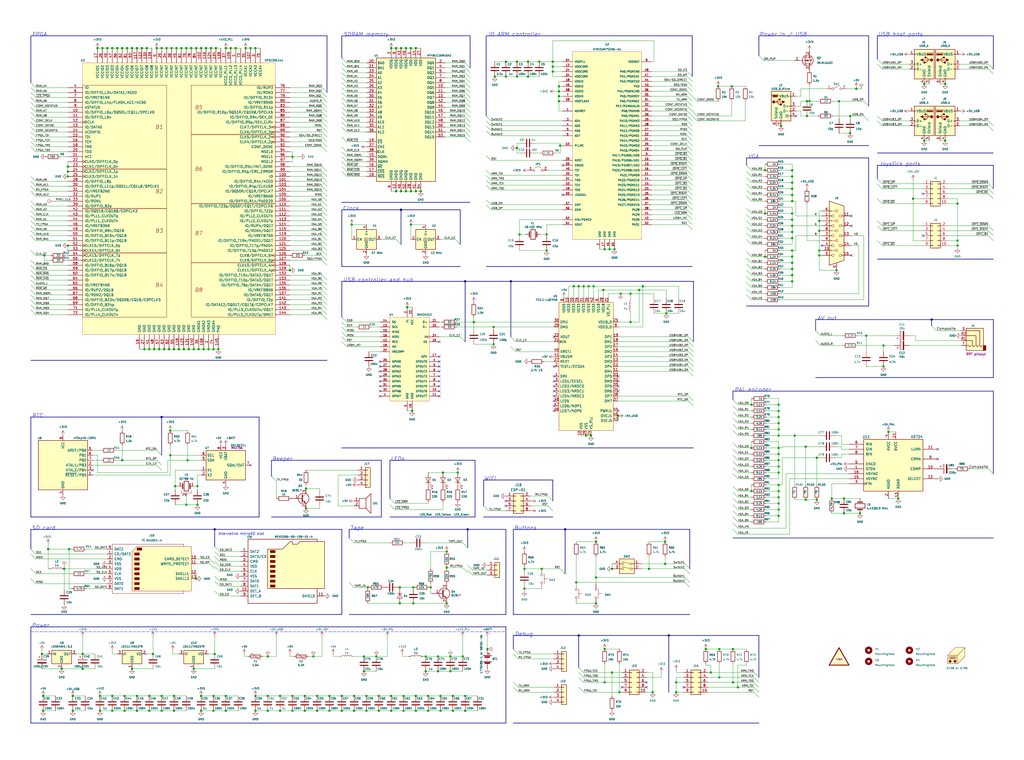
<source format=kicad_sch>
(kicad_sch (version 20210406) (generator eeschema)
  (paper "User" 526.999 391.008)
  (title_block (title "MIST.1010") (date "2021-08-14") (rev "A") (comment 1 "10x10 PCB variant of MIST FPGA project"))
  (junction (at 21.59 336.55) (diameter 1.016))
  (junction (at 22.225 358.14) (diameter 1.016))
  (junction (at 22.225 365.76) (diameter 1.016))
  (junction (at 22.86 131.445) (diameter 1.016))
  (junction (at 24.765 282.575) (diameter 1.016))
  (junction (at 31.75 344.17) (diameter 1.016))
  (junction (at 33.02 292.735) (diameter 1.016))
  (junction (at 34.925 85.725) (diameter 1.016))
  (junction (at 34.925 88.265) (diameter 1.016))
  (junction (at 34.925 90.805) (diameter 1.016))
  (junction (at 34.925 126.365) (diameter 1.016))
  (junction (at 35.56 282.575) (diameter 1.016))
  (junction (at 37.465 358.14) (diameter 1.016))
  (junction (at 37.465 365.76) (diameter 1.016))
  (junction (at 42.545 336.55) (diameter 1.016))
  (junction (at 42.545 344.17) (diameter 1.016))
  (junction (at 50.165 24.765) (diameter 1.016))
  (junction (at 51.435 358.14) (diameter 1.016))
  (junction (at 51.435 365.76) (diameter 1.016))
  (junction (at 52.705 24.765) (diameter 1.016))
  (junction (at 55.245 24.765) (diameter 1.016))
  (junction (at 57.785 24.765) (diameter 1.016))
  (junction (at 57.785 358.14) (diameter 1.016))
  (junction (at 57.785 365.76) (diameter 1.016))
  (junction (at 60.325 24.765) (diameter 1.016))
  (junction (at 62.865 24.765) (diameter 1.016))
  (junction (at 62.865 236.855) (diameter 1.016))
  (junction (at 64.135 358.14) (diameter 1.016))
  (junction (at 64.135 365.76) (diameter 1.016))
  (junction (at 65.405 24.765) (diameter 1.016))
  (junction (at 67.945 24.765) (diameter 1.016))
  (junction (at 67.945 344.17) (diameter 1.016))
  (junction (at 70.485 24.765) (diameter 1.016))
  (junction (at 70.485 358.14) (diameter 1.016))
  (junction (at 70.485 365.76) (diameter 1.016))
  (junction (at 73.025 24.765) (diameter 1.016))
  (junction (at 74.295 179.705) (diameter 1.016))
  (junction (at 75.565 24.765) (diameter 1.016))
  (junction (at 76.835 179.705) (diameter 1.016))
  (junction (at 76.835 358.14) (diameter 1.016))
  (junction (at 76.835 365.76) (diameter 1.016))
  (junction (at 78.74 336.55) (diameter 1.016))
  (junction (at 79.375 179.705) (diameter 1.016))
  (junction (at 80.645 24.765) (diameter 1.016))
  (junction (at 81.915 179.705) (diameter 1.016))
  (junction (at 83.185 24.765) (diameter 1.016))
  (junction (at 83.185 358.14) (diameter 1.016))
  (junction (at 83.185 365.76) (diameter 1.016))
  (junction (at 84.455 179.705) (diameter 1.016))
  (junction (at 85.725 24.765) (diameter 1.016))
  (junction (at 86.995 179.705) (diameter 1.016))
  (junction (at 87.63 221.615) (diameter 1.016))
  (junction (at 87.63 234.315) (diameter 1.016))
  (junction (at 88.265 24.765) (diameter 1.016))
  (junction (at 89.535 179.705) (diameter 1.016))
  (junction (at 89.535 358.14) (diameter 1.016))
  (junction (at 89.535 365.76) (diameter 1.016))
  (junction (at 90.17 250.19) (diameter 1.016))
  (junction (at 90.805 24.765) (diameter 1.016))
  (junction (at 92.075 179.705) (diameter 1.016))
  (junction (at 93.345 24.765) (diameter 1.016))
  (junction (at 94.615 179.705) (diameter 1.016))
  (junction (at 95.885 24.765) (diameter 1.016))
  (junction (at 95.885 259.715) (diameter 1.016))
  (junction (at 96.52 236.855) (diameter 1.016))
  (junction (at 97.155 179.705) (diameter 1.016))
  (junction (at 98.425 24.765) (diameter 1.016))
  (junction (at 99.695 179.705) (diameter 1.016))
  (junction (at 99.695 344.17) (diameter 1.016))
  (junction (at 100.965 24.765) (diameter 1.016))
  (junction (at 100.965 297.815) (diameter 1.016))
  (junction (at 101.6 250.19) (diameter 1.016))
  (junction (at 101.6 259.715) (diameter 1.016))
  (junction (at 102.235 179.705) (diameter 1.016))
  (junction (at 103.505 24.765) (diameter 1.016))
  (junction (at 103.505 358.14) (diameter 1.016))
  (junction (at 103.505 365.76) (diameter 1.016))
  (junction (at 104.775 179.705) (diameter 1.016))
  (junction (at 106.045 24.765) (diameter 1.016))
  (junction (at 107.315 179.705) (diameter 1.016))
  (junction (at 108.585 24.765) (diameter 1.016))
  (junction (at 109.855 179.705) (diameter 1.016))
  (junction (at 109.855 358.14) (diameter 1.016))
  (junction (at 109.855 365.76) (diameter 1.016))
  (junction (at 110.49 336.55) (diameter 1.016))
  (junction (at 111.125 24.765) (diameter 1.016))
  (junction (at 112.395 179.705) (diameter 1.016))
  (junction (at 116.205 24.765) (diameter 1.016))
  (junction (at 116.205 358.14) (diameter 1.016))
  (junction (at 116.205 365.76) (diameter 1.016))
  (junction (at 118.745 24.765) (diameter 1.016))
  (junction (at 121.285 24.765) (diameter 1.016))
  (junction (at 126.365 24.765) (diameter 1.016))
  (junction (at 128.905 24.765) (diameter 1.016))
  (junction (at 131.445 24.765) (diameter 1.016))
  (junction (at 131.445 358.14) (diameter 1.016))
  (junction (at 131.445 365.76) (diameter 1.016))
  (junction (at 137.795 337.82) (diameter 1.016))
  (junction (at 137.795 358.14) (diameter 1.016))
  (junction (at 137.795 365.76) (diameter 1.016))
  (junction (at 144.145 358.14) (diameter 1.016))
  (junction (at 144.145 365.76) (diameter 1.016))
  (junction (at 149.225 139.065) (diameter 1.016))
  (junction (at 150.495 80.645) (diameter 1.016))
  (junction (at 150.495 358.14) (diameter 1.016))
  (junction (at 150.495 365.76) (diameter 1.016))
  (junction (at 156.845 358.14) (diameter 1.016))
  (junction (at 156.845 365.76) (diameter 1.016))
  (junction (at 157.48 251.46) (diameter 1.016))
  (junction (at 157.48 261.62) (diameter 1.016))
  (junction (at 161.29 337.82) (diameter 1.016))
  (junction (at 163.195 358.14) (diameter 1.016))
  (junction (at 163.195 365.76) (diameter 1.016))
  (junction (at 169.545 358.14) (diameter 1.016))
  (junction (at 169.545 365.76) (diameter 1.016))
  (junction (at 175.895 358.14) (diameter 1.016))
  (junction (at 175.895 365.76) (diameter 1.016))
  (junction (at 180.975 115.57) (diameter 1.016))
  (junction (at 182.245 358.14) (diameter 1.016))
  (junction (at 182.245 365.76) (diameter 1.016))
  (junction (at 187.325 337.82) (diameter 1.016))
  (junction (at 187.325 345.44) (diameter 1.016))
  (junction (at 188.595 358.14) (diameter 1.016))
  (junction (at 188.595 365.76) (diameter 1.016))
  (junction (at 189.23 302.26) (diameter 1.016))
  (junction (at 193.675 337.82) (diameter 1.016))
  (junction (at 194.945 358.14) (diameter 1.016))
  (junction (at 194.945 365.76) (diameter 1.016))
  (junction (at 201.295 24.765) (diameter 1.016))
  (junction (at 201.295 358.14) (diameter 1.016))
  (junction (at 201.295 365.76) (diameter 1.016))
  (junction (at 203.835 24.765) (diameter 1.016))
  (junction (at 203.835 98.425) (diameter 1.016))
  (junction (at 205.74 302.26) (diameter 1.016))
  (junction (at 205.74 310.515) (diameter 1.016))
  (junction (at 206.375 24.765) (diameter 1.016))
  (junction (at 206.375 98.425) (diameter 1.016))
  (junction (at 207.645 358.14) (diameter 1.016))
  (junction (at 207.645 365.76) (diameter 1.016))
  (junction (at 208.915 24.765) (diameter 1.016))
  (junction (at 208.915 98.425) (diameter 1.016))
  (junction (at 209.55 158.115) (diameter 1.016))
  (junction (at 211.455 24.765) (diameter 1.016))
  (junction (at 211.455 98.425) (diameter 1.016))
  (junction (at 211.455 115.57) (diameter 1.016))
  (junction (at 212.09 211.455) (diameter 1.016))
  (junction (at 212.725 302.26) (diameter 1.016))
  (junction (at 212.725 310.515) (diameter 1.016))
  (junction (at 213.995 24.765) (diameter 1.016))
  (junction (at 213.995 98.425) (diameter 1.016))
  (junction (at 213.995 358.14) (diameter 1.016))
  (junction (at 213.995 365.76) (diameter 1.016))
  (junction (at 216.535 98.425) (diameter 1.016))
  (junction (at 219.075 337.82) (diameter 1.016))
  (junction (at 219.075 345.44) (diameter 1.016))
  (junction (at 220.345 358.14) (diameter 1.016))
  (junction (at 220.345 365.76) (diameter 1.016))
  (junction (at 221.615 302.26) (diameter 1.016))
  (junction (at 225.425 337.82) (diameter 1.016))
  (junction (at 225.425 345.44) (diameter 1.016))
  (junction (at 226.695 358.14) (diameter 1.016))
  (junction (at 226.695 365.76) (diameter 1.016))
  (junction (at 227.965 243.205) (diameter 1.016))
  (junction (at 229.87 283.845) (diameter 1.016))
  (junction (at 229.87 292.1) (diameter 1.016))
  (junction (at 229.87 310.515) (diameter 1.016))
  (junction (at 231.775 337.82) (diameter 1.016))
  (junction (at 231.775 345.44) (diameter 1.016))
  (junction (at 233.045 358.14) (diameter 1.016))
  (junction (at 233.045 365.76) (diameter 1.016))
  (junction (at 235.585 243.205) (diameter 1.016))
  (junction (at 238.125 337.82) (diameter 1.016))
  (junction (at 239.395 358.14) (diameter 1.016))
  (junction (at 239.395 365.76) (diameter 1.016))
  (junction (at 243.84 165.735) (diameter 1.016))
  (junction (at 250.825 334.01) (diameter 1.016))
  (junction (at 254 168.275) (diameter 1.016))
  (junction (at 254 177.165) (diameter 1.016))
  (junction (at 254.635 39.37) (diameter 1.016))
  (junction (at 260.35 31.75) (diameter 1.016))
  (junction (at 260.35 39.37) (diameter 1.016))
  (junction (at 266.065 31.75) (diameter 1.016))
  (junction (at 266.065 39.37) (diameter 1.016))
  (junction (at 266.065 76.2) (diameter 1.016))
  (junction (at 267.335 120.65) (diameter 1.016))
  (junction (at 269.875 292.735) (diameter 1.016))
  (junction (at 269.875 302.895) (diameter 1.016))
  (junction (at 271.78 31.75) (diameter 1.016))
  (junction (at 271.78 39.37) (diameter 1.016))
  (junction (at 277.495 31.75) (diameter 1.016))
  (junction (at 278.765 292.735) (diameter 1.016))
  (junction (at 281.305 120.65) (diameter 1.016))
  (junction (at 281.305 128.905) (diameter 1.016))
  (junction (at 284.48 31.75) (diameter 1.016))
  (junction (at 284.48 34.29) (diameter 1.016))
  (junction (at 284.48 36.83) (diameter 1.016))
  (junction (at 287.655 44.45) (diameter 1.016))
  (junction (at 287.655 46.99) (diameter 1.016))
  (junction (at 287.655 49.53) (diameter 1.016))
  (junction (at 287.655 52.07) (diameter 1.016))
  (junction (at 288.29 74.93) (diameter 1.016))
  (junction (at 295.275 147.32) (diameter 1.016))
  (junction (at 296.545 299.72) (diameter 1.016))
  (junction (at 297.815 147.32) (diameter 1.016))
  (junction (at 300.355 147.32) (diameter 1.016))
  (junction (at 301.625 224.155) (diameter 1.016))
  (junction (at 302.895 147.32) (diameter 1.016))
  (junction (at 304.165 224.155) (diameter 1.016))
  (junction (at 305.435 147.32) (diameter 1.016))
  (junction (at 306.705 278.765) (diameter 1.016))
  (junction (at 306.705 297.18) (diameter 1.016))
  (junction (at 306.705 310.515) (diameter 1.016))
  (junction (at 310.515 149.225) (diameter 1.016))
  (junction (at 311.15 128.27) (diameter 1.016))
  (junction (at 311.15 334.01) (diameter 1.016))
  (junction (at 311.15 351.155) (diameter 1.016))
  (junction (at 313.69 128.27) (diameter 1.016))
  (junction (at 314.96 292.735) (diameter 1.016))
  (junction (at 314.96 346.075) (diameter 1.016))
  (junction (at 316.23 128.27) (diameter 1.016))
  (junction (at 318.135 213.995) (diameter 1.016))
  (junction (at 318.77 356.235) (diameter 1.016))
  (junction (at 319.405 151.13) (diameter 1.016))
  (junction (at 324.485 151.13) (diameter 1.016))
  (junction (at 324.485 165.735) (diameter 1.016))
  (junction (at 328.93 149.225) (diameter 1.016))
  (junction (at 330.835 147.32) (diameter 1.016))
  (junction (at 334.01 292.735) (diameter 1.016))
  (junction (at 335.915 356.235) (diameter 1.016))
  (junction (at 342.265 278.765) (diameter 1.016))
  (junction (at 342.265 290.195) (diameter 1.016))
  (junction (at 342.9 161.29) (diameter 1.016))
  (junction (at 347.98 351.155) (diameter 1.016))
  (junction (at 347.98 356.235) (diameter 1.016))
  (junction (at 363.22 334.01) (diameter 1.016))
  (junction (at 365.76 346.075) (diameter 1.016))
  (junction (at 369.57 44.45) (diameter 1.016))
  (junction (at 370.205 334.01) (diameter 1.016))
  (junction (at 370.205 348.615) (diameter 1.016))
  (junction (at 376.555 44.45) (diameter 1.016))
  (junction (at 377.19 334.01) (diameter 1.016))
  (junction (at 377.19 351.155) (diameter 1.016))
  (junction (at 379.73 353.695) (diameter 1.016))
  (junction (at 386.715 208.28) (diameter 1.016))
  (junction (at 386.715 230.505) (diameter 1.016))
  (junction (at 386.715 252.73) (diameter 1.016))
  (junction (at 393.7 87.63) (diameter 1.016))
  (junction (at 393.7 109.855) (diameter 1.016))
  (junction (at 393.7 132.08) (diameter 1.016))
  (junction (at 400.685 208.28) (diameter 1.016))
  (junction (at 400.685 211.455) (diameter 1.016))
  (junction (at 400.685 214.63) (diameter 1.016))
  (junction (at 400.685 217.805) (diameter 1.016))
  (junction (at 400.685 220.98) (diameter 1.016))
  (junction (at 400.685 224.155) (diameter 1.016))
  (junction (at 400.685 230.505) (diameter 1.016))
  (junction (at 400.685 233.68) (diameter 1.016))
  (junction (at 400.685 236.855) (diameter 1.016))
  (junction (at 400.685 240.03) (diameter 1.016))
  (junction (at 400.685 243.205) (diameter 1.016))
  (junction (at 400.685 249.555) (diameter 1.016))
  (junction (at 400.685 252.73) (diameter 1.016))
  (junction (at 400.685 255.905) (diameter 1.016))
  (junction (at 400.685 259.08) (diameter 1.016))
  (junction (at 400.685 262.255) (diameter 1.016))
  (junction (at 400.685 265.43) (diameter 1.016))
  (junction (at 401.955 64.77) (diameter 1.016))
  (junction (at 407.67 87.63) (diameter 1.016))
  (junction (at 407.67 90.805) (diameter 1.016))
  (junction (at 407.67 93.98) (diameter 1.016))
  (junction (at 407.67 97.155) (diameter 1.016))
  (junction (at 407.67 100.33) (diameter 1.016))
  (junction (at 407.67 103.505) (diameter 1.016))
  (junction (at 407.67 109.855) (diameter 1.016))
  (junction (at 407.67 113.03) (diameter 1.016))
  (junction (at 407.67 116.205) (diameter 1.016))
  (junction (at 407.67 119.38) (diameter 1.016))
  (junction (at 407.67 122.555) (diameter 1.016))
  (junction (at 407.67 128.905) (diameter 1.016))
  (junction (at 407.67 132.08) (diameter 1.016))
  (junction (at 407.67 135.255) (diameter 1.016))
  (junction (at 407.67 138.43) (diameter 1.016))
  (junction (at 407.67 141.605) (diameter 1.016))
  (junction (at 407.67 144.78) (diameter 1.016))
  (junction (at 408.94 224.155) (diameter 1.016))
  (junction (at 414.655 229.87) (diameter 1.016))
  (junction (at 414.655 257.175) (diameter 1.016))
  (junction (at 415.29 52.07) (diameter 1.016))
  (junction (at 415.29 59.69) (diameter 1.016))
  (junction (at 416.56 52.07) (diameter 1.016))
  (junction (at 420.37 235.585) (diameter 1.016))
  (junction (at 420.37 257.175) (diameter 1.016))
  (junction (at 421.64 113.665) (diameter 1.016))
  (junction (at 421.64 118.745) (diameter 1.016))
  (junction (at 421.64 128.905) (diameter 1.016))
  (junction (at 421.64 131.445) (diameter 1.016))
  (junction (at 427.99 256.54) (diameter 1.016))
  (junction (at 430.53 139.065) (diameter 1.016))
  (junction (at 431.8 52.07) (diameter 1.016))
  (junction (at 434.34 256.54) (diameter 1.016))
  (junction (at 434.34 264.16) (diameter 1.016))
  (junction (at 437.515 59.69) (diameter 1.016))
  (junction (at 437.515 68.58) (diameter 1.016))
  (junction (at 440.69 45.72) (diameter 1.016))
  (junction (at 442.595 264.16) (diameter 1.016))
  (junction (at 445.77 172.72) (diameter 1.016))
  (junction (at 454.66 177.8) (diameter 1.016))
  (junction (at 454.66 188.595) (diameter 1.016))
  (junction (at 457.2 222.25) (diameter 1.016))
  (junction (at 462.28 256.54) (diameter 1.016))
  (junction (at 469.9 102.235) (diameter 1.016))
  (junction (at 475.615 43.18) (diameter 1.016))
  (junction (at 475.615 72.39) (diameter 1.016))
  (junction (at 486.41 43.18) (diameter 1.016))
  (junction (at 486.41 72.39) (diameter 1.016))
  (junction (at 492.76 104.775) (diameter 1.016))
  (junction (at 492.76 123.825) (diameter 1.016))
  (junction (at 492.76 126.365) (diameter 1.016))
  (junction (at 83.185 214.63) (diameter 1.016))
  (junction (at 110.49 272.415) (diameter 1.016))
  (junction (at 206.375 107.95) (diameter 1.016))
  (junction (at 239.395 144.78) (diameter 1.016))
  (junction (at 240.665 272.415) (diameter 1.016))
  (junction (at 262.89 144.78) (diameter 1.016))
  (junction (at 290.83 272.415) (diameter 1.016))
  (junction (at 297.815 327.025) (diameter 1.016))
  (junction (at 344.17 327.025) (diameter 1.016))
  (junction (at 479.425 164.465) (diameter 1.016))
  (no_connect (at 47.625 241.935))
  (no_connect (at 128.905 239.395))
  (no_connect (at 195.58 186.055))
  (no_connect (at 195.58 188.595))
  (no_connect (at 195.58 191.135))
  (no_connect (at 195.58 193.675))
  (no_connect (at 195.58 196.215))
  (no_connect (at 195.58 198.755))
  (no_connect (at 195.58 201.295))
  (no_connect (at 195.58 203.835))
  (no_connect (at 226.06 175.895))
  (no_connect (at 226.06 183.515))
  (no_connect (at 226.06 186.055))
  (no_connect (at 226.06 188.595))
  (no_connect (at 226.06 191.135))
  (no_connect (at 226.06 193.675))
  (no_connect (at 226.06 196.215))
  (no_connect (at 226.06 198.755))
  (no_connect (at 226.06 201.295))
  (no_connect (at 226.06 203.835))
  (no_connect (at 260.35 257.81))
  (no_connect (at 260.35 260.35))
  (no_connect (at 285.115 173.355))
  (no_connect (at 285.115 188.595))
  (no_connect (at 285.115 193.675))
  (no_connect (at 285.115 196.215))
  (no_connect (at 285.115 198.755))
  (no_connect (at 285.115 201.295))
  (no_connect (at 285.115 203.835))
  (no_connect (at 285.115 206.375))
  (no_connect (at 285.115 208.915))
  (no_connect (at 285.115 211.455))
  (no_connect (at 289.56 85.09))
  (no_connect (at 289.56 100.33))
  (no_connect (at 318.135 193.675))
  (no_connect (at 318.135 196.215))
  (no_connect (at 318.135 198.755))
  (no_connect (at 318.135 201.295))
  (no_connect (at 318.135 211.455))
  (no_connect (at 320.04 353.695))
  (no_connect (at 332.74 351.155))
  (no_connect (at 332.74 353.695))
  (no_connect (at 351.79 353.695))
  (no_connect (at 409.575 59.69))
  (no_connect (at 422.91 126.365))
  (no_connect (at 438.15 111.125))
  (no_connect (at 438.15 116.205))
  (no_connect (at 438.15 131.445))
  (no_connect (at 474.98 99.695))
  (no_connect (at 474.98 121.285))
  (no_connect (at 482.6 231.14))
  (no_connect (at 482.6 236.22))
  (bus_entry (at 15.875 282.575) (size 2.54 2.54) (stroke (width 0.1524)))
  (bus_entry (at 15.875 285.115) (size 2.54 2.54) (stroke (width 0.1524)))
  (bus_entry (at 15.875 292.735) (size 2.54 2.54) (stroke (width 0.1524)))
  (bus_entry (at 15.875 297.815) (size 2.54 2.54) (stroke (width 0.1524)))
  (bus_entry (at 18.415 45.085) (size -2.54 -2.54) (stroke (width 0.1524)))
  (bus_entry (at 18.415 47.625) (size -2.54 -2.54) (stroke (width 0.1524)))
  (bus_entry (at 18.415 50.165) (size -2.54 -2.54) (stroke (width 0.1524)))
  (bus_entry (at 18.415 52.705) (size -2.54 -2.54) (stroke (width 0.1524)))
  (bus_entry (at 18.415 55.245) (size -2.54 -2.54) (stroke (width 0.1524)))
  (bus_entry (at 18.415 57.785) (size -2.54 -2.54) (stroke (width 0.1524)))
  (bus_entry (at 18.415 60.325) (size -2.54 -2.54) (stroke (width 0.1524)))
  (bus_entry (at 18.415 62.865) (size -2.54 -2.54) (stroke (width 0.1524)))
  (bus_entry (at 18.415 65.405) (size -2.54 -2.54) (stroke (width 0.1524)))
  (bus_entry (at 18.415 67.945) (size -2.54 -2.54) (stroke (width 0.1524)))
  (bus_entry (at 18.415 70.485) (size -2.54 -2.54) (stroke (width 0.1524)))
  (bus_entry (at 18.415 73.025) (size -2.54 -2.54) (stroke (width 0.1524)))
  (bus_entry (at 18.415 75.565) (size -2.54 -2.54) (stroke (width 0.1524)))
  (bus_entry (at 18.415 78.105) (size -2.54 -2.54) (stroke (width 0.1524)))
  (bus_entry (at 18.415 93.345) (size -2.54 -2.54) (stroke (width 0.1524)))
  (bus_entry (at 18.415 95.885) (size -2.54 -2.54) (stroke (width 0.1524)))
  (bus_entry (at 18.415 98.425) (size -2.54 -2.54) (stroke (width 0.1524)))
  (bus_entry (at 18.415 100.965) (size -2.54 -2.54) (stroke (width 0.1524)))
  (bus_entry (at 18.415 106.045) (size -2.54 -2.54) (stroke (width 0.1524)))
  (bus_entry (at 18.415 108.585) (size -2.54 -2.54) (stroke (width 0.1524)))
  (bus_entry (at 18.415 111.125) (size -2.54 -2.54) (stroke (width 0.1524)))
  (bus_entry (at 18.415 113.665) (size -2.54 -2.54) (stroke (width 0.1524)))
  (bus_entry (at 18.415 116.205) (size -2.54 -2.54) (stroke (width 0.1524)))
  (bus_entry (at 18.415 118.745) (size -2.54 -2.54) (stroke (width 0.1524)))
  (bus_entry (at 18.415 121.285) (size -2.54 -2.54) (stroke (width 0.1524)))
  (bus_entry (at 18.415 123.825) (size -2.54 -2.54) (stroke (width 0.1524)))
  (bus_entry (at 18.415 131.445) (size -2.54 -2.54) (stroke (width 0.1524)))
  (bus_entry (at 18.415 136.525) (size -2.54 -2.54) (stroke (width 0.1524)))
  (bus_entry (at 18.415 139.065) (size -2.54 -2.54) (stroke (width 0.1524)))
  (bus_entry (at 18.415 141.605) (size -2.54 -2.54) (stroke (width 0.1524)))
  (bus_entry (at 18.415 144.145) (size -2.54 -2.54) (stroke (width 0.1524)))
  (bus_entry (at 18.415 146.685) (size -2.54 -2.54) (stroke (width 0.1524)))
  (bus_entry (at 18.415 149.225) (size -2.54 -2.54) (stroke (width 0.1524)))
  (bus_entry (at 18.415 151.765) (size -2.54 -2.54) (stroke (width 0.1524)))
  (bus_entry (at 18.415 154.305) (size -2.54 -2.54) (stroke (width 0.1524)))
  (bus_entry (at 18.415 156.845) (size -2.54 -2.54) (stroke (width 0.1524)))
  (bus_entry (at 18.415 159.385) (size -2.54 -2.54) (stroke (width 0.1524)))
  (bus_entry (at 18.415 161.925) (size -2.54 -2.54) (stroke (width 0.1524)))
  (bus_entry (at 80.645 231.775) (size 2.54 2.54) (stroke (width 0.1524)))
  (bus_entry (at 80.645 236.855) (size 2.54 2.54) (stroke (width 0.1524)))
  (bus_entry (at 80.645 239.395) (size 2.54 2.54) (stroke (width 0.1524)))
  (bus_entry (at 107.95 287.655) (size 2.54 2.54) (stroke (width 0.1524)))
  (bus_entry (at 107.95 290.195) (size 2.54 2.54) (stroke (width 0.1524)))
  (bus_entry (at 110.49 281.305) (size 2.54 2.54) (stroke (width 0.1524)))
  (bus_entry (at 110.49 283.845) (size 2.54 2.54) (stroke (width 0.1524)))
  (bus_entry (at 110.49 286.385) (size 2.54 2.54) (stroke (width 0.1524)))
  (bus_entry (at 110.49 288.925) (size 2.54 2.54) (stroke (width 0.1524)))
  (bus_entry (at 110.49 291.465) (size 2.54 2.54) (stroke (width 0.1524)))
  (bus_entry (at 110.49 296.545) (size 2.54 2.54) (stroke (width 0.1524)))
  (bus_entry (at 110.49 299.085) (size 2.54 2.54) (stroke (width 0.1524)))
  (bus_entry (at 110.49 304.165) (size 2.54 2.54) (stroke (width 0.1524)))
  (bus_entry (at 139.7 245.11) (size 2.54 2.54) (stroke (width 0.1524)))
  (bus_entry (at 165.735 45.085) (size 2.54 2.54) (stroke (width 0.1524)))
  (bus_entry (at 165.735 47.625) (size 2.54 2.54) (stroke (width 0.1524)))
  (bus_entry (at 165.735 50.165) (size 2.54 2.54) (stroke (width 0.1524)))
  (bus_entry (at 165.735 52.705) (size 2.54 2.54) (stroke (width 0.1524)))
  (bus_entry (at 165.735 55.245) (size 2.54 2.54) (stroke (width 0.1524)))
  (bus_entry (at 165.735 57.785) (size 2.54 2.54) (stroke (width 0.1524)))
  (bus_entry (at 165.735 60.325) (size 2.54 2.54) (stroke (width 0.1524)))
  (bus_entry (at 165.735 62.865) (size 2.54 2.54) (stroke (width 0.1524)))
  (bus_entry (at 165.735 65.405) (size 2.54 2.54) (stroke (width 0.1524)))
  (bus_entry (at 165.735 67.945) (size 2.54 2.54) (stroke (width 0.1524)))
  (bus_entry (at 165.735 70.485) (size 2.54 2.54) (stroke (width 0.1524)))
  (bus_entry (at 165.735 85.725) (size 2.54 2.54) (stroke (width 0.1524)))
  (bus_entry (at 165.735 88.265) (size 2.54 2.54) (stroke (width 0.1524)))
  (bus_entry (at 165.735 90.805) (size 2.54 2.54) (stroke (width 0.1524)))
  (bus_entry (at 165.735 93.345) (size 2.54 2.54) (stroke (width 0.1524)))
  (bus_entry (at 165.735 95.885) (size 2.54 2.54) (stroke (width 0.1524)))
  (bus_entry (at 165.735 98.425) (size 2.54 2.54) (stroke (width 0.1524)))
  (bus_entry (at 165.735 100.965) (size 2.54 2.54) (stroke (width 0.1524)))
  (bus_entry (at 165.735 103.505) (size 2.54 2.54) (stroke (width 0.1524)))
  (bus_entry (at 165.735 106.045) (size 2.54 2.54) (stroke (width 0.1524)))
  (bus_entry (at 165.735 108.585) (size 2.54 2.54) (stroke (width 0.1524)))
  (bus_entry (at 165.735 111.125) (size 2.54 2.54) (stroke (width 0.1524)))
  (bus_entry (at 165.735 113.665) (size 2.54 2.54) (stroke (width 0.1524)))
  (bus_entry (at 165.735 116.205) (size 2.54 2.54) (stroke (width 0.1524)))
  (bus_entry (at 165.735 118.745) (size 2.54 2.54) (stroke (width 0.1524)))
  (bus_entry (at 165.735 121.285) (size 2.54 2.54) (stroke (width 0.1524)))
  (bus_entry (at 165.735 123.825) (size 2.54 2.54) (stroke (width 0.1524)))
  (bus_entry (at 165.735 126.365) (size 2.54 2.54) (stroke (width 0.1524)))
  (bus_entry (at 165.735 128.905) (size 2.54 2.54) (stroke (width 0.1524)))
  (bus_entry (at 165.735 131.445) (size 2.54 2.54) (stroke (width 0.1524)))
  (bus_entry (at 165.735 133.985) (size 2.54 2.54) (stroke (width 0.1524)))
  (bus_entry (at 165.735 141.605) (size 2.54 2.54) (stroke (width 0.1524)))
  (bus_entry (at 165.735 144.145) (size 2.54 2.54) (stroke (width 0.1524)))
  (bus_entry (at 165.735 146.685) (size 2.54 2.54) (stroke (width 0.1524)))
  (bus_entry (at 165.735 149.225) (size 2.54 2.54) (stroke (width 0.1524)))
  (bus_entry (at 165.735 151.765) (size 2.54 2.54) (stroke (width 0.1524)))
  (bus_entry (at 165.735 154.305) (size 2.54 2.54) (stroke (width 0.1524)))
  (bus_entry (at 165.735 156.845) (size 2.54 2.54) (stroke (width 0.1524)))
  (bus_entry (at 165.735 159.385) (size 2.54 2.54) (stroke (width 0.1524)))
  (bus_entry (at 165.735 161.925) (size 2.54 2.54) (stroke (width 0.1524)))
  (bus_entry (at 168.275 75.565) (size -2.54 -2.54) (stroke (width 0.1524)))
  (bus_entry (at 168.275 78.105) (size -2.54 -2.54) (stroke (width 0.1524)))
  (bus_entry (at 175.895 163.195) (size 2.54 2.54) (stroke (width 0.1524)))
  (bus_entry (at 175.895 165.735) (size 2.54 2.54) (stroke (width 0.1524)))
  (bus_entry (at 175.895 168.275) (size 2.54 2.54) (stroke (width 0.1524)))
  (bus_entry (at 175.895 170.815) (size 2.54 2.54) (stroke (width 0.1524)))
  (bus_entry (at 175.895 173.355) (size 2.54 2.54) (stroke (width 0.1524)))
  (bus_entry (at 175.895 175.895) (size 2.54 2.54) (stroke (width 0.1524)))
  (bus_entry (at 178.435 32.385) (size -2.54 -2.54) (stroke (width 0.1524)))
  (bus_entry (at 178.435 34.925) (size -2.54 -2.54) (stroke (width 0.1524)))
  (bus_entry (at 178.435 37.465) (size -2.54 -2.54) (stroke (width 0.1524)))
  (bus_entry (at 178.435 40.005) (size -2.54 -2.54) (stroke (width 0.1524)))
  (bus_entry (at 178.435 42.545) (size -2.54 -2.54) (stroke (width 0.1524)))
  (bus_entry (at 178.435 45.085) (size -2.54 -2.54) (stroke (width 0.1524)))
  (bus_entry (at 178.435 47.625) (size -2.54 -2.54) (stroke (width 0.1524)))
  (bus_entry (at 178.435 50.165) (size -2.54 -2.54) (stroke (width 0.1524)))
  (bus_entry (at 178.435 52.705) (size -2.54 -2.54) (stroke (width 0.1524)))
  (bus_entry (at 178.435 55.245) (size -2.54 -2.54) (stroke (width 0.1524)))
  (bus_entry (at 178.435 57.785) (size -2.54 -2.54) (stroke (width 0.1524)))
  (bus_entry (at 178.435 60.325) (size -2.54 -2.54) (stroke (width 0.1524)))
  (bus_entry (at 178.435 62.865) (size -2.54 -2.54) (stroke (width 0.1524)))
  (bus_entry (at 178.435 65.405) (size -2.54 -2.54) (stroke (width 0.1524)))
  (bus_entry (at 178.435 67.945) (size -2.54 -2.54) (stroke (width 0.1524)))
  (bus_entry (at 178.435 73.025) (size -2.54 -2.54) (stroke (width 0.1524)))
  (bus_entry (at 178.435 78.105) (size -2.54 -2.54) (stroke (width 0.1524)))
  (bus_entry (at 178.435 80.645) (size -2.54 -2.54) (stroke (width 0.1524)))
  (bus_entry (at 178.435 83.185) (size -2.54 -2.54) (stroke (width 0.1524)))
  (bus_entry (at 178.435 85.725) (size -2.54 -2.54) (stroke (width 0.1524)))
  (bus_entry (at 178.435 88.265) (size -2.54 -2.54) (stroke (width 0.1524)))
  (bus_entry (at 178.435 90.805) (size -2.54 -2.54) (stroke (width 0.1524)))
  (bus_entry (at 179.705 276.86) (size 2.54 2.54) (stroke (width 0.1524)))
  (bus_entry (at 179.705 299.72) (size 2.54 2.54) (stroke (width 0.1524)))
  (bus_entry (at 200.66 256.54) (size 2.54 2.54) (stroke (width 0.1524)))
  (bus_entry (at 200.66 259.715) (size 2.54 2.54) (stroke (width 0.1524)))
  (bus_entry (at 203.835 123.19) (size 2.54 2.54) (stroke (width 0.1524)))
  (bus_entry (at 234.315 123.19) (size 2.54 2.54) (stroke (width 0.1524)))
  (bus_entry (at 236.855 173.355) (size 2.54 2.54) (stroke (width 0.1524)))
  (bus_entry (at 238.125 279.4) (size 2.54 2.54) (stroke (width 0.1524)))
  (bus_entry (at 238.125 292.1) (size 2.54 2.54) (stroke (width 0.1524)))
  (bus_entry (at 239.395 32.385) (size 2.54 2.54) (stroke (width 0.1524)))
  (bus_entry (at 239.395 34.925) (size 2.54 2.54) (stroke (width 0.1524)))
  (bus_entry (at 239.395 37.465) (size 2.54 2.54) (stroke (width 0.1524)))
  (bus_entry (at 239.395 40.005) (size 2.54 2.54) (stroke (width 0.1524)))
  (bus_entry (at 239.395 42.545) (size 2.54 2.54) (stroke (width 0.1524)))
  (bus_entry (at 239.395 45.085) (size 2.54 2.54) (stroke (width 0.1524)))
  (bus_entry (at 239.395 47.625) (size 2.54 2.54) (stroke (width 0.1524)))
  (bus_entry (at 239.395 50.165) (size 2.54 2.54) (stroke (width 0.1524)))
  (bus_entry (at 239.395 52.705) (size 2.54 2.54) (stroke (width 0.1524)))
  (bus_entry (at 239.395 55.245) (size 2.54 2.54) (stroke (width 0.1524)))
  (bus_entry (at 239.395 57.785) (size 2.54 2.54) (stroke (width 0.1524)))
  (bus_entry (at 239.395 60.325) (size 2.54 2.54) (stroke (width 0.1524)))
  (bus_entry (at 239.395 62.865) (size 2.54 2.54) (stroke (width 0.1524)))
  (bus_entry (at 239.395 65.405) (size 2.54 2.54) (stroke (width 0.1524)))
  (bus_entry (at 239.395 67.945) (size 2.54 2.54) (stroke (width 0.1524)))
  (bus_entry (at 239.395 70.485) (size 2.54 2.54) (stroke (width 0.1524)))
  (bus_entry (at 240.665 290.83) (size 2.54 2.54) (stroke (width 0.1524)))
  (bus_entry (at 240.665 293.37) (size 2.54 2.54) (stroke (width 0.1524)))
  (bus_entry (at 248.92 260.35) (size 2.54 2.54) (stroke (width 0.1524)))
  (bus_entry (at 250.19 59.69) (size 2.54 2.54) (stroke (width 0.1524)))
  (bus_entry (at 250.19 62.23) (size 2.54 2.54) (stroke (width 0.1524)))
  (bus_entry (at 250.19 64.77) (size 2.54 2.54) (stroke (width 0.1524)))
  (bus_entry (at 250.19 67.31) (size 2.54 2.54) (stroke (width 0.1524)))
  (bus_entry (at 250.19 80.01) (size 2.54 2.54) (stroke (width 0.1524)))
  (bus_entry (at 250.19 87.63) (size 2.54 2.54) (stroke (width 0.1524)))
  (bus_entry (at 250.19 90.17) (size 2.54 2.54) (stroke (width 0.1524)))
  (bus_entry (at 250.19 92.71) (size 2.54 2.54) (stroke (width 0.1524)))
  (bus_entry (at 250.19 95.25) (size 2.54 2.54) (stroke (width 0.1524)))
  (bus_entry (at 250.19 102.87) (size 2.54 2.54) (stroke (width 0.1524)))
  (bus_entry (at 250.19 105.41) (size 2.54 2.54) (stroke (width 0.1524)))
  (bus_entry (at 262.89 173.355) (size 2.54 2.54) (stroke (width 0.1524)))
  (bus_entry (at 262.89 178.435) (size 2.54 2.54) (stroke (width 0.1524)))
  (bus_entry (at 264.16 334.01) (size 2.54 2.54) (stroke (width 0.1524)))
  (bus_entry (at 264.16 336.55) (size 2.54 2.54) (stroke (width 0.1524)))
  (bus_entry (at 264.16 351.155) (size 2.54 2.54) (stroke (width 0.1524)))
  (bus_entry (at 264.16 353.695) (size 2.54 2.54) (stroke (width 0.1524)))
  (bus_entry (at 281.94 260.35) (size 2.54 2.54) (stroke (width 0.1524)))
  (bus_entry (at 284.48 257.81) (size -2.54 -2.54) (stroke (width 0.1524)))
  (bus_entry (at 288.29 292.735) (size 2.54 2.54) (stroke (width 0.1524)))
  (bus_entry (at 297.815 343.535) (size 2.54 2.54) (stroke (width 0.1524)))
  (bus_entry (at 297.815 346.075) (size 2.54 2.54) (stroke (width 0.1524)))
  (bus_entry (at 297.815 348.615) (size 2.54 2.54) (stroke (width 0.1524)))
  (bus_entry (at 297.815 353.695) (size 2.54 2.54) (stroke (width 0.1524)))
  (bus_entry (at 353.695 39.37) (size 2.54 2.54) (stroke (width 0.1524)))
  (bus_entry (at 353.695 41.91) (size 2.54 2.54) (stroke (width 0.1524)))
  (bus_entry (at 353.695 69.85) (size 2.54 2.54) (stroke (width 0.1524)))
  (bus_entry (at 353.695 80.01) (size 2.54 2.54) (stroke (width 0.1524)))
  (bus_entry (at 353.695 82.55) (size 2.54 2.54) (stroke (width 0.1524)))
  (bus_entry (at 353.695 110.49) (size 2.54 2.54) (stroke (width 0.1524)))
  (bus_entry (at 354.965 292.735) (size -2.54 -2.54) (stroke (width 0.1524)))
  (bus_entry (at 354.965 295.275) (size -2.54 -2.54) (stroke (width 0.1524)))
  (bus_entry (at 354.965 299.72) (size -2.54 -2.54) (stroke (width 0.1524)))
  (bus_entry (at 354.965 302.26) (size -2.54 -2.54) (stroke (width 0.1524)))
  (bus_entry (at 356.235 39.37) (size -2.54 -2.54) (stroke (width 0.1524)))
  (bus_entry (at 356.235 46.99) (size -2.54 -2.54) (stroke (width 0.1524)))
  (bus_entry (at 356.235 49.53) (size -2.54 -2.54) (stroke (width 0.1524)))
  (bus_entry (at 356.235 52.07) (size -2.54 -2.54) (stroke (width 0.1524)))
  (bus_entry (at 356.235 54.61) (size -2.54 -2.54) (stroke (width 0.1524)))
  (bus_entry (at 356.235 57.15) (size -2.54 -2.54) (stroke (width 0.1524)))
  (bus_entry (at 356.235 59.69) (size -2.54 -2.54) (stroke (width 0.1524)))
  (bus_entry (at 356.235 62.23) (size -2.54 -2.54) (stroke (width 0.1524)))
  (bus_entry (at 356.235 64.77) (size -2.54 -2.54) (stroke (width 0.1524)))
  (bus_entry (at 356.235 67.31) (size -2.54 -2.54) (stroke (width 0.1524)))
  (bus_entry (at 356.235 69.85) (size -2.54 -2.54) (stroke (width 0.1524)))
  (bus_entry (at 356.235 74.93) (size -2.54 -2.54) (stroke (width 0.1524)))
  (bus_entry (at 356.235 77.47) (size -2.54 -2.54) (stroke (width 0.1524)))
  (bus_entry (at 356.235 80.01) (size -2.54 -2.54) (stroke (width 0.1524)))
  (bus_entry (at 356.235 87.63) (size -2.54 -2.54) (stroke (width 0.1524)))
  (bus_entry (at 356.235 90.17) (size -2.54 -2.54) (stroke (width 0.1524)))
  (bus_entry (at 356.235 92.71) (size -2.54 -2.54) (stroke (width 0.1524)))
  (bus_entry (at 356.235 95.25) (size -2.54 -2.54) (stroke (width 0.1524)))
  (bus_entry (at 356.235 97.79) (size -2.54 -2.54) (stroke (width 0.1524)))
  (bus_entry (at 356.235 100.33) (size -2.54 -2.54) (stroke (width 0.1524)))
  (bus_entry (at 356.235 102.87) (size -2.54 -2.54) (stroke (width 0.1524)))
  (bus_entry (at 356.235 105.41) (size -2.54 -2.54) (stroke (width 0.1524)))
  (bus_entry (at 356.235 107.95) (size -2.54 -2.54) (stroke (width 0.1524)))
  (bus_entry (at 356.235 110.49) (size -2.54 -2.54) (stroke (width 0.1524)))
  (bus_entry (at 356.235 115.57) (size -2.54 -2.54) (stroke (width 0.1524)))
  (bus_entry (at 356.235 118.11) (size -2.54 -2.54) (stroke (width 0.1524)))
  (bus_entry (at 356.87 175.895) (size -2.54 -2.54) (stroke (width 0.1524)))
  (bus_entry (at 356.87 178.435) (size -2.54 -2.54) (stroke (width 0.1524)))
  (bus_entry (at 356.87 180.975) (size -2.54 -2.54) (stroke (width 0.1524)))
  (bus_entry (at 356.87 183.515) (size -2.54 -2.54) (stroke (width 0.1524)))
  (bus_entry (at 356.87 186.055) (size -2.54 -2.54) (stroke (width 0.1524)))
  (bus_entry (at 356.87 188.595) (size -2.54 -2.54) (stroke (width 0.1524)))
  (bus_entry (at 356.87 191.135) (size -2.54 -2.54) (stroke (width 0.1524)))
  (bus_entry (at 356.87 193.675) (size -2.54 -2.54) (stroke (width 0.1524)))
  (bus_entry (at 356.87 206.375) (size -2.54 -2.54) (stroke (width 0.1524)))
  (bus_entry (at 356.87 208.915) (size -2.54 -2.54) (stroke (width 0.1524)))
  (bus_entry (at 358.775 52.07) (size -2.54 -2.54) (stroke (width 0.1524)))
  (bus_entry (at 358.775 59.69) (size -2.54 -2.54) (stroke (width 0.1524)))
  (bus_entry (at 358.775 62.23) (size -2.54 -2.54) (stroke (width 0.1524)))
  (bus_entry (at 377.19 205.74) (size 2.54 2.54) (stroke (width 0.1524)))
  (bus_entry (at 377.19 208.915) (size 2.54 2.54) (stroke (width 0.1524)))
  (bus_entry (at 377.19 212.09) (size 2.54 2.54) (stroke (width 0.1524)))
  (bus_entry (at 377.19 215.265) (size 2.54 2.54) (stroke (width 0.1524)))
  (bus_entry (at 377.19 218.44) (size 2.54 2.54) (stroke (width 0.1524)))
  (bus_entry (at 377.19 221.615) (size 2.54 2.54) (stroke (width 0.1524)))
  (bus_entry (at 377.19 227.965) (size 2.54 2.54) (stroke (width 0.1524)))
  (bus_entry (at 377.19 231.14) (size 2.54 2.54) (stroke (width 0.1524)))
  (bus_entry (at 377.19 234.315) (size 2.54 2.54) (stroke (width 0.1524)))
  (bus_entry (at 377.19 237.49) (size 2.54 2.54) (stroke (width 0.1524)))
  (bus_entry (at 377.19 240.665) (size 2.54 2.54) (stroke (width 0.1524)))
  (bus_entry (at 377.19 243.84) (size 2.54 2.54) (stroke (width 0.1524)))
  (bus_entry (at 377.19 250.19) (size 2.54 2.54) (stroke (width 0.1524)))
  (bus_entry (at 377.19 253.365) (size 2.54 2.54) (stroke (width 0.1524)))
  (bus_entry (at 377.19 256.54) (size 2.54 2.54) (stroke (width 0.1524)))
  (bus_entry (at 377.19 259.715) (size 2.54 2.54) (stroke (width 0.1524)))
  (bus_entry (at 377.19 262.89) (size 2.54 2.54) (stroke (width 0.1524)))
  (bus_entry (at 377.19 266.065) (size 2.54 2.54) (stroke (width 0.1524)))
  (bus_entry (at 377.19 269.24) (size 2.54 2.54) (stroke (width 0.1524)))
  (bus_entry (at 377.19 272.415) (size 2.54 2.54) (stroke (width 0.1524)))
  (bus_entry (at 384.175 85.09) (size 2.54 2.54) (stroke (width 0.1524)))
  (bus_entry (at 384.175 88.265) (size 2.54 2.54) (stroke (width 0.1524)))
  (bus_entry (at 384.175 91.44) (size 2.54 2.54) (stroke (width 0.1524)))
  (bus_entry (at 384.175 94.615) (size 2.54 2.54) (stroke (width 0.1524)))
  (bus_entry (at 384.175 97.79) (size 2.54 2.54) (stroke (width 0.1524)))
  (bus_entry (at 384.175 100.965) (size 2.54 2.54) (stroke (width 0.1524)))
  (bus_entry (at 384.175 107.315) (size 2.54 2.54) (stroke (width 0.1524)))
  (bus_entry (at 384.175 110.49) (size 2.54 2.54) (stroke (width 0.1524)))
  (bus_entry (at 384.175 113.665) (size 2.54 2.54) (stroke (width 0.1524)))
  (bus_entry (at 384.175 116.84) (size 2.54 2.54) (stroke (width 0.1524)))
  (bus_entry (at 384.175 120.015) (size 2.54 2.54) (stroke (width 0.1524)))
  (bus_entry (at 384.175 123.19) (size 2.54 2.54) (stroke (width 0.1524)))
  (bus_entry (at 384.175 129.54) (size 2.54 2.54) (stroke (width 0.1524)))
  (bus_entry (at 384.175 132.715) (size 2.54 2.54) (stroke (width 0.1524)))
  (bus_entry (at 384.175 135.89) (size 2.54 2.54) (stroke (width 0.1524)))
  (bus_entry (at 384.175 139.065) (size 2.54 2.54) (stroke (width 0.1524)))
  (bus_entry (at 384.175 142.24) (size 2.54 2.54) (stroke (width 0.1524)))
  (bus_entry (at 384.175 145.415) (size 2.54 2.54) (stroke (width 0.1524)))
  (bus_entry (at 384.175 148.59) (size 2.54 2.54) (stroke (width 0.1524)))
  (bus_entry (at 384.175 151.765) (size 2.54 2.54) (stroke (width 0.1524)))
  (bus_entry (at 390.525 28.575) (size 2.54 2.54) (stroke (width 0.1524)))
  (bus_entry (at 390.525 348.615) (size -2.54 -2.54) (stroke (width 0.1524)))
  (bus_entry (at 390.525 351.155) (size -2.54 -2.54) (stroke (width 0.1524)))
  (bus_entry (at 390.525 353.695) (size -2.54 -2.54) (stroke (width 0.1524)))
  (bus_entry (at 390.525 356.235) (size -2.54 -2.54) (stroke (width 0.1524)))
  (bus_entry (at 390.525 358.775) (size -2.54 -2.54) (stroke (width 0.1524)))
  (bus_entry (at 419.735 170.18) (size 2.54 2.54) (stroke (width 0.1524)))
  (bus_entry (at 419.735 175.26) (size 2.54 2.54) (stroke (width 0.1524)))
  (bus_entry (at 447.04 54.61) (size -2.54 -2.54) (stroke (width 0.1524)))
  (bus_entry (at 447.04 62.23) (size -2.54 -2.54) (stroke (width 0.1524)))
  (bus_entry (at 451.485 30.48) (size 2.54 2.54) (stroke (width 0.1524)))
  (bus_entry (at 451.485 33.02) (size 2.54 2.54) (stroke (width 0.1524)))
  (bus_entry (at 451.485 59.69) (size 2.54 2.54) (stroke (width 0.1524)))
  (bus_entry (at 451.485 62.23) (size 2.54 2.54) (stroke (width 0.1524)))
  (bus_entry (at 451.485 92.075) (size 2.54 2.54) (stroke (width 0.1524)))
  (bus_entry (at 451.485 94.615) (size 2.54 2.54) (stroke (width 0.1524)))
  (bus_entry (at 451.485 102.235) (size 2.54 2.54) (stroke (width 0.1524)))
  (bus_entry (at 451.485 113.665) (size 2.54 2.54) (stroke (width 0.1524)))
  (bus_entry (at 451.485 116.205) (size 2.54 2.54) (stroke (width 0.1524)))
  (bus_entry (at 451.485 123.825) (size 2.54 2.54) (stroke (width 0.1524)))
  (bus_entry (at 479.425 167.64) (size 2.54 2.54) (stroke (width 0.1524)))
  (bus_entry (at 508.635 99.695) (size 2.54 2.54) (stroke (width 0.1524)))
  (bus_entry (at 508.635 121.285) (size 2.54 2.54) (stroke (width 0.1524)))
  (bus_entry (at 508.635 241.3) (size 2.54 2.54) (stroke (width 0.1524)))
  (bus_entry (at 511.175 35.56) (size -2.54 -2.54) (stroke (width 0.1524)))
  (bus_entry (at 511.175 38.1) (size -2.54 -2.54) (stroke (width 0.1524)))
  (bus_entry (at 511.175 64.77) (size -2.54 -2.54) (stroke (width 0.1524)))
  (bus_entry (at 511.175 67.31) (size -2.54 -2.54) (stroke (width 0.1524)))
  (bus_entry (at 511.175 97.155) (size -2.54 -2.54) (stroke (width 0.1524)))
  (bus_entry (at 511.175 99.695) (size -2.54 -2.54) (stroke (width 0.1524)))
  (bus_entry (at 511.175 118.745) (size -2.54 -2.54) (stroke (width 0.1524)))
  (bus_entry (at 511.175 121.285) (size -2.54 -2.54) (stroke (width 0.1524)))
  (wire (pts (xy 18.415 45.085) (xy 34.925 45.085)))
  (wire (pts (xy 18.415 47.625) (xy 34.925 47.625)))
  (wire (pts (xy 18.415 50.165) (xy 34.925 50.165)))
  (wire (pts (xy 18.415 52.705) (xy 34.925 52.705)))
  (wire (pts (xy 18.415 55.245) (xy 34.925 55.245)))
  (wire (pts (xy 18.415 57.785) (xy 34.925 57.785)))
  (wire (pts (xy 18.415 60.325) (xy 34.925 60.325)))
  (wire (pts (xy 18.415 62.865) (xy 34.925 62.865)))
  (wire (pts (xy 18.415 65.405) (xy 34.925 65.405)))
  (wire (pts (xy 18.415 67.945) (xy 34.925 67.945)))
  (wire (pts (xy 18.415 70.485) (xy 34.925 70.485)))
  (wire (pts (xy 18.415 73.025) (xy 34.925 73.025)))
  (wire (pts (xy 18.415 75.565) (xy 34.925 75.565)))
  (wire (pts (xy 18.415 78.105) (xy 34.925 78.105)))
  (wire (pts (xy 18.415 93.345) (xy 34.925 93.345)))
  (wire (pts (xy 18.415 95.885) (xy 34.925 95.885)))
  (wire (pts (xy 18.415 98.425) (xy 34.925 98.425)))
  (wire (pts (xy 18.415 100.965) (xy 34.925 100.965)))
  (wire (pts (xy 18.415 106.045) (xy 34.925 106.045)))
  (wire (pts (xy 18.415 108.585) (xy 34.925 108.585)))
  (wire (pts (xy 18.415 111.125) (xy 34.925 111.125)))
  (wire (pts (xy 18.415 113.665) (xy 34.925 113.665)))
  (wire (pts (xy 18.415 116.205) (xy 34.925 116.205)))
  (wire (pts (xy 18.415 118.745) (xy 34.925 118.745)))
  (wire (pts (xy 18.415 121.285) (xy 34.925 121.285)))
  (wire (pts (xy 18.415 123.825) (xy 34.925 123.825)))
  (wire (pts (xy 18.415 131.445) (xy 22.86 131.445)))
  (wire (pts (xy 18.415 136.525) (xy 34.925 136.525)))
  (wire (pts (xy 18.415 139.065) (xy 34.925 139.065)))
  (wire (pts (xy 18.415 141.605) (xy 34.925 141.605)))
  (wire (pts (xy 18.415 144.145) (xy 34.925 144.145)))
  (wire (pts (xy 18.415 146.685) (xy 34.925 146.685)))
  (wire (pts (xy 18.415 149.225) (xy 34.925 149.225)))
  (wire (pts (xy 18.415 151.765) (xy 34.925 151.765)))
  (wire (pts (xy 18.415 154.305) (xy 34.925 154.305)))
  (wire (pts (xy 18.415 156.845) (xy 34.925 156.845)))
  (wire (pts (xy 18.415 159.385) (xy 34.925 159.385)))
  (wire (pts (xy 18.415 161.925) (xy 34.925 161.925)))
  (wire (pts (xy 18.415 285.115) (xy 55.245 285.115)))
  (wire (pts (xy 18.415 287.655) (xy 55.245 287.655)))
  (wire (pts (xy 18.415 295.275) (xy 36.83 295.275)))
  (wire (pts (xy 18.415 300.355) (xy 55.245 300.355)))
  (wire (pts (xy 21.59 334.645) (xy 21.59 336.55)))
  (wire (pts (xy 21.59 336.55) (xy 24.13 336.55)))
  (wire (pts (xy 21.59 344.17) (xy 31.75 344.17)))
  (wire (pts (xy 22.225 358.14) (xy 28.575 358.14)))
  (wire (pts (xy 22.225 365.76) (xy 28.575 365.76)))
  (wire (pts (xy 22.86 131.445) (xy 22.86 133.985)))
  (wire (pts (xy 22.86 131.445) (xy 26.035 131.445)))
  (wire (pts (xy 22.86 133.985) (xy 26.035 133.985)))
  (wire (pts (xy 24.765 282.575) (xy 24.765 280.035)))
  (wire (pts (xy 24.765 282.575) (xy 35.56 282.575)))
  (wire (pts (xy 24.765 292.735) (xy 24.765 282.575)))
  (wire (pts (xy 25.4 292.735) (xy 24.765 292.735)))
  (wire (pts (xy 28.575 103.505) (xy 34.925 103.505)))
  (wire (pts (xy 31.115 80.645) (xy 34.925 80.645)))
  (wire (pts (xy 31.75 344.17) (xy 42.545 344.17)))
  (wire (pts (xy 33.02 291.465) (xy 33.02 292.735)))
  (wire (pts (xy 33.02 292.735) (xy 33.02 303.53)))
  (wire (pts (xy 33.02 292.735) (xy 55.245 292.735)))
  (wire (pts (xy 33.655 131.445) (xy 34.925 131.445)))
  (wire (pts (xy 33.655 133.985) (xy 34.925 133.985)))
  (wire (pts (xy 34.925 83.185) (xy 34.925 85.725)))
  (wire (pts (xy 34.925 85.725) (xy 34.925 88.265)))
  (wire (pts (xy 34.925 88.265) (xy 34.925 90.805)))
  (wire (pts (xy 34.925 126.365) (xy 34.925 128.905)))
  (wire (pts (xy 35.56 282.575) (xy 36.83 282.575)))
  (wire (pts (xy 35.56 302.895) (xy 35.56 282.575)))
  (wire (pts (xy 36.83 302.895) (xy 35.56 302.895)))
  (wire (pts (xy 37.465 358.14) (xy 43.815 358.14)))
  (wire (pts (xy 37.465 365.76) (xy 43.815 365.76)))
  (wire (pts (xy 42.545 327.66) (xy 42.545 336.55)))
  (wire (pts (xy 42.545 336.55) (xy 39.37 336.55)))
  (wire (pts (xy 42.545 336.55) (xy 48.895 336.55)))
  (wire (pts (xy 42.545 344.17) (xy 48.895 344.17)))
  (wire (pts (xy 44.45 282.575) (xy 55.245 282.575)))
  (wire (pts (xy 44.45 295.275) (xy 55.245 295.275)))
  (wire (pts (xy 44.45 302.895) (xy 55.245 302.895)))
  (wire (pts (xy 47.625 234.315) (xy 50.165 234.315)))
  (wire (pts (xy 47.625 239.395) (xy 80.645 239.395)))
  (wire (pts (xy 47.625 244.475) (xy 87.63 244.475)))
  (wire (pts (xy 50.165 24.765) (xy 52.705 24.765)))
  (wire (pts (xy 50.165 234.315) (xy 50.165 243.205)))
  (wire (pts (xy 50.165 243.205) (xy 86.36 243.205)))
  (wire (pts (xy 51.435 358.14) (xy 57.785 358.14)))
  (wire (pts (xy 51.435 365.76) (xy 57.785 365.76)))
  (wire (pts (xy 52.07 231.775) (xy 47.625 231.775)))
  (wire (pts (xy 52.07 236.855) (xy 47.625 236.855)))
  (wire (pts (xy 52.705 24.765) (xy 55.245 24.765)))
  (wire (pts (xy 55.245 24.765) (xy 57.785 24.765)))
  (wire (pts (xy 57.785 24.765) (xy 60.325 24.765)))
  (wire (pts (xy 57.785 334.645) (xy 57.785 336.55)))
  (wire (pts (xy 57.785 358.14) (xy 64.135 358.14)))
  (wire (pts (xy 57.785 365.76) (xy 64.135 365.76)))
  (wire (pts (xy 59.69 231.775) (xy 80.645 231.775)))
  (wire (pts (xy 59.69 236.855) (xy 62.865 236.855)))
  (wire (pts (xy 60.325 24.765) (xy 62.865 24.765)))
  (wire (pts (xy 60.325 336.55) (xy 57.785 336.55)))
  (wire (pts (xy 62.865 24.765) (xy 65.405 24.765)))
  (wire (pts (xy 62.865 229.235) (xy 62.865 236.855)))
  (wire (pts (xy 62.865 236.855) (xy 80.645 236.855)))
  (wire (pts (xy 64.135 358.14) (xy 70.485 358.14)))
  (wire (pts (xy 64.135 365.76) (xy 70.485 365.76)))
  (wire (pts (xy 65.405 24.765) (xy 67.945 24.765)))
  (wire (pts (xy 67.945 24.765) (xy 70.485 24.765)))
  (wire (pts (xy 67.945 344.17) (xy 78.74 344.17)))
  (wire (pts (xy 70.485 24.765) (xy 73.025 24.765)))
  (wire (pts (xy 70.485 358.14) (xy 76.835 358.14)))
  (wire (pts (xy 70.485 365.76) (xy 76.835 365.76)))
  (wire (pts (xy 71.755 179.705) (xy 74.295 179.705)))
  (wire (pts (xy 73.025 24.765) (xy 75.565 24.765)))
  (wire (pts (xy 74.295 179.705) (xy 76.835 179.705)))
  (wire (pts (xy 75.565 24.765) (xy 78.105 24.765)))
  (wire (pts (xy 75.565 336.55) (xy 78.74 336.55)))
  (wire (pts (xy 76.835 179.705) (xy 79.375 179.705)))
  (wire (pts (xy 76.835 358.14) (xy 83.185 358.14)))
  (wire (pts (xy 76.835 365.76) (xy 83.185 365.76)))
  (wire (pts (xy 78.74 327.66) (xy 78.74 336.55)))
  (wire (pts (xy 79.375 179.705) (xy 81.915 179.705)))
  (wire (pts (xy 80.645 24.765) (xy 83.185 24.765)))
  (wire (pts (xy 81.915 179.705) (xy 84.455 179.705)))
  (wire (pts (xy 83.185 24.765) (xy 85.725 24.765)))
  (wire (pts (xy 83.185 358.14) (xy 89.535 358.14)))
  (wire (pts (xy 83.185 365.76) (xy 89.535 365.76)))
  (wire (pts (xy 84.455 179.705) (xy 86.995 179.705)))
  (wire (pts (xy 85.725 24.765) (xy 88.265 24.765)))
  (wire (pts (xy 86.36 236.855) (xy 96.52 236.855)))
  (wire (pts (xy 86.36 243.205) (xy 86.36 236.855)))
  (wire (pts (xy 86.995 179.705) (xy 89.535 179.705)))
  (wire (pts (xy 87.63 221.615) (xy 96.52 221.615)))
  (wire (pts (xy 87.63 229.235) (xy 87.63 234.315)))
  (wire (pts (xy 87.63 234.315) (xy 103.505 234.315)))
  (wire (pts (xy 87.63 244.475) (xy 87.63 234.315)))
  (wire (pts (xy 88.265 24.765) (xy 90.805 24.765)))
  (wire (pts (xy 88.9 334.645) (xy 88.9 336.55)))
  (wire (pts (xy 88.9 336.55) (xy 92.075 336.55)))
  (wire (pts (xy 89.535 179.705) (xy 92.075 179.705)))
  (wire (pts (xy 89.535 358.14) (xy 95.885 358.14)))
  (wire (pts (xy 89.535 365.76) (xy 95.885 365.76)))
  (wire (pts (xy 90.17 241.935) (xy 90.17 250.19)))
  (wire (pts (xy 90.17 241.935) (xy 103.505 241.935)))
  (wire (pts (xy 90.17 250.19) (xy 90.17 252.095)))
  (wire (pts (xy 90.17 250.19) (xy 92.075 250.19)))
  (wire (pts (xy 90.17 259.715) (xy 95.885 259.715)))
  (wire (pts (xy 90.805 24.765) (xy 93.345 24.765)))
  (wire (pts (xy 92.075 179.705) (xy 94.615 179.705)))
  (wire (pts (xy 93.345 24.765) (xy 95.885 24.765)))
  (wire (pts (xy 94.615 179.705) (xy 97.155 179.705)))
  (wire (pts (xy 95.885 24.765) (xy 98.425 24.765)))
  (wire (pts (xy 95.885 255.27) (xy 95.885 259.715)))
  (wire (pts (xy 95.885 259.715) (xy 101.6 259.715)))
  (wire (pts (xy 96.52 229.235) (xy 96.52 236.855)))
  (wire (pts (xy 96.52 236.855) (xy 103.505 236.855)))
  (wire (pts (xy 97.155 179.705) (xy 99.695 179.705)))
  (wire (pts (xy 98.425 24.765) (xy 100.965 24.765)))
  (wire (pts (xy 99.695 179.705) (xy 102.235 179.705)))
  (wire (pts (xy 99.695 344.17) (xy 110.49 344.17)))
  (wire (pts (xy 100.965 24.765) (xy 103.505 24.765)))
  (wire (pts (xy 100.965 287.655) (xy 107.95 287.655)))
  (wire (pts (xy 100.965 290.195) (xy 107.95 290.195)))
  (wire (pts (xy 100.965 295.275) (xy 100.965 297.815)))
  (wire (pts (xy 101.6 244.475) (xy 101.6 250.19)))
  (wire (pts (xy 101.6 244.475) (xy 103.505 244.475)))
  (wire (pts (xy 101.6 250.19) (xy 99.695 250.19)))
  (wire (pts (xy 101.6 250.19) (xy 101.6 252.095)))
  (wire (pts (xy 102.235 179.705) (xy 104.775 179.705)))
  (wire (pts (xy 103.505 24.765) (xy 106.045 24.765)))
  (wire (pts (xy 103.505 358.14) (xy 109.855 358.14)))
  (wire (pts (xy 103.505 365.76) (xy 109.855 365.76)))
  (wire (pts (xy 104.775 179.705) (xy 107.315 179.705)))
  (wire (pts (xy 106.045 24.765) (xy 108.585 24.765)))
  (wire (pts (xy 107.315 179.705) (xy 109.855 179.705)))
  (wire (pts (xy 108.585 24.765) (xy 111.125 24.765)))
  (wire (pts (xy 109.855 179.705) (xy 112.395 179.705)))
  (wire (pts (xy 109.855 358.14) (xy 116.205 358.14)))
  (wire (pts (xy 109.855 365.76) (xy 116.205 365.76)))
  (wire (pts (xy 110.49 327.66) (xy 110.49 336.55)))
  (wire (pts (xy 110.49 336.55) (xy 107.315 336.55)))
  (wire (pts (xy 111.125 24.765) (xy 113.665 24.765)))
  (wire (pts (xy 113.03 283.845) (xy 123.825 283.845)))
  (wire (pts (xy 113.03 286.385) (xy 123.825 286.385)))
  (wire (pts (xy 113.03 288.925) (xy 123.825 288.925)))
  (wire (pts (xy 113.03 291.465) (xy 123.825 291.465)))
  (wire (pts (xy 113.03 294.005) (xy 123.825 294.005)))
  (wire (pts (xy 113.03 299.085) (xy 123.825 299.085)))
  (wire (pts (xy 113.03 301.625) (xy 123.825 301.625)))
  (wire (pts (xy 113.03 306.705) (xy 123.825 306.705)))
  (wire (pts (xy 116.205 24.765) (xy 118.745 24.765)))
  (wire (pts (xy 116.205 358.14) (xy 122.555 358.14)))
  (wire (pts (xy 116.205 365.76) (xy 122.555 365.76)))
  (wire (pts (xy 118.745 24.765) (xy 121.285 24.765)))
  (wire (pts (xy 121.285 24.765) (xy 123.825 24.765)))
  (wire (pts (xy 125.73 337.82) (xy 125.73 336.55)))
  (wire (pts (xy 125.73 337.82) (xy 127.635 337.82)))
  (wire (pts (xy 126.365 24.765) (xy 128.905 24.765)))
  (wire (pts (xy 128.905 24.765) (xy 131.445 24.765)))
  (wire (pts (xy 131.445 24.765) (xy 133.985 24.765)))
  (wire (pts (xy 131.445 358.14) (xy 137.795 358.14)))
  (wire (pts (xy 131.445 365.76) (xy 137.795 365.76)))
  (wire (pts (xy 137.795 337.82) (xy 135.255 337.82)))
  (wire (pts (xy 137.795 337.82) (xy 142.24 337.82)))
  (wire (pts (xy 137.795 358.14) (xy 144.145 358.14)))
  (wire (pts (xy 137.795 365.76) (xy 144.145 365.76)))
  (wire (pts (xy 142.24 247.65) (xy 142.24 256.54)))
  (wire (pts (xy 142.24 327.66) (xy 142.24 337.82)))
  (wire (pts (xy 144.145 358.14) (xy 150.495 358.14)))
  (wire (pts (xy 144.145 365.76) (xy 150.495 365.76)))
  (wire (pts (xy 149.225 73.025) (xy 165.735 73.025)))
  (wire (pts (xy 149.225 75.565) (xy 165.735 75.565)))
  (wire (pts (xy 149.225 78.105) (xy 150.495 78.105)))
  (wire (pts (xy 149.225 80.645) (xy 150.495 80.645)))
  (wire (pts (xy 149.225 136.525) (xy 149.225 139.065)))
  (wire (pts (xy 149.225 149.225) (xy 165.735 149.225)))
  (wire (pts (xy 149.225 337.82) (xy 149.225 336.55)))
  (wire (pts (xy 149.225 337.82) (xy 151.13 337.82)))
  (wire (pts (xy 150.495 78.105) (xy 150.495 80.645)))
  (wire (pts (xy 150.495 80.645) (xy 150.495 83.185)))
  (wire (pts (xy 150.495 80.645) (xy 154.305 80.645)))
  (wire (pts (xy 150.495 83.185) (xy 149.225 83.185)))
  (wire (pts (xy 150.495 358.14) (xy 156.845 358.14)))
  (wire (pts (xy 150.495 365.76) (xy 156.845 365.76)))
  (wire (pts (xy 156.845 358.14) (xy 163.195 358.14)))
  (wire (pts (xy 156.845 365.76) (xy 163.195 365.76)))
  (wire (pts (xy 157.48 241.935) (xy 184.15 241.935)))
  (wire (pts (xy 157.48 249.555) (xy 157.48 251.46)))
  (wire (pts (xy 157.48 251.46) (xy 164.465 251.46)))
  (wire (pts (xy 157.48 261.62) (xy 164.465 261.62)))
  (wire (pts (xy 161.29 337.82) (xy 158.75 337.82)))
  (wire (pts (xy 163.195 358.14) (xy 169.545 358.14)))
  (wire (pts (xy 163.195 365.76) (xy 169.545 365.76)))
  (wire (pts (xy 164.465 251.46) (xy 164.465 252.73)))
  (wire (pts (xy 164.465 261.62) (xy 164.465 260.35)))
  (wire (pts (xy 165.735 45.085) (xy 149.225 45.085)))
  (wire (pts (xy 165.735 47.625) (xy 149.225 47.625)))
  (wire (pts (xy 165.735 50.165) (xy 149.225 50.165)))
  (wire (pts (xy 165.735 52.705) (xy 149.225 52.705)))
  (wire (pts (xy 165.735 55.245) (xy 149.225 55.245)))
  (wire (pts (xy 165.735 57.785) (xy 149.225 57.785)))
  (wire (pts (xy 165.735 60.325) (xy 149.225 60.325)))
  (wire (pts (xy 165.735 62.865) (xy 149.225 62.865)))
  (wire (pts (xy 165.735 65.405) (xy 149.225 65.405)))
  (wire (pts (xy 165.735 67.945) (xy 149.225 67.945)))
  (wire (pts (xy 165.735 70.485) (xy 149.225 70.485)))
  (wire (pts (xy 165.735 85.725) (xy 149.225 85.725)))
  (wire (pts (xy 165.735 88.265) (xy 149.225 88.265)))
  (wire (pts (xy 165.735 90.805) (xy 149.225 90.805)))
  (wire (pts (xy 165.735 93.345) (xy 149.225 93.345)))
  (wire (pts (xy 165.735 95.885) (xy 149.225 95.885)))
  (wire (pts (xy 165.735 98.425) (xy 149.225 98.425)))
  (wire (pts (xy 165.735 100.965) (xy 149.225 100.965)))
  (wire (pts (xy 165.735 103.505) (xy 149.225 103.505)))
  (wire (pts (xy 165.735 106.045) (xy 149.225 106.045)))
  (wire (pts (xy 165.735 108.585) (xy 149.225 108.585)))
  (wire (pts (xy 165.735 111.125) (xy 149.225 111.125)))
  (wire (pts (xy 165.735 113.665) (xy 149.225 113.665)))
  (wire (pts (xy 165.735 116.205) (xy 149.225 116.205)))
  (wire (pts (xy 165.735 118.745) (xy 149.225 118.745)))
  (wire (pts (xy 165.735 121.285) (xy 149.225 121.285)))
  (wire (pts (xy 165.735 123.825) (xy 149.225 123.825)))
  (wire (pts (xy 165.735 126.365) (xy 149.225 126.365)))
  (wire (pts (xy 165.735 128.905) (xy 149.225 128.905)))
  (wire (pts (xy 165.735 131.445) (xy 156.845 131.445)))
  (wire (pts (xy 165.735 133.985) (xy 149.225 133.985)))
  (wire (pts (xy 165.735 141.605) (xy 149.225 141.605)))
  (wire (pts (xy 165.735 144.145) (xy 149.225 144.145)))
  (wire (pts (xy 165.735 146.685) (xy 149.225 146.685)))
  (wire (pts (xy 165.735 151.765) (xy 149.225 151.765)))
  (wire (pts (xy 165.735 154.305) (xy 149.225 154.305)))
  (wire (pts (xy 165.735 156.845) (xy 149.225 156.845)))
  (wire (pts (xy 165.735 159.385) (xy 149.225 159.385)))
  (wire (pts (xy 165.735 161.925) (xy 149.225 161.925)))
  (wire (pts (xy 165.735 327.66) (xy 165.735 337.82)))
  (wire (pts (xy 165.735 337.82) (xy 161.29 337.82)))
  (wire (pts (xy 169.545 358.14) (xy 175.895 358.14)))
  (wire (pts (xy 169.545 365.76) (xy 175.895 365.76)))
  (wire (pts (xy 171.45 336.55) (xy 171.45 337.82)))
  (wire (pts (xy 171.45 337.82) (xy 174.625 337.82)))
  (wire (pts (xy 173.99 244.475) (xy 184.15 244.475)))
  (wire (pts (xy 173.99 260.35) (xy 173.99 244.475)))
  (wire (pts (xy 175.895 358.14) (xy 182.245 358.14)))
  (wire (pts (xy 175.895 365.76) (xy 182.245 365.76)))
  (wire (pts (xy 178.435 40.005) (xy 188.595 40.005)))
  (wire (pts (xy 178.435 45.085) (xy 188.595 45.085)))
  (wire (pts (xy 178.435 50.165) (xy 188.595 50.165)))
  (wire (pts (xy 178.435 55.245) (xy 188.595 55.245)))
  (wire (pts (xy 178.435 60.325) (xy 188.595 60.325)))
  (wire (pts (xy 178.435 65.405) (xy 188.595 65.405)))
  (wire (pts (xy 178.435 67.945) (xy 188.595 67.945)))
  (wire (pts (xy 178.435 165.735) (xy 195.58 165.735)))
  (wire (pts (xy 178.435 168.275) (xy 183.515 168.275)))
  (wire (pts (xy 178.435 170.815) (xy 195.58 170.815)))
  (wire (pts (xy 178.435 173.355) (xy 195.58 173.355)))
  (wire (pts (xy 178.435 175.895) (xy 195.58 175.895)))
  (wire (pts (xy 178.435 178.435) (xy 195.58 178.435)))
  (wire (pts (xy 180.975 115.57) (xy 180.975 123.19)))
  (wire (pts (xy 182.245 260.35) (xy 173.99 260.35)))
  (wire (pts (xy 182.245 279.4) (xy 200.66 279.4)))
  (wire (pts (xy 182.245 302.26) (xy 189.23 302.26)))
  (wire (pts (xy 182.245 337.82) (xy 187.325 337.82)))
  (wire (pts (xy 182.245 358.14) (xy 188.595 358.14)))
  (wire (pts (xy 182.245 365.76) (xy 188.595 365.76)))
  (wire (pts (xy 187.325 337.82) (xy 193.675 337.82)))
  (wire (pts (xy 187.325 345.44) (xy 193.675 345.44)))
  (wire (pts (xy 188.595 32.385) (xy 178.435 32.385)))
  (wire (pts (xy 188.595 34.925) (xy 178.435 34.925)))
  (wire (pts (xy 188.595 37.465) (xy 178.435 37.465)))
  (wire (pts (xy 188.595 42.545) (xy 178.435 42.545)))
  (wire (pts (xy 188.595 47.625) (xy 178.435 47.625)))
  (wire (pts (xy 188.595 52.705) (xy 178.435 52.705)))
  (wire (pts (xy 188.595 57.785) (xy 178.435 57.785)))
  (wire (pts (xy 188.595 62.865) (xy 178.435 62.865)))
  (wire (pts (xy 188.595 73.025) (xy 178.435 73.025)))
  (wire (pts (xy 188.595 78.105) (xy 178.435 78.105)))
  (wire (pts (xy 188.595 80.645) (xy 178.435 80.645)))
  (wire (pts (xy 188.595 83.185) (xy 178.435 83.185)))
  (wire (pts (xy 188.595 85.725) (xy 178.435 85.725)))
  (wire (pts (xy 188.595 88.265) (xy 178.435 88.265)))
  (wire (pts (xy 188.595 90.805) (xy 178.435 90.805)))
  (wire (pts (xy 188.595 115.57) (xy 180.975 115.57)))
  (wire (pts (xy 188.595 358.14) (xy 194.945 358.14)))
  (wire (pts (xy 188.595 365.76) (xy 194.945 365.76)))
  (wire (pts (xy 189.23 302.26) (xy 189.23 302.895)))
  (wire (pts (xy 189.23 310.515) (xy 205.74 310.515)))
  (wire (pts (xy 189.865 180.975) (xy 195.58 180.975)))
  (wire (pts (xy 189.865 302.26) (xy 189.23 302.26)))
  (wire (pts (xy 191.135 168.275) (xy 195.58 168.275)))
  (wire (pts (xy 193.675 337.82) (xy 199.39 337.82)))
  (wire (pts (xy 194.945 358.14) (xy 201.295 358.14)))
  (wire (pts (xy 194.945 365.76) (xy 201.295 365.76)))
  (wire (pts (xy 196.215 123.19) (xy 203.835 123.19)))
  (wire (pts (xy 199.39 327.66) (xy 199.39 337.82)))
  (wire (pts (xy 201.295 24.765) (xy 203.835 24.765)))
  (wire (pts (xy 201.295 98.425) (xy 203.835 98.425)))
  (wire (pts (xy 201.295 358.14) (xy 207.645 358.14)))
  (wire (pts (xy 201.295 365.76) (xy 207.645 365.76)))
  (wire (pts (xy 203.2 259.08) (xy 220.345 259.08)))
  (wire (pts (xy 203.2 262.255) (xy 227.965 262.255)))
  (wire (pts (xy 203.835 24.765) (xy 206.375 24.765)))
  (wire (pts (xy 203.835 98.425) (xy 206.375 98.425)))
  (wire (pts (xy 205.105 302.26) (xy 205.74 302.26)))
  (wire (pts (xy 205.74 302.26) (xy 205.74 302.895)))
  (wire (pts (xy 205.74 302.26) (xy 212.725 302.26)))
  (wire (pts (xy 205.74 310.515) (xy 212.725 310.515)))
  (wire (pts (xy 206.375 24.765) (xy 208.915 24.765)))
  (wire (pts (xy 206.375 98.425) (xy 208.915 98.425)))
  (wire (pts (xy 207.01 336.55) (xy 207.01 337.82)))
  (wire (pts (xy 207.01 337.82) (xy 210.185 337.82)))
  (wire (pts (xy 207.645 358.14) (xy 213.995 358.14)))
  (wire (pts (xy 207.645 365.76) (xy 213.995 365.76)))
  (wire (pts (xy 208.28 279.4) (xy 211.455 279.4)))
  (wire (pts (xy 208.915 24.765) (xy 211.455 24.765)))
  (wire (pts (xy 208.915 98.425) (xy 211.455 98.425)))
  (wire (pts (xy 209.55 158.115) (xy 212.09 158.115)))
  (wire (pts (xy 209.55 211.455) (xy 212.09 211.455)))
  (wire (pts (xy 211.455 24.765) (xy 213.995 24.765)))
  (wire (pts (xy 211.455 98.425) (xy 213.995 98.425)))
  (wire (pts (xy 211.455 115.57) (xy 211.455 123.19)))
  (wire (pts (xy 212.725 302.895) (xy 212.725 302.26)))
  (wire (pts (xy 212.725 310.515) (xy 229.87 310.515)))
  (wire (pts (xy 213.36 302.26) (xy 212.725 302.26)))
  (wire (pts (xy 213.995 24.765) (xy 216.535 24.765)))
  (wire (pts (xy 213.995 98.425) (xy 216.535 98.425)))
  (wire (pts (xy 213.995 358.14) (xy 220.345 358.14)))
  (wire (pts (xy 213.995 365.76) (xy 220.345 365.76)))
  (wire (pts (xy 217.805 337.82) (xy 219.075 337.82)))
  (wire (pts (xy 219.075 115.57) (xy 211.455 115.57)))
  (wire (pts (xy 219.075 279.4) (xy 238.125 279.4)))
  (wire (pts (xy 219.075 337.82) (xy 225.425 337.82)))
  (wire (pts (xy 219.075 345.44) (xy 225.425 345.44)))
  (wire (pts (xy 220.345 243.205) (xy 227.965 243.205)))
  (wire (pts (xy 220.345 259.08) (xy 220.345 258.445)))
  (wire (pts (xy 220.345 358.14) (xy 226.695 358.14)))
  (wire (pts (xy 220.345 365.76) (xy 226.695 365.76)))
  (wire (pts (xy 221.615 283.845) (xy 221.615 292.735)))
  (wire (pts (xy 221.615 300.355) (xy 221.615 302.26)))
  (wire (pts (xy 221.615 302.26) (xy 220.98 302.26)))
  (wire (pts (xy 221.615 302.26) (xy 221.615 305.435)))
  (wire (pts (xy 221.615 305.435) (xy 222.25 305.435)))
  (wire (pts (xy 225.425 337.82) (xy 231.775 337.82)))
  (wire (pts (xy 225.425 345.44) (xy 231.775 345.44)))
  (wire (pts (xy 226.06 165.735) (xy 227.33 165.735)))
  (wire (pts (xy 226.06 173.355) (xy 236.855 173.355)))
  (wire (pts (xy 226.695 123.19) (xy 234.315 123.19)))
  (wire (pts (xy 226.695 358.14) (xy 233.045 358.14)))
  (wire (pts (xy 226.695 365.76) (xy 233.045 365.76)))
  (wire (pts (xy 227.33 168.275) (xy 226.06 168.275)))
  (wire (pts (xy 227.965 243.205) (xy 235.585 243.205)))
  (wire (pts (xy 227.965 262.255) (xy 227.965 258.445)))
  (wire (pts (xy 229.87 283.845) (xy 221.615 283.845)))
  (wire (pts (xy 229.87 291.465) (xy 229.87 292.1)))
  (wire (pts (xy 229.87 292.1) (xy 229.87 292.735)))
  (wire (pts (xy 229.87 292.1) (xy 238.125 292.1)))
  (wire (pts (xy 231.775 337.82) (xy 238.125 337.82)))
  (wire (pts (xy 231.775 345.44) (xy 238.125 345.44)))
  (wire (pts (xy 233.045 358.14) (xy 239.395 358.14)))
  (wire (pts (xy 233.045 365.76) (xy 239.395 365.76)))
  (wire (pts (xy 234.95 165.735) (xy 243.84 165.735)))
  (wire (pts (xy 234.95 168.275) (xy 254 168.275)))
  (wire (pts (xy 238.125 327.66) (xy 238.125 337.82)))
  (wire (pts (xy 239.395 32.385) (xy 229.235 32.385)))
  (wire (pts (xy 239.395 34.925) (xy 229.235 34.925)))
  (wire (pts (xy 239.395 37.465) (xy 229.235 37.465)))
  (wire (pts (xy 239.395 40.005) (xy 229.235 40.005)))
  (wire (pts (xy 239.395 42.545) (xy 229.235 42.545)))
  (wire (pts (xy 239.395 45.085) (xy 229.235 45.085)))
  (wire (pts (xy 239.395 47.625) (xy 229.235 47.625)))
  (wire (pts (xy 239.395 50.165) (xy 229.235 50.165)))
  (wire (pts (xy 239.395 52.705) (xy 229.235 52.705)))
  (wire (pts (xy 239.395 55.245) (xy 229.235 55.245)))
  (wire (pts (xy 239.395 57.785) (xy 229.235 57.785)))
  (wire (pts (xy 239.395 60.325) (xy 229.235 60.325)))
  (wire (pts (xy 239.395 62.865) (xy 229.235 62.865)))
  (wire (pts (xy 239.395 65.405) (xy 229.235 65.405)))
  (wire (pts (xy 239.395 67.945) (xy 229.235 67.945)))
  (wire (pts (xy 239.395 70.485) (xy 229.235 70.485)))
  (wire (pts (xy 239.395 358.14) (xy 245.745 358.14)))
  (wire (pts (xy 239.395 365.76) (xy 245.745 365.76)))
  (wire (pts (xy 243.205 293.37) (xy 250.825 293.37)))
  (wire (pts (xy 243.205 295.91) (xy 250.825 295.91)))
  (wire (pts (xy 243.84 163.195) (xy 243.84 165.735)))
  (wire (pts (xy 243.84 165.735) (xy 243.84 169.545)))
  (wire (pts (xy 243.84 165.735) (xy 285.115 165.735)))
  (wire (pts (xy 243.84 177.165) (xy 254 177.165)))
  (wire (pts (xy 250.825 327.66) (xy 250.825 334.01)))
  (wire (pts (xy 252.73 62.23) (xy 289.56 62.23)))
  (wire (pts (xy 252.73 64.77) (xy 289.56 64.77)))
  (wire (pts (xy 252.73 67.31) (xy 289.56 67.31)))
  (wire (pts (xy 252.73 69.85) (xy 289.56 69.85)))
  (wire (pts (xy 252.73 82.55) (xy 289.56 82.55)))
  (wire (pts (xy 252.73 90.17) (xy 289.56 90.17)))
  (wire (pts (xy 252.73 92.71) (xy 289.56 92.71)))
  (wire (pts (xy 252.73 95.25) (xy 289.56 95.25)))
  (wire (pts (xy 252.73 97.79) (xy 289.56 97.79)))
  (wire (pts (xy 252.73 105.41) (xy 289.56 105.41)))
  (wire (pts (xy 252.73 107.95) (xy 289.56 107.95)))
  (wire (pts (xy 254 168.275) (xy 254 169.545)))
  (wire (pts (xy 254 168.275) (xy 285.115 168.275)))
  (wire (pts (xy 254.635 31.75) (xy 260.35 31.75)))
  (wire (pts (xy 254.635 39.37) (xy 260.35 39.37)))
  (wire (pts (xy 260.35 31.75) (xy 266.065 31.75)))
  (wire (pts (xy 260.35 39.37) (xy 266.065 39.37)))
  (wire (pts (xy 260.35 262.89) (xy 251.46 262.89)))
  (wire (pts (xy 265.43 76.2) (xy 266.065 76.2)))
  (wire (pts (xy 265.43 175.895) (xy 285.115 175.895)))
  (wire (pts (xy 265.43 180.975) (xy 285.115 180.975)))
  (wire (pts (xy 266.065 31.75) (xy 271.78 31.75)))
  (wire (pts (xy 266.065 39.37) (xy 271.78 39.37)))
  (wire (pts (xy 266.065 73.66) (xy 266.065 76.2)))
  (wire (pts (xy 266.065 76.2) (xy 266.065 78.74)))
  (wire (pts (xy 266.065 78.74) (xy 267.97 78.74)))
  (wire (pts (xy 267.335 113.03) (xy 289.56 113.03)))
  (wire (pts (xy 267.335 120.65) (xy 267.335 113.03)))
  (wire (pts (xy 267.335 120.65) (xy 267.335 121.285)))
  (wire (pts (xy 267.335 120.65) (xy 270.51 120.65)))
  (wire (pts (xy 267.335 128.905) (xy 281.305 128.905)))
  (wire (pts (xy 267.97 73.66) (xy 266.065 73.66)))
  (wire (pts (xy 269.875 291.465) (xy 269.875 292.735)))
  (wire (pts (xy 269.875 292.735) (xy 269.875 294.005)))
  (wire (pts (xy 269.875 302.895) (xy 269.875 301.625)))
  (wire (pts (xy 269.875 302.895) (xy 269.875 304.165)))
  (wire (pts (xy 271.78 31.75) (xy 277.495 31.75)))
  (wire (pts (xy 271.78 39.37) (xy 277.495 39.37)))
  (wire (pts (xy 273.05 255.27) (xy 281.94 255.27)))
  (wire (pts (xy 273.05 260.35) (xy 281.94 260.35)))
  (wire (pts (xy 275.59 73.66) (xy 288.29 73.66)))
  (wire (pts (xy 275.59 78.74) (xy 278.13 78.74)))
  (wire (pts (xy 277.495 31.75) (xy 284.48 31.75)))
  (wire (pts (xy 278.13 120.65) (xy 281.305 120.65)))
  (wire (pts (xy 278.765 292.735) (xy 269.875 292.735)))
  (wire (pts (xy 278.765 292.735) (xy 288.29 292.735)))
  (wire (pts (xy 278.765 302.895) (xy 269.875 302.895)))
  (wire (pts (xy 280.035 186.055) (xy 285.115 186.055)))
  (wire (pts (xy 281.305 115.57) (xy 281.305 120.65)))
  (wire (pts (xy 281.305 115.57) (xy 289.56 115.57)))
  (wire (pts (xy 281.305 120.65) (xy 281.305 121.285)))
  (wire (pts (xy 281.94 87.63) (xy 289.56 87.63)))
  (wire (pts (xy 284.48 20.955) (xy 284.48 31.75)))
  (wire (pts (xy 284.48 31.75) (xy 284.48 34.29)))
  (wire (pts (xy 284.48 31.75) (xy 289.56 31.75)))
  (wire (pts (xy 284.48 34.29) (xy 284.48 36.83)))
  (wire (pts (xy 284.48 34.29) (xy 289.56 34.29)))
  (wire (pts (xy 284.48 36.83) (xy 284.48 39.37)))
  (wire (pts (xy 284.48 39.37) (xy 289.56 39.37)))
  (wire (pts (xy 285.115 336.55) (xy 266.7 336.55)))
  (wire (pts (xy 285.115 339.09) (xy 266.7 339.09)))
  (wire (pts (xy 285.115 353.695) (xy 266.7 353.695)))
  (wire (pts (xy 285.115 356.235) (xy 266.7 356.235)))
  (wire (pts (xy 285.75 46.99) (xy 287.655 46.99)))
  (wire (pts (xy 287.655 41.91) (xy 287.655 44.45)))
  (wire (pts (xy 287.655 44.45) (xy 287.655 46.99)))
  (wire (pts (xy 287.655 44.45) (xy 289.56 44.45)))
  (wire (pts (xy 287.655 46.99) (xy 287.655 49.53)))
  (wire (pts (xy 287.655 46.99) (xy 289.56 46.99)))
  (wire (pts (xy 287.655 49.53) (xy 287.655 52.07)))
  (wire (pts (xy 287.655 49.53) (xy 289.56 49.53)))
  (wire (pts (xy 287.655 52.07) (xy 287.655 57.15)))
  (wire (pts (xy 287.655 52.07) (xy 289.56 52.07)))
  (wire (pts (xy 288.29 73.66) (xy 288.29 74.93)))
  (wire (pts (xy 288.29 74.93) (xy 288.29 78.74)))
  (wire (pts (xy 288.29 74.93) (xy 289.56 74.93)))
  (wire (pts (xy 288.29 78.74) (xy 285.75 78.74)))
  (wire (pts (xy 289.56 36.83) (xy 284.48 36.83)))
  (wire (pts (xy 289.56 41.91) (xy 287.655 41.91)))
  (wire (pts (xy 289.56 57.15) (xy 287.655 57.15)))
  (wire (pts (xy 292.735 147.32) (xy 292.735 153.035)))
  (wire (pts (xy 295.275 147.32) (xy 292.735 147.32)))
  (wire (pts (xy 295.275 147.32) (xy 295.275 153.035)))
  (wire (pts (xy 296.545 286.385) (xy 296.545 299.72)))
  (wire (pts (xy 296.545 299.72) (xy 296.545 300.355)))
  (wire (pts (xy 297.815 147.32) (xy 295.275 147.32)))
  (wire (pts (xy 297.815 147.32) (xy 297.815 153.035)))
  (wire (pts (xy 299.085 224.155) (xy 301.625 224.155)))
  (wire (pts (xy 300.355 147.32) (xy 297.815 147.32)))
  (wire (pts (xy 300.355 147.32) (xy 300.355 153.035)))
  (wire (pts (xy 300.355 346.075) (xy 314.96 346.075)))
  (wire (pts (xy 300.355 348.615) (xy 320.04 348.615)))
  (wire (pts (xy 300.355 351.155) (xy 311.15 351.155)))
  (wire (pts (xy 300.355 356.235) (xy 318.77 356.235)))
  (wire (pts (xy 301.625 224.155) (xy 304.165 224.155)))
  (wire (pts (xy 302.895 147.32) (xy 300.355 147.32)))
  (wire (pts (xy 302.895 147.32) (xy 302.895 153.035)))
  (wire (pts (xy 305.435 147.32) (xy 302.895 147.32)))
  (wire (pts (xy 305.435 147.32) (xy 305.435 153.035)))
  (wire (pts (xy 305.435 147.32) (xy 330.835 147.32)))
  (wire (pts (xy 306.705 278.765) (xy 296.545 278.765)))
  (wire (pts (xy 306.705 286.385) (xy 306.705 297.18)))
  (wire (pts (xy 306.705 297.18) (xy 306.705 300.355)))
  (wire (pts (xy 306.705 310.515) (xy 296.545 310.515)))
  (wire (pts (xy 307.975 149.225) (xy 307.975 153.035)))
  (wire (pts (xy 308.61 128.27) (xy 311.15 128.27)))
  (wire (pts (xy 310.515 149.225) (xy 307.975 149.225)))
  (wire (pts (xy 310.515 149.225) (xy 328.93 149.225)))
  (wire (pts (xy 310.515 153.035) (xy 310.515 149.225)))
  (wire (pts (xy 311.15 128.27) (xy 313.69 128.27)))
  (wire (pts (xy 311.15 334.01) (xy 318.77 334.01)))
  (wire (pts (xy 311.15 341.63) (xy 311.15 351.155)))
  (wire (pts (xy 311.15 351.155) (xy 320.04 351.155)))
  (wire (pts (xy 313.055 151.13) (xy 319.405 151.13)))
  (wire (pts (xy 313.055 153.035) (xy 313.055 151.13)))
  (wire (pts (xy 313.69 128.27) (xy 316.23 128.27)))
  (wire (pts (xy 314.96 290.195) (xy 314.96 292.735)))
  (wire (pts (xy 314.96 346.075) (xy 314.96 358.14)))
  (wire (pts (xy 314.96 346.075) (xy 320.04 346.075)))
  (wire (pts (xy 318.135 165.735) (xy 324.485 165.735)))
  (wire (pts (xy 318.135 168.275) (xy 330.835 168.275)))
  (wire (pts (xy 318.135 173.355) (xy 354.33 173.355)))
  (wire (pts (xy 318.135 175.895) (xy 354.33 175.895)))
  (wire (pts (xy 318.135 178.435) (xy 354.33 178.435)))
  (wire (pts (xy 318.135 180.975) (xy 354.33 180.975)))
  (wire (pts (xy 318.135 183.515) (xy 354.33 183.515)))
  (wire (pts (xy 318.135 186.055) (xy 354.33 186.055)))
  (wire (pts (xy 318.135 188.595) (xy 354.33 188.595)))
  (wire (pts (xy 318.135 191.135) (xy 354.33 191.135)))
  (wire (pts (xy 318.135 203.835) (xy 354.33 203.835)))
  (wire (pts (xy 318.135 206.375) (xy 354.33 206.375)))
  (wire (pts (xy 318.135 213.995) (xy 318.135 216.535)))
  (wire (pts (xy 318.77 341.63) (xy 318.77 356.235)))
  (wire (pts (xy 318.77 356.235) (xy 320.04 356.235)))
  (wire (pts (xy 319.405 151.13) (xy 324.485 151.13)))
  (wire (pts (xy 324.485 151.13) (xy 324.485 153.67)))
  (wire (pts (xy 324.485 151.13) (xy 336.55 151.13)))
  (wire (pts (xy 324.485 161.29) (xy 324.485 165.735)))
  (wire (pts (xy 324.485 165.735) (xy 328.93 165.735)))
  (wire (pts (xy 328.93 149.225) (xy 328.93 165.735)))
  (wire (pts (xy 328.93 149.225) (xy 342.9 149.225)))
  (wire (pts (xy 330.835 147.32) (xy 349.25 147.32)))
  (wire (pts (xy 330.835 168.275) (xy 330.835 147.32)))
  (wire (pts (xy 332.74 356.235) (xy 335.915 356.235)))
  (wire (pts (xy 334.01 286.385) (xy 334.01 292.735)))
  (wire (pts (xy 334.01 292.735) (xy 330.2 292.735)))
  (wire (pts (xy 335.28 31.75) (xy 336.55 31.75)))
  (wire (pts (xy 335.28 36.83) (xy 353.695 36.83)))
  (wire (pts (xy 335.28 39.37) (xy 353.695 39.37)))
  (wire (pts (xy 335.28 41.91) (xy 353.695 41.91)))
  (wire (pts (xy 335.28 44.45) (xy 353.695 44.45)))
  (wire (pts (xy 335.28 46.99) (xy 353.695 46.99)))
  (wire (pts (xy 335.28 49.53) (xy 353.695 49.53)))
  (wire (pts (xy 335.28 52.07) (xy 353.695 52.07)))
  (wire (pts (xy 335.28 54.61) (xy 353.695 54.61)))
  (wire (pts (xy 335.28 57.15) (xy 353.695 57.15)))
  (wire (pts (xy 335.28 59.69) (xy 353.695 59.69)))
  (wire (pts (xy 335.28 62.23) (xy 353.695 62.23)))
  (wire (pts (xy 335.28 64.77) (xy 353.695 64.77)))
  (wire (pts (xy 335.28 67.31) (xy 353.695 67.31)))
  (wire (pts (xy 335.28 69.85) (xy 353.695 69.85)))
  (wire (pts (xy 335.28 72.39) (xy 353.695 72.39)))
  (wire (pts (xy 335.28 74.93) (xy 353.695 74.93)))
  (wire (pts (xy 335.28 77.47) (xy 353.695 77.47)))
  (wire (pts (xy 335.28 80.01) (xy 353.695 80.01)))
  (wire (pts (xy 335.28 82.55) (xy 353.695 82.55)))
  (wire (pts (xy 335.28 85.09) (xy 353.695 85.09)))
  (wire (pts (xy 335.28 87.63) (xy 353.695 87.63)))
  (wire (pts (xy 335.28 90.17) (xy 353.695 90.17)))
  (wire (pts (xy 335.28 92.71) (xy 353.695 92.71)))
  (wire (pts (xy 335.28 95.25) (xy 353.695 95.25)))
  (wire (pts (xy 335.28 97.79) (xy 353.695 97.79)))
  (wire (pts (xy 335.28 100.33) (xy 353.695 100.33)))
  (wire (pts (xy 335.28 102.87) (xy 353.695 102.87)))
  (wire (pts (xy 335.28 105.41) (xy 353.695 105.41)))
  (wire (pts (xy 335.28 107.95) (xy 353.695 107.95)))
  (wire (pts (xy 335.28 110.49) (xy 353.695 110.49)))
  (wire (pts (xy 335.28 113.03) (xy 353.695 113.03)))
  (wire (pts (xy 335.28 115.57) (xy 353.695 115.57)))
  (wire (pts (xy 335.915 346.075) (xy 332.74 346.075)))
  (wire (pts (xy 335.915 356.235) (xy 335.915 346.075)))
  (wire (pts (xy 336.55 20.955) (xy 284.48 20.955)))
  (wire (pts (xy 336.55 31.75) (xy 336.55 20.955)))
  (wire (pts (xy 336.55 151.13) (xy 336.55 153.67)))
  (wire (pts (xy 336.55 161.29) (xy 342.9 161.29)))
  (wire (pts (xy 340.36 346.075) (xy 340.36 348.615)))
  (wire (pts (xy 340.36 348.615) (xy 332.74 348.615)))
  (wire (pts (xy 342.265 278.765) (xy 334.01 278.765)))
  (wire (pts (xy 342.265 286.385) (xy 342.265 290.195)))
  (wire (pts (xy 342.265 290.195) (xy 330.2 290.195)))
  (wire (pts (xy 342.9 149.225) (xy 342.9 153.67)))
  (wire (pts (xy 342.9 161.29) (xy 349.25 161.29)))
  (wire (pts (xy 347.98 344.805) (xy 347.98 346.075)))
  (wire (pts (xy 347.98 346.075) (xy 351.79 346.075)))
  (wire (pts (xy 347.98 348.615) (xy 351.79 348.615)))
  (wire (pts (xy 347.98 351.155) (xy 347.98 348.615)))
  (wire (pts (xy 347.98 351.155) (xy 351.79 351.155)))
  (wire (pts (xy 347.98 356.235) (xy 347.98 351.155)))
  (wire (pts (xy 347.98 356.235) (xy 351.79 356.235)))
  (wire (pts (xy 349.25 147.32) (xy 349.25 153.67)))
  (wire (pts (xy 352.425 290.195) (xy 342.265 290.195)))
  (wire (pts (xy 352.425 292.735) (xy 334.01 292.735)))
  (wire (pts (xy 352.425 297.18) (xy 306.705 297.18)))
  (wire (pts (xy 352.425 299.72) (xy 296.545 299.72)))
  (wire (pts (xy 358.775 52.07) (xy 369.57 52.07)))
  (wire (pts (xy 358.775 62.23) (xy 383.54 62.23)))
  (wire (pts (xy 363.22 334.01) (xy 370.205 334.01)))
  (wire (pts (xy 363.22 342.265) (xy 363.22 341.63)))
  (wire (pts (xy 363.22 342.265) (xy 365.76 342.265)))
  (wire (pts (xy 364.49 346.075) (xy 365.76 346.075)))
  (wire (pts (xy 364.49 348.615) (xy 370.205 348.615)))
  (wire (pts (xy 364.49 351.155) (xy 377.19 351.155)))
  (wire (pts (xy 364.49 353.695) (xy 379.73 353.695)))
  (wire (pts (xy 365.76 342.265) (xy 365.76 346.075)))
  (wire (pts (xy 365.76 346.075) (xy 387.985 346.075)))
  (wire (pts (xy 369.57 44.45) (xy 376.555 44.45)))
  (wire (pts (xy 370.205 334.01) (xy 377.19 334.01)))
  (wire (pts (xy 370.205 341.63) (xy 370.205 348.615)))
  (wire (pts (xy 376.555 44.45) (xy 383.54 44.45)))
  (wire (pts (xy 376.555 52.07) (xy 376.555 59.69)))
  (wire (pts (xy 376.555 59.69) (xy 358.775 59.69)))
  (wire (pts (xy 377.19 334.01) (xy 384.175 334.01)))
  (wire (pts (xy 377.19 341.63) (xy 377.19 351.155)))
  (wire (pts (xy 379.73 208.28) (xy 386.715 208.28)))
  (wire (pts (xy 379.73 211.455) (xy 386.715 211.455)))
  (wire (pts (xy 379.73 214.63) (xy 386.715 214.63)))
  (wire (pts (xy 379.73 217.805) (xy 386.715 217.805)))
  (wire (pts (xy 379.73 220.98) (xy 386.715 220.98)))
  (wire (pts (xy 379.73 224.155) (xy 386.715 224.155)))
  (wire (pts (xy 379.73 230.505) (xy 386.715 230.505)))
  (wire (pts (xy 379.73 233.68) (xy 386.715 233.68)))
  (wire (pts (xy 379.73 236.855) (xy 386.715 236.855)))
  (wire (pts (xy 379.73 240.03) (xy 386.715 240.03)))
  (wire (pts (xy 379.73 243.205) (xy 386.715 243.205)))
  (wire (pts (xy 379.73 246.38) (xy 386.715 246.38)))
  (wire (pts (xy 379.73 252.73) (xy 386.715 252.73)))
  (wire (pts (xy 379.73 255.905) (xy 386.715 255.905)))
  (wire (pts (xy 379.73 259.08) (xy 386.715 259.08)))
  (wire (pts (xy 379.73 262.255) (xy 386.715 262.255)))
  (wire (pts (xy 379.73 265.43) (xy 386.715 265.43)))
  (wire (pts (xy 379.73 268.605) (xy 386.715 268.605)))
  (wire (pts (xy 379.73 271.78) (xy 404.495 271.78)))
  (wire (pts (xy 379.73 274.955) (xy 406.4 274.955)))
  (wire (pts (xy 379.73 342.265) (xy 379.73 353.695)))
  (wire (pts (xy 383.54 62.23) (xy 383.54 52.07)))
  (wire (pts (xy 384.175 341.63) (xy 384.175 342.265)))
  (wire (pts (xy 384.175 342.265) (xy 379.73 342.265)))
  (wire (pts (xy 386.715 87.63) (xy 393.7 87.63)))
  (wire (pts (xy 386.715 90.805) (xy 393.7 90.805)))
  (wire (pts (xy 386.715 93.98) (xy 393.7 93.98)))
  (wire (pts (xy 386.715 97.155) (xy 393.7 97.155)))
  (wire (pts (xy 386.715 100.33) (xy 393.7 100.33)))
  (wire (pts (xy 386.715 103.505) (xy 393.7 103.505)))
  (wire (pts (xy 386.715 109.855) (xy 393.7 109.855)))
  (wire (pts (xy 386.715 113.03) (xy 393.7 113.03)))
  (wire (pts (xy 386.715 116.205) (xy 393.7 116.205)))
  (wire (pts (xy 386.715 119.38) (xy 393.7 119.38)))
  (wire (pts (xy 386.715 122.555) (xy 393.7 122.555)))
  (wire (pts (xy 386.715 125.73) (xy 393.7 125.73)))
  (wire (pts (xy 386.715 132.08) (xy 393.7 132.08)))
  (wire (pts (xy 386.715 135.255) (xy 393.7 135.255)))
  (wire (pts (xy 386.715 138.43) (xy 393.7 138.43)))
  (wire (pts (xy 386.715 141.605) (xy 393.7 141.605)))
  (wire (pts (xy 386.715 144.78) (xy 393.7 144.78)))
  (wire (pts (xy 386.715 147.955) (xy 393.7 147.955)))
  (wire (pts (xy 386.715 151.13) (xy 393.7 151.13)))
  (wire (pts (xy 386.715 154.305) (xy 393.7 154.305)))
  (wire (pts (xy 386.715 205.105) (xy 386.715 208.28)))
  (wire (pts (xy 386.715 227.33) (xy 386.715 230.505)))
  (wire (pts (xy 386.715 249.555) (xy 386.715 252.73)))
  (wire (pts (xy 387.985 348.615) (xy 370.205 348.615)))
  (wire (pts (xy 387.985 351.155) (xy 377.19 351.155)))
  (wire (pts (xy 387.985 353.695) (xy 379.73 353.695)))
  (wire (pts (xy 387.985 356.235) (xy 364.49 356.235)))
  (wire (pts (xy 393.065 31.115) (xy 408.94 31.115)))
  (wire (pts (xy 393.7 84.455) (xy 393.7 87.63)))
  (wire (pts (xy 393.7 106.68) (xy 393.7 109.855)))
  (wire (pts (xy 393.7 128.905) (xy 393.7 132.08)))
  (wire (pts (xy 394.335 205.105) (xy 400.685 205.105)))
  (wire (pts (xy 394.335 208.28) (xy 400.685 208.28)))
  (wire (pts (xy 394.335 211.455) (xy 400.685 211.455)))
  (wire (pts (xy 394.335 214.63) (xy 400.685 214.63)))
  (wire (pts (xy 394.335 217.805) (xy 400.685 217.805)))
  (wire (pts (xy 394.335 220.98) (xy 400.685 220.98)))
  (wire (pts (xy 394.335 227.33) (xy 400.685 227.33)))
  (wire (pts (xy 394.335 230.505) (xy 400.685 230.505)))
  (wire (pts (xy 394.335 233.68) (xy 400.685 233.68)))
  (wire (pts (xy 394.335 236.855) (xy 400.685 236.855)))
  (wire (pts (xy 394.335 240.03) (xy 400.685 240.03)))
  (wire (pts (xy 394.335 243.205) (xy 400.685 243.205)))
  (wire (pts (xy 394.335 249.555) (xy 400.685 249.555)))
  (wire (pts (xy 394.335 252.73) (xy 400.685 252.73)))
  (wire (pts (xy 394.335 255.905) (xy 400.685 255.905)))
  (wire (pts (xy 394.335 259.08) (xy 400.685 259.08)))
  (wire (pts (xy 394.335 262.255) (xy 400.685 262.255)))
  (wire (pts (xy 394.335 265.43) (xy 400.685 265.43)))
  (wire (pts (xy 394.335 268.605) (xy 400.685 268.605)))
  (wire (pts (xy 399.415 64.77) (xy 401.955 64.77)))
  (wire (pts (xy 400.685 205.105) (xy 400.685 208.28)))
  (wire (pts (xy 400.685 208.28) (xy 400.685 211.455)))
  (wire (pts (xy 400.685 211.455) (xy 400.685 214.63)))
  (wire (pts (xy 400.685 214.63) (xy 400.685 217.805)))
  (wire (pts (xy 400.685 217.805) (xy 400.685 220.98)))
  (wire (pts (xy 400.685 220.98) (xy 400.685 224.155)))
  (wire (pts (xy 400.685 224.155) (xy 394.335 224.155)))
  (wire (pts (xy 400.685 224.155) (xy 408.94 224.155)))
  (wire (pts (xy 400.685 227.33) (xy 400.685 230.505)))
  (wire (pts (xy 400.685 230.505) (xy 400.685 233.68)))
  (wire (pts (xy 400.685 230.505) (xy 402.59 230.505)))
  (wire (pts (xy 400.685 233.68) (xy 400.685 236.855)))
  (wire (pts (xy 400.685 236.855) (xy 400.685 240.03)))
  (wire (pts (xy 400.685 240.03) (xy 400.685 243.205)))
  (wire (pts (xy 400.685 243.205) (xy 400.685 246.38)))
  (wire (pts (xy 400.685 246.38) (xy 394.335 246.38)))
  (wire (pts (xy 400.685 249.555) (xy 400.685 252.73)))
  (wire (pts (xy 400.685 252.73) (xy 400.685 255.905)))
  (wire (pts (xy 400.685 255.905) (xy 400.685 259.08)))
  (wire (pts (xy 400.685 259.08) (xy 400.685 262.255)))
  (wire (pts (xy 400.685 262.255) (xy 400.685 265.43)))
  (wire (pts (xy 400.685 265.43) (xy 400.685 268.605)))
  (wire (pts (xy 401.32 84.455) (xy 407.67 84.455)))
  (wire (pts (xy 401.32 87.63) (xy 407.67 87.63)))
  (wire (pts (xy 401.32 90.805) (xy 407.67 90.805)))
  (wire (pts (xy 401.32 93.98) (xy 407.67 93.98)))
  (wire (pts (xy 401.32 97.155) (xy 407.67 97.155)))
  (wire (pts (xy 401.32 100.33) (xy 407.67 100.33)))
  (wire (pts (xy 401.32 106.68) (xy 407.67 106.68)))
  (wire (pts (xy 401.32 109.855) (xy 407.67 109.855)))
  (wire (pts (xy 401.32 113.03) (xy 407.67 113.03)))
  (wire (pts (xy 401.32 116.205) (xy 407.67 116.205)))
  (wire (pts (xy 401.32 119.38) (xy 407.67 119.38)))
  (wire (pts (xy 401.32 122.555) (xy 407.67 122.555)))
  (wire (pts (xy 401.32 128.905) (xy 407.67 128.905)))
  (wire (pts (xy 401.32 132.08) (xy 407.67 132.08)))
  (wire (pts (xy 401.32 135.255) (xy 407.67 135.255)))
  (wire (pts (xy 401.32 138.43) (xy 407.67 138.43)))
  (wire (pts (xy 401.32 141.605) (xy 407.67 141.605)))
  (wire (pts (xy 401.32 144.78) (xy 407.67 144.78)))
  (wire (pts (xy 401.32 151.13) (xy 441.96 151.13)))
  (wire (pts (xy 401.32 154.305) (xy 444.5 154.305)))
  (wire (pts (xy 402.59 229.87) (xy 414.655 229.87)))
  (wire (pts (xy 402.59 230.505) (xy 402.59 229.87)))
  (wire (pts (xy 402.59 235.585) (xy 402.59 249.555)))
  (wire (pts (xy 402.59 235.585) (xy 420.37 235.585)))
  (wire (pts (xy 402.59 249.555) (xy 400.685 249.555)))
  (wire (pts (xy 404.495 243.84) (xy 404.495 271.78)))
  (wire (pts (xy 404.495 243.84) (xy 436.88 243.84)))
  (wire (pts (xy 406.4 246.38) (xy 406.4 274.955)))
  (wire (pts (xy 406.4 246.38) (xy 436.88 246.38)))
  (wire (pts (xy 407.67 84.455) (xy 407.67 87.63)))
  (wire (pts (xy 407.67 87.63) (xy 407.67 90.805)))
  (wire (pts (xy 407.67 90.805) (xy 407.67 93.98)))
  (wire (pts (xy 407.67 93.98) (xy 407.67 97.155)))
  (wire (pts (xy 407.67 97.155) (xy 407.67 100.33)))
  (wire (pts (xy 407.67 100.33) (xy 407.67 103.505)))
  (wire (pts (xy 407.67 103.505) (xy 401.32 103.505)))
  (wire (pts (xy 407.67 106.68) (xy 407.67 109.855)))
  (wire (pts (xy 407.67 109.855) (xy 407.67 113.03)))
  (wire (pts (xy 407.67 113.03) (xy 407.67 116.205)))
  (wire (pts (xy 407.67 116.205) (xy 407.67 119.38)))
  (wire (pts (xy 407.67 116.205) (xy 422.91 116.205)))
  (wire (pts (xy 407.67 119.38) (xy 407.67 122.555)))
  (wire (pts (xy 407.67 122.555) (xy 407.67 125.73)))
  (wire (pts (xy 407.67 125.73) (xy 401.32 125.73)))
  (wire (pts (xy 407.67 128.905) (xy 407.67 132.08)))
  (wire (pts (xy 407.67 132.08) (xy 407.67 135.255)))
  (wire (pts (xy 407.67 135.255) (xy 407.67 138.43)))
  (wire (pts (xy 407.67 138.43) (xy 407.67 141.605)))
  (wire (pts (xy 407.67 141.605) (xy 407.67 144.78)))
  (wire (pts (xy 407.67 144.78) (xy 407.67 147.955)))
  (wire (pts (xy 407.67 147.955) (xy 401.32 147.955)))
  (wire (pts (xy 408.94 224.155) (xy 408.94 249.555)))
  (wire (pts (xy 408.94 224.155) (xy 422.275 224.155)))
  (wire (pts (xy 408.94 257.175) (xy 414.655 257.175)))
  (wire (pts (xy 409.575 57.15) (xy 412.115 57.15)))
  (wire (pts (xy 409.575 103.505) (xy 407.67 103.505)))
  (wire (pts (xy 409.575 111.125) (xy 409.575 103.505)))
  (wire (pts (xy 409.575 121.285) (xy 409.575 128.905)))
  (wire (pts (xy 409.575 128.905) (xy 407.67 128.905)))
  (wire (pts (xy 412.115 45.72) (xy 412.115 49.53)))
  (wire (pts (xy 412.115 45.72) (xy 425.45 45.72)))
  (wire (pts (xy 412.115 49.53) (xy 409.575 49.53)))
  (wire (pts (xy 412.115 52.07) (xy 412.115 54.61)))
  (wire (pts (xy 412.115 52.07) (xy 415.29 52.07)))
  (wire (pts (xy 412.115 54.61) (xy 409.575 54.61)))
  (wire (pts (xy 412.115 57.15) (xy 412.115 59.69)))
  (wire (pts (xy 412.115 59.69) (xy 415.29 59.69)))
  (wire (pts (xy 414.655 229.87) (xy 414.655 249.555)))
  (wire (pts (xy 414.655 257.175) (xy 420.37 257.175)))
  (wire (pts (xy 415.29 52.07) (xy 416.56 52.07)))
  (wire (pts (xy 415.29 59.69) (xy 421.005 59.69)))
  (wire (pts (xy 415.29 104.775) (xy 415.29 123.825)))
  (wire (pts (xy 415.29 123.825) (xy 422.91 123.825)))
  (wire (pts (xy 416.56 43.815) (xy 416.56 52.07)))
  (wire (pts (xy 420.37 235.585) (xy 422.275 235.585)))
  (wire (pts (xy 420.37 249.555) (xy 420.37 235.585)))
  (wire (pts (xy 421.005 52.07) (xy 416.56 52.07)))
  (wire (pts (xy 421.64 108.585) (xy 421.64 113.665)))
  (wire (pts (xy 421.64 113.665) (xy 421.64 118.745)))
  (wire (pts (xy 421.64 113.665) (xy 422.91 113.665)))
  (wire (pts (xy 421.64 118.745) (xy 421.64 128.905)))
  (wire (pts (xy 421.64 118.745) (xy 422.91 118.745)))
  (wire (pts (xy 421.64 128.905) (xy 421.64 131.445)))
  (wire (pts (xy 421.64 128.905) (xy 422.91 128.905)))
  (wire (pts (xy 421.64 131.445) (xy 421.64 139.065)))
  (wire (pts (xy 421.64 131.445) (xy 422.91 131.445)))
  (wire (pts (xy 421.64 139.065) (xy 430.53 139.065)))
  (wire (pts (xy 422.275 172.72) (xy 433.705 172.72)))
  (wire (pts (xy 422.275 177.8) (xy 433.705 177.8)))
  (wire (pts (xy 422.275 229.87) (xy 414.655 229.87)))
  (wire (pts (xy 422.91 108.585) (xy 421.64 108.585)))
  (wire (pts (xy 422.91 111.125) (xy 409.575 111.125)))
  (wire (pts (xy 422.91 121.285) (xy 409.575 121.285)))
  (wire (pts (xy 427.99 248.92) (xy 427.99 256.54)))
  (wire (pts (xy 427.99 256.54) (xy 434.34 256.54)))
  (wire (pts (xy 427.99 264.16) (xy 434.34 264.16)))
  (wire (pts (xy 428.625 52.07) (xy 431.8 52.07)))
  (wire (pts (xy 428.625 59.69) (xy 437.515 59.69)))
  (wire (pts (xy 429.895 224.155) (xy 433.07 224.155)))
  (wire (pts (xy 429.895 235.585) (xy 433.07 235.585)))
  (wire (pts (xy 431.8 52.07) (xy 431.8 60.96)))
  (wire (pts (xy 431.8 52.07) (xy 444.5 52.07)))
  (wire (pts (xy 431.8 68.58) (xy 437.515 68.58)))
  (wire (pts (xy 433.07 228.6) (xy 433.07 224.155)))
  (wire (pts (xy 433.07 229.87) (xy 429.895 229.87)))
  (wire (pts (xy 433.07 231.14) (xy 433.07 229.87)))
  (wire (pts (xy 433.07 233.68) (xy 436.88 233.68)))
  (wire (pts (xy 433.07 235.585) (xy 433.07 233.68)))
  (wire (pts (xy 434.34 256.54) (xy 442.595 256.54)))
  (wire (pts (xy 434.34 264.16) (xy 442.595 264.16)))
  (wire (pts (xy 435.61 45.72) (xy 440.69 45.72)))
  (wire (pts (xy 436.88 228.6) (xy 433.07 228.6)))
  (wire (pts (xy 436.88 231.14) (xy 433.07 231.14)))
  (wire (pts (xy 436.88 248.92) (xy 427.99 248.92)))
  (wire (pts (xy 437.515 59.69) (xy 437.515 60.96)))
  (wire (pts (xy 437.515 59.69) (xy 444.5 59.69)))
  (wire (pts (xy 438.15 126.365) (xy 441.96 126.365)))
  (wire (pts (xy 440.69 45.085) (xy 440.69 45.72)))
  (wire (pts (xy 440.69 45.72) (xy 443.23 45.72)))
  (wire (pts (xy 441.325 172.72) (xy 445.77 172.72)))
  (wire (pts (xy 441.325 177.8) (xy 454.66 177.8)))
  (wire (pts (xy 441.96 126.365) (xy 441.96 151.13)))
  (wire (pts (xy 444.5 121.285) (xy 438.15 121.285)))
  (wire (pts (xy 444.5 121.285) (xy 444.5 154.305)))
  (wire (pts (xy 445.77 172.72) (xy 445.77 180.975)))
  (wire (pts (xy 445.77 172.72) (xy 460.375 172.72)))
  (wire (pts (xy 445.77 188.595) (xy 454.66 188.595)))
  (wire (pts (xy 454.025 33.02) (xy 467.995 33.02)))
  (wire (pts (xy 454.025 35.56) (xy 467.995 35.56)))
  (wire (pts (xy 454.025 62.23) (xy 467.995 62.23)))
  (wire (pts (xy 454.025 64.77) (xy 467.995 64.77)))
  (wire (pts (xy 454.025 94.615) (xy 474.98 94.615)))
  (wire (pts (xy 454.025 97.155) (xy 474.98 97.155)))
  (wire (pts (xy 454.025 116.205) (xy 474.98 116.205)))
  (wire (pts (xy 454.025 118.745) (xy 474.98 118.745)))
  (wire (pts (xy 454.025 126.365) (xy 474.98 126.365)))
  (wire (pts (xy 454.66 177.8) (xy 454.66 180.975)))
  (wire (pts (xy 454.66 177.8) (xy 460.375 177.8)))
  (wire (pts (xy 457.2 222.25) (xy 461.01 222.25)))
  (wire (pts (xy 457.2 256.54) (xy 462.28 256.54)))
  (wire (pts (xy 467.995 172.72) (xy 471.17 172.72)))
  (wire (pts (xy 467.995 177.8) (xy 494.665 177.8)))
  (wire (pts (xy 469.9 92.71) (xy 469.9 102.235)))
  (wire (pts (xy 469.9 102.235) (xy 469.9 123.825)))
  (wire (pts (xy 469.9 102.235) (xy 474.98 102.235)))
  (wire (pts (xy 471.17 175.26) (xy 471.17 172.72)))
  (wire (pts (xy 474.98 104.775) (xy 454.025 104.775)))
  (wire (pts (xy 474.98 123.825) (xy 469.9 123.825)))
  (wire (pts (xy 475.615 43.18) (xy 478.155 43.18)))
  (wire (pts (xy 475.615 72.39) (xy 478.155 72.39)))
  (wire (pts (xy 481.965 170.18) (xy 494.665 170.18)))
  (wire (pts (xy 486.41 43.18) (xy 483.87 43.18)))
  (wire (pts (xy 486.41 72.39) (xy 483.87 72.39)))
  (wire (pts (xy 487.68 94.615) (xy 508.635 94.615)))
  (wire (pts (xy 487.68 97.155) (xy 508.635 97.155)))
  (wire (pts (xy 487.68 99.695) (xy 508.635 99.695)))
  (wire (pts (xy 487.68 102.235) (xy 492.76 102.235)))
  (wire (pts (xy 487.68 104.775) (xy 492.76 104.775)))
  (wire (pts (xy 487.68 116.205) (xy 508.635 116.205)))
  (wire (pts (xy 487.68 118.745) (xy 508.635 118.745)))
  (wire (pts (xy 487.68 121.285) (xy 508.635 121.285)))
  (wire (pts (xy 487.68 123.825) (xy 492.76 123.825)))
  (wire (pts (xy 487.68 126.365) (xy 492.76 126.365)))
  (wire (pts (xy 491.49 241.3) (xy 490.22 241.3)))
  (wire (pts (xy 492.76 102.235) (xy 492.76 104.775)))
  (wire (pts (xy 492.76 104.775) (xy 492.76 123.825)))
  (wire (pts (xy 492.76 123.825) (xy 492.76 126.365)))
  (wire (pts (xy 492.76 127.635) (xy 492.76 126.365)))
  (wire (pts (xy 494.03 33.02) (xy 508.635 33.02)))
  (wire (pts (xy 494.03 35.56) (xy 508.635 35.56)))
  (wire (pts (xy 494.03 62.23) (xy 508.635 62.23)))
  (wire (pts (xy 494.03 64.77) (xy 508.635 64.77)))
  (wire (pts (xy 494.665 175.26) (xy 471.17 175.26)))
  (wire (pts (xy 499.11 241.3) (xy 508.635 241.3)))
  (bus (pts (xy 15.875 18.415) (xy 15.875 185.42)))
  (bus (pts (xy 15.875 18.415) (xy 168.275 18.415)))
  (bus (pts (xy 15.875 185.42) (xy 168.275 185.42)))
  (bus (pts (xy 15.875 214.63) (xy 83.185 214.63)))
  (bus (pts (xy 15.875 266.065) (xy 15.875 214.63)))
  (bus (pts (xy 15.875 266.065) (xy 133.35 266.065)))
  (bus (pts (xy 15.875 272.415) (xy 15.875 316.23)))
  (bus (pts (xy 15.875 272.415) (xy 110.49 272.415)))
  (bus (pts (xy 15.875 316.23) (xy 175.895 316.23)))
  (bus (pts (xy 15.875 322.58) (xy 15.875 372.11)))
  (bus (pts (xy 15.875 322.58) (xy 260.35 322.58)))
  (bus (pts (xy 15.875 372.11) (xy 260.35 372.11)))
  (bus (pts (xy 83.185 214.63) (xy 83.185 241.935)))
  (bus (pts (xy 83.185 214.63) (xy 133.35 214.63)))
  (bus (pts (xy 110.49 272.415) (xy 110.49 306.705)))
  (bus (pts (xy 110.49 272.415) (xy 175.895 272.415)))
  (bus (pts (xy 133.35 214.63) (xy 133.35 266.065)))
  (bus (pts (xy 139.7 236.855) (xy 139.7 266.065)))
  (bus (pts (xy 139.7 266.065) (xy 196.215 266.065)))
  (bus (pts (xy 168.275 18.415) (xy 168.275 185.42)))
  (bus (pts (xy 175.895 18.415) (xy 175.895 104.14)))
  (bus (pts (xy 175.895 18.415) (xy 241.935 18.415)))
  (bus (pts (xy 175.895 107.95) (xy 175.895 137.16)))
  (bus (pts (xy 175.895 107.95) (xy 206.375 107.95)))
  (bus (pts (xy 175.895 137.16) (xy 236.855 137.16)))
  (bus (pts (xy 175.895 144.78) (xy 175.895 230.505)))
  (bus (pts (xy 175.895 144.78) (xy 239.395 144.78)))
  (bus (pts (xy 175.895 272.415) (xy 175.895 316.23)))
  (bus (pts (xy 179.705 272.415) (xy 179.705 316.23)))
  (bus (pts (xy 179.705 272.415) (xy 240.665 272.415)))
  (bus (pts (xy 179.705 316.23) (xy 260.35 316.23)))
  (bus (pts (xy 196.215 236.855) (xy 139.7 236.855)))
  (bus (pts (xy 196.215 236.855) (xy 196.215 266.065)))
  (bus (pts (xy 200.66 236.855) (xy 200.66 266.065)))
  (bus (pts (xy 200.66 236.855) (xy 244.475 236.855)))
  (bus (pts (xy 200.66 266.065) (xy 244.475 266.065)))
  (bus (pts (xy 206.375 107.95) (xy 206.375 125.73)))
  (bus (pts (xy 206.375 107.95) (xy 236.855 107.95)))
  (bus (pts (xy 236.855 107.95) (xy 236.855 137.16)))
  (bus (pts (xy 239.395 144.78) (xy 239.395 175.895)))
  (bus (pts (xy 240.665 272.415) (xy 240.665 295.91)))
  (bus (pts (xy 240.665 272.415) (xy 260.35 272.415)))
  (bus (pts (xy 241.935 18.415) (xy 241.935 104.14)))
  (bus (pts (xy 241.935 104.14) (xy 175.895 104.14)))
  (bus (pts (xy 244.475 236.855) (xy 244.475 266.065)))
  (bus (pts (xy 248.92 247.015) (xy 248.92 266.065)))
  (bus (pts (xy 248.92 247.015) (xy 284.48 247.015)))
  (bus (pts (xy 250.19 18.415) (xy 250.19 137.16)))
  (bus (pts (xy 250.19 137.16) (xy 356.235 137.16)))
  (bus (pts (xy 260.35 272.415) (xy 260.35 316.23)))
  (bus (pts (xy 260.35 322.58) (xy 260.35 372.11)))
  (bus (pts (xy 262.89 144.78) (xy 239.395 144.78)))
  (bus (pts (xy 262.89 144.78) (xy 262.89 178.435)))
  (bus (pts (xy 262.89 144.78) (xy 356.87 144.78)))
  (bus (pts (xy 264.16 272.415) (xy 264.16 316.23)))
  (bus (pts (xy 264.16 272.415) (xy 290.83 272.415)))
  (bus (pts (xy 264.16 316.23) (xy 354.965 316.23)))
  (bus (pts (xy 264.16 327.025) (xy 264.16 372.11)))
  (bus (pts (xy 264.16 327.025) (xy 297.815 327.025)))
  (bus (pts (xy 264.16 372.11) (xy 390.525 372.11)))
  (bus (pts (xy 284.48 247.015) (xy 284.48 266.065)))
  (bus (pts (xy 284.48 266.065) (xy 248.92 266.065)))
  (bus (pts (xy 290.83 272.415) (xy 290.83 295.275)))
  (bus (pts (xy 290.83 272.415) (xy 354.965 272.415)))
  (bus (pts (xy 297.815 327.025) (xy 297.815 356.235)))
  (bus (pts (xy 297.815 327.025) (xy 344.17 327.025)))
  (bus (pts (xy 344.17 327.025) (xy 344.17 356.235)))
  (bus (pts (xy 344.17 327.025) (xy 390.525 327.025)))
  (bus (pts (xy 354.965 272.415) (xy 354.965 316.23)))
  (bus (pts (xy 356.235 18.415) (xy 250.19 18.415)))
  (bus (pts (xy 356.235 18.415) (xy 356.235 137.16)))
  (bus (pts (xy 356.87 144.78) (xy 356.87 230.505)))
  (bus (pts (xy 356.87 230.505) (xy 175.895 230.505)))
  (bus (pts (xy 377.19 201.295) (xy 377.19 276.86)))
  (bus (pts (xy 377.19 201.295) (xy 511.175 201.295)))
  (bus (pts (xy 377.19 276.86) (xy 511.175 276.86)))
  (bus (pts (xy 384.175 81.28) (xy 384.175 157.48)))
  (bus (pts (xy 384.175 81.28) (xy 447.04 81.28)))
  (bus (pts (xy 390.525 18.415) (xy 390.525 74.93)))
  (bus (pts (xy 390.525 74.93) (xy 447.04 74.93)))
  (bus (pts (xy 390.525 327.025) (xy 390.525 372.11)))
  (bus (pts (xy 419.735 164.465) (xy 419.735 194.31)))
  (bus (pts (xy 419.735 164.465) (xy 479.425 164.465)))
  (bus (pts (xy 419.735 194.31) (xy 511.175 194.31)))
  (bus (pts (xy 447.04 18.415) (xy 390.525 18.415)))
  (bus (pts (xy 447.04 18.415) (xy 447.04 74.93)))
  (bus (pts (xy 447.04 81.28) (xy 447.04 157.48)))
  (bus (pts (xy 447.04 157.48) (xy 384.175 157.48)))
  (bus (pts (xy 451.485 18.415) (xy 451.485 78.74)))
  (bus (pts (xy 451.485 78.74) (xy 511.175 78.74)))
  (bus (pts (xy 451.485 85.09) (xy 451.485 133.35)))
  (bus (pts (xy 451.485 133.35) (xy 511.175 133.35)))
  (bus (pts (xy 479.425 164.465) (xy 479.425 170.18)))
  (bus (pts (xy 479.425 164.465) (xy 511.175 164.465)))
  (bus (pts (xy 511.175 18.415) (xy 451.485 18.415)))
  (bus (pts (xy 511.175 18.415) (xy 511.175 78.74)))
  (bus (pts (xy 511.175 85.09) (xy 451.485 85.09)))
  (bus (pts (xy 511.175 85.09) (xy 511.175 133.35)))
  (bus (pts (xy 511.175 164.465) (xy 511.175 194.31)))
  (bus (pts (xy 511.175 201.295) (xy 511.175 276.86)))
  (polyline (pts (xy 15.875 325.12) (xy 260.35 325.12)) (stroke (width 0) (type dash)))
  (text "RTC" (at 22.225 215.265 180) (effects (font (size 2 2) italic) (justify right bottom)))
  (text "FPGA" (at 24.13 19.05 180) (effects (font (size 2 2) italic) (justify right bottom)))
  (text "Power" (at 25.4 323.215 180) (effects (font (size 2 2) italic) (justify right bottom)))
  (text "SD card" (at 28.575 273.05 180) (effects (font (size 2 2) italic) (justify right bottom)))
  (text "Alternative microSD slot" (at 135.89 275.59 180) (effects (font (size 1.27 1.27) italic) (justify right bottom)))
  (text "Beeper" (at 150.495 237.49 180) (effects (font (size 2 2) italic) (justify right bottom)))
  (text "Clock" (at 184.785 108.585 180) (effects (font (size 2 2) italic) (justify right bottom)))
  (text "Tape" (at 187.325 273.05 180) (effects (font (size 2 2) italic) (justify right bottom)))
  (text "SDRAM memory" (at 200.025 19.05 180) (effects (font (size 2 2) italic) (justify right bottom)))
  (text "LEDs" (at 208.28 237.49 180) (effects (font (size 2 2) italic) (justify right bottom)))
  (text "USB controller and hub" (at 212.725 145.415 180) (effects (font (size 2 2) italic) (justify right bottom)))
  (text "WiFi" (at 255.27 247.65 180) (effects (font (size 2 2) italic) (justify right bottom)))
  (text "Debug" (at 274.32 327.66 180) (effects (font (size 2 2) italic) (justify right bottom)))
  (text "Buttons" (at 276.225 273.05 180) (effects (font (size 2 2) italic) (justify right bottom)))
  (text "IO ARM controller" (at 278.13 19.05 180) (effects (font (size 2 2) italic) (justify right bottom)))
  (text "VGA" (at 390.525 81.915 180) (effects (font (size 2 2) italic) (justify right bottom)))
  (text "PAL encoder" (at 396.875 201.93 180) (effects (font (size 2 2) italic) (justify right bottom)))
  (text "Power in / USB" (at 415.29 19.05 180) (effects (font (size 2 2) italic) (justify right bottom)))
  (text "AV out" (at 430.53 165.1 180) (effects (font (size 2 2) italic) (justify right bottom)))
  (text "Joystick ports" (at 473.71 85.725 180) (effects (font (size 2 2) italic) (justify right bottom)))
  (text "USB host ports" (at 474.98 19.05 180) (effects (font (size 2 2) italic) (justify right bottom)))
  (label "RAM_A4" (at 18.415 45.085 0) (effects (font (size 1 1))))
  (label "RAM_A5" (at 18.415 47.625 0) (effects (font (size 1 1))))
  (label "~LED_FPGA" (at 18.415 50.165 0) (effects (font (size 1 1))))
  (label "RAM_A6" (at 18.415 52.705 0) (effects (font (size 1 1))))
  (label "CONF_NSTATUS" (at 18.415 55.245 0) (effects (font (size 1 1))))
  (label "RAM_A7" (at 18.415 57.785 0) (effects (font (size 1 1))))
  (label "RAM_A8" (at 18.415 60.325 0) (effects (font (size 1 1))))
  (label "CONF_DCLK" (at 18.415 62.865 0) (effects (font (size 1 1))))
  (label "CONF_DATA0" (at 18.415 65.405 0) (effects (font (size 1 1))))
  (label "CONF_NCONFIG" (at 18.415 67.945 0) (effects (font (size 1 1))))
  (label "FPGA_TDI" (at 18.415 70.485 0) (effects (font (size 1 1))))
  (label "FPGA_TCK" (at 18.415 73.025 0) (effects (font (size 1 1))))
  (label "FPGA_TMS" (at 18.415 75.565 0) (effects (font (size 1 1))))
  (label "FPGA_TDO" (at 18.415 78.105 0) (effects (font (size 1 1))))
  (label "RAM_A9" (at 18.415 93.345 0) (effects (font (size 1 1))))
  (label "RAM_A11" (at 18.415 95.885 0) (effects (font (size 1 1))))
  (label "RX_FPGA" (at 18.415 98.425 0) (effects (font (size 1 1))))
  (label "RAM_A12" (at 18.415 100.965 0) (effects (font (size 1 1))))
  (label "RAM_A3" (at 18.415 106.045 0) (effects (font (size 1 1))))
  (label "RAM_A2" (at 18.415 108.585 0) (effects (font (size 1 1))))
  (label "RAM_CLK" (at 18.415 111.125 0) (effects (font (size 1 1))))
  (label "RAM_A1" (at 18.415 113.665 0) (effects (font (size 1 1))))
  (label "TX_FPGA" (at 18.415 116.205 0) (effects (font (size 1 1))))
  (label "RAM_A0" (at 18.415 118.745 0) (effects (font (size 1 1))))
  (label "RAM_A10" (at 18.415 121.285 0) (effects (font (size 1 1))))
  (label "RAM_BA1" (at 18.415 123.825 0) (effects (font (size 1 1))))
  (label "CLK_27" (at 18.415 131.445 0) (effects (font (size 1 1))))
  (label "RAM_BA0" (at 18.415 136.525 0) (effects (font (size 1 1))))
  (label "~RAM_CS" (at 18.415 139.065 0) (effects (font (size 1 1))))
  (label "~RAM_RAS" (at 18.415 141.605 0) (effects (font (size 1 1))))
  (label "~RAM_CAS" (at 18.415 144.145 0) (effects (font (size 1 1))))
  (label "AUDIO_L" (at 18.415 146.685 0) (effects (font (size 1 1))))
  (label "~RAM_WE" (at 18.415 149.225 0) (effects (font (size 1 1))))
  (label "RAM_DQML" (at 18.415 151.765 0) (effects (font (size 1 1))))
  (label "RAM_DQ7" (at 18.415 154.305 0) (effects (font (size 1 1))))
  (label "RAM_DQ6" (at 18.415 156.845 0) (effects (font (size 1 1))))
  (label "RAM_DQ5" (at 18.415 159.385 0) (effects (font (size 1 1))))
  (label "RAM_DQ4" (at 18.415 161.925 0) (effects (font (size 1 1))))
  (label "SS1" (at 18.415 285.115 0) (effects (font (size 1 1))))
  (label "MOSI" (at 18.415 287.655 0) (effects (font (size 1 1))))
  (label "SCK" (at 18.415 295.275 0) (effects (font (size 1 1))))
  (label "MISO" (at 18.415 300.355 0) (effects (font (size 1 1))))
  (label "PIXEL_CLK" (at 28.575 103.505 0) (effects (font (size 1 1))))
  (label "SD_DAT2" (at 55.245 282.575 180) (effects (font (size 1 1))))
  (label "SD_VDD" (at 55.245 292.735 180) (effects (font (size 1 1))))
  (label "SD_CLK" (at 55.245 295.275 180) (effects (font (size 1 1))))
  (label "SD_DAT1" (at 55.245 302.895 180) (effects (font (size 1 1))))
  (label "RTC_DN" (at 80.645 231.775 180) (effects (font (size 1 1))))
  (label "RTC_DP" (at 80.645 236.855 180) (effects (font (size 1 1))))
  (label "CLK_12" (at 80.645 239.395 180) (effects (font (size 1 1))))
  (label "SD_CD" (at 107.95 287.655 180) (effects (font (size 1 1))))
  (label "SD_WP" (at 107.95 290.195 180) (effects (font (size 1 1))))
  (label "SD_DAT2" (at 113.03 283.845 0) (effects (font (size 1 1))))
  (label "SS1" (at 113.03 286.385 0) (effects (font (size 1 1))))
  (label "MOSI" (at 113.03 288.925 0) (effects (font (size 1 1))))
  (label "SD_VDD" (at 113.03 291.465 0) (effects (font (size 1 1))))
  (label "SD_CLK" (at 113.03 294.005 0) (effects (font (size 1 1))))
  (label "MISO" (at 113.03 299.085 0) (effects (font (size 1 1))))
  (label "SD_DAT1" (at 113.03 301.625 0) (effects (font (size 1 1))))
  (label "SD_CD" (at 113.03 306.705 0) (effects (font (size 1 1))))
  (label "TX_FPGA" (at 142.24 247.65 0) (effects (font (size 1 1))))
  (label "RAM_DQ3" (at 165.735 45.085 180) (effects (font (size 1 1))))
  (label "RAM_DQ2" (at 165.735 47.625 180) (effects (font (size 1 1))))
  (label "RAM_DQ1" (at 165.735 50.165 180) (effects (font (size 1 1))))
  (label "AUDIO_R" (at 165.735 52.705 180) (effects (font (size 1 1))))
  (label "RAM_DQ0" (at 165.735 55.245 180) (effects (font (size 1 1))))
  (label "RAM_DQMH" (at 165.735 57.785 180) (effects (font (size 1 1))))
  (label "RAM_DQ8" (at 165.735 60.325 180) (effects (font (size 1 1))))
  (label "RAM_DQ9" (at 165.735 62.865 180) (effects (font (size 1 1))))
  (label "MOSI" (at 165.735 65.405 180) (effects (font (size 1 1))))
  (label "RST" (at 165.735 67.945 180) (effects (font (size 1 1))))
  (label "SS4{slash}SD_DIRECT" (at 165.735 70.485 180) (effects (font (size 1 1))))
  (label "SS3{slash}OSD" (at 165.735 73.025 180) (effects (font (size 1 1))))
  (label "CONF_DONE" (at 165.735 75.565 180) (effects (font (size 1 1))))
  (label "RAM_DQ10" (at 165.735 85.725 180) (effects (font (size 1 1))))
  (label "RAM_DQ11" (at 165.735 88.265 180) (effects (font (size 1 1))))
  (label "RAM_DQ12" (at 165.735 90.805 180) (effects (font (size 1 1))))
  (label "RAM_DQ13" (at 165.735 93.345 180) (effects (font (size 1 1))))
  (label "RAM_DQ14" (at 165.735 95.885 180) (effects (font (size 1 1))))
  (label "RAM_DQ15" (at 165.735 98.425 180) (effects (font (size 1 1))))
  (label "MISO" (at 165.735 100.965 180) (effects (font (size 1 1))))
  (label "VGA_G0" (at 165.735 103.505 180) (effects (font (size 1 1))))
  (label "VGA_G1" (at 165.735 106.045 180) (effects (font (size 1 1))))
  (label "VGA_G2" (at 165.735 108.585 180) (effects (font (size 1 1))))
  (label "VGA_G3" (at 165.735 111.125 180) (effects (font (size 1 1))))
  (label "VGA_G4" (at 165.735 113.665 180) (effects (font (size 1 1))))
  (label "VGA_G5" (at 165.735 116.205 180) (effects (font (size 1 1))))
  (label "VGA_B0" (at 165.735 118.745 180) (effects (font (size 1 1))))
  (label "VGA_HS" (at 165.735 121.285 180) (effects (font (size 1 1))))
  (label "VGA_B1" (at 165.735 123.825 180) (effects (font (size 1 1))))
  (label "VGA_B2" (at 165.735 126.365 180) (effects (font (size 1 1))))
  (label "VGA_B3" (at 165.735 128.905 180) (effects (font (size 1 1))))
  (label "SCK" (at 165.735 131.445 180) (effects (font (size 1 1))))
  (label "SS2{slash}FPGA" (at 165.735 133.985 180) (effects (font (size 1 1))))
  (label "VGA_B4" (at 165.735 141.605 180) (effects (font (size 1 1))))
  (label "VGA_B5" (at 165.735 144.145 180) (effects (font (size 1 1))))
  (label "VGA_R0" (at 165.735 146.685 180) (effects (font (size 1 1))))
  (label "VGA_VS" (at 165.735 149.225 180) (effects (font (size 1 1))))
  (label "VGA_R1" (at 165.735 151.765 180) (effects (font (size 1 1))))
  (label "VGA_R2" (at 165.735 154.305 180) (effects (font (size 1 1))))
  (label "VGA_R3" (at 165.735 156.845 180) (effects (font (size 1 1))))
  (label "VGA_R4" (at 165.735 159.385 180) (effects (font (size 1 1))))
  (label "VGA_R5" (at 165.735 161.925 180) (effects (font (size 1 1))))
  (label "RAM_BA0" (at 178.435 32.385 0) (effects (font (size 1 1))))
  (label "RAM_BA1" (at 178.435 34.925 0) (effects (font (size 1 1))))
  (label "RAM_A0" (at 178.435 37.465 0) (effects (font (size 1 1))))
  (label "RAM_A1" (at 178.435 40.005 0) (effects (font (size 1 1))))
  (label "RAM_A2" (at 178.435 42.545 0) (effects (font (size 1 1))))
  (label "RAM_A3" (at 178.435 45.085 0) (effects (font (size 1 1))))
  (label "RAM_A4" (at 178.435 47.625 0) (effects (font (size 1 1))))
  (label "RAM_A5" (at 178.435 50.165 0) (effects (font (size 1 1))))
  (label "RAM_A6" (at 178.435 52.705 0) (effects (font (size 1 1))))
  (label "RAM_A7" (at 178.435 55.245 0) (effects (font (size 1 1))))
  (label "RAM_A8" (at 178.435 57.785 0) (effects (font (size 1 1))))
  (label "RAM_A9" (at 178.435 60.325 0) (effects (font (size 1 1))))
  (label "RAM_A10" (at 178.435 62.865 0) (effects (font (size 1 1))))
  (label "RAM_A11" (at 178.435 65.405 0) (effects (font (size 1 1))))
  (label "RAM_A12" (at 178.435 67.945 0) (effects (font (size 1 1))))
  (label "~RAM_CS" (at 178.435 73.025 0) (effects (font (size 1 1))))
  (label "RAM_CLK" (at 178.435 78.105 0) (effects (font (size 1 1))))
  (label "RAM_DQML" (at 178.435 80.645 0) (effects (font (size 1 1))))
  (label "RAM_DQMH" (at 178.435 83.185 0) (effects (font (size 1 1))))
  (label "~RAM_WE" (at 178.435 85.725 0) (effects (font (size 1 1))))
  (label "~RAM_CAS" (at 178.435 88.265 0) (effects (font (size 1 1))))
  (label "~RAM_RAS" (at 178.435 90.805 0) (effects (font (size 1 1))))
  (label "SS0" (at 178.435 165.735 0) (effects (font (size 1 1))))
  (label "SCK" (at 178.435 168.275 0) (effects (font (size 1 1))))
  (label "MISO" (at 178.435 170.815 0) (effects (font (size 1 1))))
  (label "MOSI" (at 178.435 173.355 0) (effects (font (size 1 1))))
  (label "RST" (at 178.435 175.895 0) (effects (font (size 1 1))))
  (label "USBH_INT" (at 178.435 178.435 0) (effects (font (size 1 1))))
  (label "TX_FPGA" (at 182.245 279.4 0) (effects (font (size 1 1))))
  (label "TAPE_IN" (at 182.245 302.26 0) (effects (font (size 1 1))))
  (label "~LED_ARM" (at 203.2 259.08 0) (effects (font (size 1 1))))
  (label "~LED_FPGA" (at 203.2 262.255 0) (effects (font (size 1 1))))
  (label "CLK_27" (at 203.835 123.19 180) (effects (font (size 1 1))))
  (label "CLK_12" (at 234.315 123.19 180) (effects (font (size 1 1))))
  (label "CLK_12" (at 236.855 173.355 180) (effects (font (size 1 1))))
  (label "TAPE_OUT" (at 238.125 279.4 180) (effects (font (size 1 1))))
  (label "RX_FPGA" (at 238.125 292.1 180) (effects (font (size 1 1))))
  (label "RAM_DQ0" (at 239.395 32.385 180) (effects (font (size 1 1))))
  (label "RAM_DQ1" (at 239.395 34.925 180) (effects (font (size 1 1))))
  (label "RAM_DQ2" (at 239.395 37.465 180) (effects (font (size 1 1))))
  (label "RAM_DQ3" (at 239.395 40.005 180) (effects (font (size 1 1))))
  (label "RAM_DQ4" (at 239.395 42.545 180) (effects (font (size 1 1))))
  (label "RAM_DQ5" (at 239.395 45.085 180) (effects (font (size 1 1))))
  (label "RAM_DQ6" (at 239.395 47.625 180) (effects (font (size 1 1))))
  (label "RAM_DQ7" (at 239.395 50.165 180) (effects (font (size 1 1))))
  (label "RAM_DQ8" (at 239.395 52.705 180) (effects (font (size 1 1))))
  (label "RAM_DQ9" (at 239.395 55.245 180) (effects (font (size 1 1))))
  (label "RAM_DQ10" (at 239.395 57.785 180) (effects (font (size 1 1))))
  (label "RAM_DQ11" (at 239.395 60.325 180) (effects (font (size 1 1))))
  (label "RAM_DQ12" (at 239.395 62.865 180) (effects (font (size 1 1))))
  (label "RAM_DQ13" (at 239.395 65.405 180) (effects (font (size 1 1))))
  (label "RAM_DQ14" (at 239.395 67.945 180) (effects (font (size 1 1))))
  (label "RAM_DQ15" (at 239.395 70.485 180) (effects (font (size 1 1))))
  (label "TAPE_IN" (at 243.205 293.37 0) (effects (font (size 1 1))))
  (label "TAPE_OUT" (at 243.205 295.91 0) (effects (font (size 1 1))))
  (label "TX_FPGA" (at 251.46 262.89 0) (effects (font (size 1 1))))
  (label "Switch2" (at 252.73 62.23 0) (effects (font (size 1 1))))
  (label "Switch1" (at 252.73 64.77 0) (effects (font (size 1 1))))
  (label "Button1" (at 252.73 67.31 0) (effects (font (size 1 1))))
  (label "Button2" (at 252.73 69.85 0) (effects (font (size 1 1))))
  (label "RST" (at 252.73 82.55 0) (effects (font (size 1 1))))
  (label "ARM_TDI" (at 252.73 90.17 0) (effects (font (size 1 1))))
  (label "ARM_TMS" (at 252.73 92.71 0) (effects (font (size 1 1))))
  (label "ARM_TCK" (at 252.73 95.25 0) (effects (font (size 1 1))))
  (label "ARM_TDO" (at 252.73 97.79 0) (effects (font (size 1 1))))
  (label "USB_DN" (at 252.73 105.41 0) (effects (font (size 1 1))))
  (label "USB_DP" (at 252.73 107.95 0) (effects (font (size 1 1))))
  (label "CLK_12" (at 265.43 175.895 0) (effects (font (size 1 1))))
  (label "RST" (at 265.43 180.975 0) (effects (font (size 1 1))))
  (label "TX_FPGA" (at 266.7 336.55 0) (effects (font (size 1 1))))
  (label "RX_FPGA" (at 266.7 339.09 0) (effects (font (size 1 1))))
  (label "TX_ARM" (at 266.7 353.695 0) (effects (font (size 1 1))))
  (label "RX_ARM" (at 266.7 356.235 0) (effects (font (size 1 1))))
  (label "RX_FPGA" (at 281.94 255.27 180) (effects (font (size 1 1))))
  (label "RST" (at 281.94 260.35 180) (effects (font (size 1 1))))
  (label "RST" (at 288.29 292.735 180) (effects (font (size 1 1))))
  (label "FPGA_TCK" (at 300.355 346.075 0) (effects (font (size 1 1))))
  (label "FPGA_TDO" (at 300.355 348.615 0) (effects (font (size 1 1))))
  (label "FPGA_TMS" (at 300.355 351.155 0) (effects (font (size 1 1))))
  (label "FPGA_TDI" (at 300.355 356.235 0) (effects (font (size 1 1))))
  (label "Switch1" (at 352.425 290.195 180) (effects (font (size 1 1))))
  (label "Switch2" (at 352.425 292.735 180) (effects (font (size 1 1))))
  (label "Button1" (at 352.425 297.18 180) (effects (font (size 1 1))))
  (label "Button2" (at 352.425 299.72 180) (effects (font (size 1 1))))
  (label "SD_CD" (at 353.695 36.83 180) (effects (font (size 1 1))))
  (label "SD_WP" (at 353.695 39.37 180) (effects (font (size 1 1))))
  (label "SS4{slash}SD_DIRECT" (at 353.695 41.91 180) (effects (font (size 1 1))))
  (label "SS3{slash}OSD" (at 353.695 44.45 180) (effects (font (size 1 1))))
  (label "CONF_DONE" (at 353.695 46.99 180) (effects (font (size 1 1))))
  (label "RX_ARM" (at 353.695 49.53 180) (effects (font (size 1 1))))
  (label "TX_ARM" (at 353.695 52.07 180) (effects (font (size 1 1))))
  (label "CONF_NSTATUS" (at 353.695 54.61 180) (effects (font (size 1 1))))
  (label "CONF_NCONFIG" (at 353.695 57.15 180) (effects (font (size 1 1))))
  (label "CONF_DATA0" (at 353.695 59.69 180) (effects (font (size 1 1))))
  (label "SS2{slash}FPGA" (at 353.695 62.23 180) (effects (font (size 1 1))))
  (label "SS0" (at 353.695 64.77 180) (effects (font (size 1 1))))
  (label "MISO" (at 353.695 67.31 180) (effects (font (size 1 1))))
  (label "MOSI" (at 353.695 69.85 180) (effects (font (size 1 1))))
  (label "SCK" (at 353.695 72.39 180) (effects (font (size 1 1))))
  (label "CONF_DCLK" (at 353.695 74.93 180) (effects (font (size 1 1))))
  (label "DM_PUP" (at 353.695 77.47 180) (effects (font (size 1 1))))
  (label "~JOY0_B2" (at 353.695 80.01 180) (effects (font (size 1 1))))
  (label "~JOY0_B1" (at 353.695 82.55 180) (effects (font (size 1 1))))
  (label "~JOY0_RIGHT" (at 353.695 85.09 180) (effects (font (size 1 1))))
  (label "~JOY0_LEFT" (at 353.695 87.63 180) (effects (font (size 1 1))))
  (label "~JOY0_DOWN" (at 353.695 90.17 180) (effects (font (size 1 1))))
  (label "~JOY0_UP" (at 353.695 92.71 180) (effects (font (size 1 1))))
  (label "~JOY1_B2" (at 353.695 95.25 180) (effects (font (size 1 1))))
  (label "~JOY1_B1" (at 353.695 97.79 180) (effects (font (size 1 1))))
  (label "~JOY1_RIGHT" (at 353.695 100.33 180) (effects (font (size 1 1))))
  (label "~JOY1_LEFT" (at 353.695 102.87 180) (effects (font (size 1 1))))
  (label "~JOY1_DOWN" (at 353.695 105.41 180) (effects (font (size 1 1))))
  (label "~JOY1_UP" (at 353.695 107.95 180) (effects (font (size 1 1))))
  (label "~LED_ARM" (at 353.695 110.49 180) (effects (font (size 1 1))))
  (label "USBH_INT" (at 353.695 113.03 180) (effects (font (size 1 1))))
  (label "SS1" (at 353.695 115.57 180) (effects (font (size 1 1))))
  (label "USBHUB1_DP" (at 354.33 173.355 180) (effects (font (size 1 1))))
  (label "USBHUB1_DN" (at 354.33 175.895 180) (effects (font (size 1 1))))
  (label "USBHUB2_DP" (at 354.33 178.435 180) (effects (font (size 1 1))))
  (label "USBHUB2_DN" (at 354.33 180.975 180) (effects (font (size 1 1))))
  (label "USBHUB3_DP" (at 354.33 183.515 180) (effects (font (size 1 1))))
  (label "USBHUB3_DN" (at 354.33 186.055 180) (effects (font (size 1 1))))
  (label "USBHUB4_DP" (at 354.33 188.595 180) (effects (font (size 1 1))))
  (label "USBHUB4_DN" (at 354.33 191.135 180) (effects (font (size 1 1))))
  (label "RTC_DP" (at 354.33 203.835 180) (effects (font (size 1 1))))
  (label "RTC_DN" (at 354.33 206.375 180) (effects (font (size 1 1))))
  (label "CONF_DONE" (at 358.775 52.07 0) (effects (font (size 1 1))))
  (label "CONF_NSTATUS" (at 358.775 59.69 0) (effects (font (size 1 1))))
  (label "CONF_NCONFIG" (at 358.775 62.23 0) (effects (font (size 1 1))))
  (label "VGA_R0" (at 379.73 208.28 0) (effects (font (size 1 1))))
  (label "VGA_R1" (at 379.73 211.455 0) (effects (font (size 1 1))))
  (label "VGA_R2" (at 379.73 214.63 0) (effects (font (size 1 1))))
  (label "VGA_R3" (at 379.73 217.805 0) (effects (font (size 1 1))))
  (label "VGA_R4" (at 379.73 220.98 0) (effects (font (size 1 1))))
  (label "VGA_R5" (at 379.73 224.155 0) (effects (font (size 1 1))))
  (label "VGA_G0" (at 379.73 230.505 0) (effects (font (size 1 1))))
  (label "VGA_G1" (at 379.73 233.68 0) (effects (font (size 1 1))))
  (label "VGA_G2" (at 379.73 236.855 0) (effects (font (size 1 1))))
  (label "VGA_G3" (at 379.73 240.03 0) (effects (font (size 1 1))))
  (label "VGA_G4" (at 379.73 243.205 0) (effects (font (size 1 1))))
  (label "VGA_G5" (at 379.73 246.38 0) (effects (font (size 1 1))))
  (label "VGA_B0" (at 379.73 252.73 0) (effects (font (size 1 1))))
  (label "VGA_B1" (at 379.73 255.905 0) (effects (font (size 1 1))))
  (label "VGA_B2" (at 379.73 259.08 0) (effects (font (size 1 1))))
  (label "VGA_B3" (at 379.73 262.255 0) (effects (font (size 1 1))))
  (label "VGA_B4" (at 379.73 265.43 0) (effects (font (size 1 1))))
  (label "VGA_B5" (at 379.73 268.605 0) (effects (font (size 1 1))))
  (label "VGA_HS" (at 379.73 271.78 0) (effects (font (size 1 1))))
  (label "VGA_VS" (at 379.73 274.955 0) (effects (font (size 1 1))))
  (label "VGA_R0" (at 386.715 87.63 0) (effects (font (size 1 1))))
  (label "VGA_R1" (at 386.715 90.805 0) (effects (font (size 1 1))))
  (label "VGA_R2" (at 386.715 93.98 0) (effects (font (size 1 1))))
  (label "VGA_R3" (at 386.715 97.155 0) (effects (font (size 1 1))))
  (label "VGA_R4" (at 386.715 100.33 0) (effects (font (size 1 1))))
  (label "VGA_R5" (at 386.715 103.505 0) (effects (font (size 1 1))))
  (label "VGA_G0" (at 386.715 109.855 0) (effects (font (size 1 1))))
  (label "VGA_G1" (at 386.715 113.03 0) (effects (font (size 1 1))))
  (label "VGA_G2" (at 386.715 116.205 0) (effects (font (size 1 1))))
  (label "VGA_G3" (at 386.715 119.38 0) (effects (font (size 1 1))))
  (label "VGA_G4" (at 386.715 122.555 0) (effects (font (size 1 1))))
  (label "VGA_G5" (at 386.715 125.73 0) (effects (font (size 1 1))))
  (label "VGA_B0" (at 386.715 132.08 0) (effects (font (size 1 1))))
  (label "VGA_B1" (at 386.715 135.255 0) (effects (font (size 1 1))))
  (label "VGA_B2" (at 386.715 138.43 0) (effects (font (size 1 1))))
  (label "VGA_B3" (at 386.715 141.605 0) (effects (font (size 1 1))))
  (label "VGA_B4" (at 386.715 144.78 0) (effects (font (size 1 1))))
  (label "VGA_B5" (at 386.715 147.955 0) (effects (font (size 1 1))))
  (label "VGA_VS" (at 386.715 151.13 0) (effects (font (size 1 1))))
  (label "VGA_HS" (at 386.715 154.305 0) (effects (font (size 1 1))))
  (label "ARM_TMS" (at 387.985 346.075 180) (effects (font (size 1 1))))
  (label "ARM_TCK" (at 387.985 348.615 180) (effects (font (size 1 1))))
  (label "ARM_TDO" (at 387.985 351.155 180) (effects (font (size 1 1))))
  (label "ARM_TDI" (at 387.985 353.695 180) (effects (font (size 1 1))))
  (label "RST" (at 387.985 356.235 180) (effects (font (size 1 1))))
  (label "DM_PUP" (at 393.065 31.115 0) (effects (font (size 1 1))))
  (label "R" (at 420.37 111.125 180) (effects (font (size 1 1))))
  (label "G" (at 420.37 116.205 180) (effects (font (size 1 1))))
  (label "B" (at 420.37 121.285 180) (effects (font (size 1 1))))
  (label "AUDIO_L" (at 422.275 172.72 0) (effects (font (size 1 1))))
  (label "AUDIO_R" (at 422.275 177.8 0) (effects (font (size 1 1))))
  (label "HS" (at 439.42 121.285 0) (effects (font (size 1 1))))
  (label "VS" (at 439.42 126.365 0) (effects (font (size 1 1))))
  (label "USB_DP" (at 444.5 52.07 180) (effects (font (size 1 1))))
  (label "USB_DN" (at 444.5 59.69 180) (effects (font (size 1 1))))
  (label "USBHUB1_DP" (at 454.025 33.02 0) (effects (font (size 1 1))))
  (label "USBHUB1_DN" (at 454.025 35.56 0) (effects (font (size 1 1))))
  (label "USBHUB3_DP" (at 454.025 62.23 0) (effects (font (size 1 1))))
  (label "USBHUB3_DN" (at 454.025 64.77 0) (effects (font (size 1 1))))
  (label "~JOY0_UP" (at 454.025 94.615 0) (effects (font (size 1 1))))
  (label "~JOY0_LEFT" (at 454.025 97.155 0) (effects (font (size 1 1))))
  (label "~JOY0_B2" (at 454.025 104.775 0) (effects (font (size 1 1))))
  (label "~JOY1_UP" (at 454.025 116.205 0) (effects (font (size 1 1))))
  (label "~JOY1_LEFT" (at 454.025 118.745 0) (effects (font (size 1 1))))
  (label "~JOY1_B2" (at 454.025 126.365 0) (effects (font (size 1 1))))
  (label "Composite" (at 481.965 170.18 0))
  (label "USBHUB2_DP" (at 508.635 33.02 180) (effects (font (size 1 1))))
  (label "USBHUB2_DN" (at 508.635 35.56 180) (effects (font (size 1 1))))
  (label "USBHUB4_DP" (at 508.635 62.23 180) (effects (font (size 1 1))))
  (label "USBHUB4_DN" (at 508.635 64.77 180) (effects (font (size 1 1))))
  (label "~JOY0_DOWN" (at 508.635 94.615 180) (effects (font (size 1 1))))
  (label "~JOY0_RIGHT" (at 508.635 97.155 180) (effects (font (size 1 1))))
  (label "~JOY0_B1" (at 508.635 99.695 180) (effects (font (size 1 1))))
  (label "~JOY1_DOWN" (at 508.635 116.205 180) (effects (font (size 1 1))))
  (label "~JOY1_RIGHT" (at 508.635 118.745 180) (effects (font (size 1 1))))
  (label "~JOY1_B1" (at 508.635 121.285 180) (effects (font (size 1 1))))
  (label "Composite" (at 508.635 241.3 180))
  (symbol (lib_id "power:+5V") (at 21.59 334.645 0) (unit 1)
    (property "Reference" "#PWR091" (effects hide))
    (property "Value" "+5V" (at 21.59 330.835 0) (effects (font (size 1 1))))
  )
  (symbol (lib_id "power:+5V") (at 22.225 358.14 0) (unit 1)
    (property "Reference" "#PWR084" (effects hide))
    (property "Value" "+5V" (at 22.225 354.33 0) (effects (font (size 1 1))))
  )
  (symbol (lib_id "power:+3V3") (at 24.765 280.035 0) (unit 1)
    (property "Reference" "#PWR062" (effects hide))
    (property "Value" "+3V3" (at 24.13 276.225 0) (effects (font (size 1 1))))
  )
  (symbol (lib_id "power:+3V3") (at 32.385 224.155 0) (unit 1)
    (property "Reference" "#PWR0123" (effects hide))
    (property "Value" "+3V3" (at 32.385 219.71 0) (effects (font (size 1 1))))
  )
  (symbol (lib_id "mypower:+5V_USB") (at 37.465 358.14 0) (unit 1)
    (property "Reference" "#PWR085" (effects hide))
    (property "Value" "+5V_USB" (at 37.465 354.584 0) (effects (font (size 1 1))))
  )
  (symbol (lib_id "power:+3V3") (at 42.545 327.66 0) (unit 1)
    (property "Reference" "#PWR089" (effects hide))
    (property "Value" "+3V3" (at 42.545 323.85 0) (effects (font (size 1 1))))
  )
  (symbol (lib_id "power:+3V3") (at 50.165 24.765 0) (unit 1)
    (property "Reference" "#PWR01" (effects hide))
    (property "Value" "+3V3" (at 50.165 20.32 0) (effects (font (size 1 1))))
  )
  (symbol (lib_id "power:+1V2") (at 51.435 358.14 0) (unit 1)
    (property "Reference" "#PWR097" (effects hide))
    (property "Value" "+1V2" (at 51.435 354.33 0) (effects (font (size 1 1))))
  )
  (symbol (lib_id "power:+3V3") (at 57.785 334.645 0) (unit 1)
    (property "Reference" "#PWR0107" (effects hide))
    (property "Value" "+3V3" (at 57.785 330.835 0) (effects (font (size 1 1))))
  )
  (symbol (lib_id "power:+3V3") (at 62.865 221.615 0) (unit 1)
    (property "Reference" "#PWR0125" (effects hide))
    (property "Value" "+3V3" (at 62.865 217.17 0) (effects (font (size 1 1))))
  )
  (symbol (lib_id "power:+1V2") (at 78.74 327.66 0) (unit 1)
    (property "Reference" "#PWR0102" (effects hide))
    (property "Value" "+1V2" (at 78.74 323.85 0) (effects (font (size 1 1))))
  )
  (symbol (lib_id "power:+1V2") (at 80.645 24.765 0) (unit 1)
    (property "Reference" "#PWR02" (effects hide))
    (property "Value" "+1V2" (at 80.645 20.32 0) (effects (font (size 1 1))))
  )
  (symbol (lib_id "power:+3V3") (at 87.63 221.615 0) (unit 1)
    (property "Reference" "#PWR0124" (effects hide))
    (property "Value" "+3V3" (at 87.63 217.17 0) (effects (font (size 1 1))))
  )
  (symbol (lib_id "power:+5V") (at 88.9 334.645 0) (unit 1)
    (property "Reference" "#PWR0108" (effects hide))
    (property "Value" "+5V" (at 88.9 330.835 0) (effects (font (size 1 1))))
  )
  (symbol (lib_id "power:+2V5") (at 103.505 358.14 0) (unit 1)
    (property "Reference" "#PWR088" (effects hide))
    (property "Value" "+2V5" (at 103.505 354.33 0) (effects (font (size 1 1))))
  )
  (symbol (lib_id "power:+2V5") (at 110.49 327.66 0) (unit 1)
    (property "Reference" "#PWR0103" (effects hide))
    (property "Value" "+2V5" (at 110.49 323.85 0) (effects (font (size 1 1))))
  )
  (symbol (lib_id "power:+5V") (at 113.665 229.235 0) (unit 1)
    (property "Reference" "#PWR064" (effects hide))
    (property "Value" "+5V" (at 112.395 225.425 0) (effects (font (size 1 1))))
  )
  (symbol (lib_id "mypower:+1V2_PLL") (at 116.205 24.765 0) (unit 1)
    (property "Reference" "#PWR03" (effects hide))
    (property "Value" "+1V2_PLL" (at 116.205 20.32 0) (effects (font (size 1 1))))
  )
  (symbol (lib_id "power:+BATT") (at 116.205 229.235 0) (unit 1)
    (property "Reference" "#PWR065" (effects hide))
    (property "Value" "+BATT" (at 118.745 225.425 0) (effects (font (size 1 1))))
  )
  (symbol (lib_id "power:+5V") (at 125.73 336.55 0) (unit 1)
    (property "Reference" "#PWR080" (effects hide))
    (property "Value" "+5V" (at 125.73 332.74 0) (effects (font (size 1 1))))
  )
  (symbol (lib_id "power:+2V5") (at 126.365 24.765 0) (unit 1)
    (property "Reference" "#PWR04" (effects hide))
    (property "Value" "+2V5" (at 126.365 20.32 0) (effects (font (size 1 1))))
  )
  (symbol (lib_id "power:+3V3") (at 131.445 358.14 0) (unit 1)
    (property "Reference" "#PWR0111" (effects hide))
    (property "Value" "+3V3" (at 131.445 354.33 0) (effects (font (size 1 1))))
  )
  (symbol (lib_id "mypower:+5V_USB") (at 142.24 327.66 0) (unit 1)
    (property "Reference" "#PWR0139" (effects hide))
    (property "Value" "+5V_USB" (at 142.24 323.85 0) (effects (font (size 1 1))))
  )
  (symbol (lib_id "power:+5V") (at 149.225 336.55 0) (unit 1)
    (property "Reference" "#PWR082" (effects hide))
    (property "Value" "+5V" (at 149.225 332.74 0) (effects (font (size 1 1))))
  )
  (symbol (lib_id "mypower:+5V_JOY") (at 165.735 327.66 0) (unit 1)
    (property "Reference" "#PWR083" (effects hide))
    (property "Value" "+5V_JOY" (at 165.735 323.85 0) (effects (font (size 1 1))))
  )
  (symbol (lib_id "power:+5V") (at 171.45 336.55 0) (unit 1)
    (property "Reference" "#PWR0134" (effects hide))
    (property "Value" "+5V" (at 171.45 332.74 0) (effects (font (size 1 1))))
  )
  (symbol (lib_id "power:+3V3") (at 180.975 115.57 0) (unit 1)
    (property "Reference" "#PWR052" (effects hide))
    (property "Value" "+3V3" (at 180.975 111.125 0) (effects (font (size 1 1))))
  )
  (symbol (lib_id "power:+5V") (at 182.245 257.81 90) (unit 1)
    (property "Reference" "#PWR057" (effects hide))
    (property "Value" "+5V" (at 179.07 257.8099 90) (effects (font (size 1 1)) (justify left)))
  )
  (symbol (lib_id "power:+5V") (at 184.15 249.555 90) (unit 1)
    (property "Reference" "#PWR0121" (effects hide))
    (property "Value" "+5V" (at 180.975 249.5549 90) (effects (font (size 1 1)) (justify left)))
  )
  (symbol (lib_id "power:+3V3") (at 188.595 75.565 90) (unit 1)
    (property "Reference" "#PWR015" (effects hide))
    (property "Value" "+3V3" (at 184.785 74.93 90) (effects (font (size 1 1)) (justify left)))
  )
  (symbol (lib_id "mypower:+5V_PAL") (at 199.39 327.66 0) (unit 1)
    (property "Reference" "#PWR0135" (effects hide))
    (property "Value" "+5V_PAL" (at 199.39 323.85 0) (effects (font (size 1 1))))
  )
  (symbol (lib_id "power:+3V3") (at 201.295 24.765 0) (unit 1)
    (property "Reference" "#PWR05" (effects hide))
    (property "Value" "+3V3" (at 201.295 20.32 0) (effects (font (size 1 1))))
  )
  (symbol (lib_id "power:+1V2") (at 207.01 336.55 0) (unit 1)
    (property "Reference" "#PWR0109" (effects hide))
    (property "Value" "+1V2" (at 207.01 332.74 0) (effects (font (size 1 1))))
  )
  (symbol (lib_id "power:+3V3") (at 209.55 158.115 0) (unit 1)
    (property "Reference" "#PWR039" (effects hide))
    (property "Value" "+3V3" (at 209.55 153.67 0) (effects (font (size 1 1))))
  )
  (symbol (lib_id "power:+3V3") (at 211.455 115.57 0) (unit 1)
    (property "Reference" "#PWR053" (effects hide))
    (property "Value" "+3V3" (at 211.455 111.125 0) (effects (font (size 1 1))))
  )
  (symbol (lib_id "power:+3.3V") (at 229.87 283.845 0) (unit 1)
    (property "Reference" "#PWR066" (effects hide))
    (property "Value" "+3.3V" (at 226.06 281.94 0) (effects (font (size 1 1))))
  )
  (symbol (lib_id "power:+3V3") (at 235.585 243.205 0) (unit 1)
    (property "Reference" "#PWR056" (effects hide))
    (property "Value" "+3V3" (at 235.585 238.76 0) (effects (font (size 1 1))))
  )
  (symbol (lib_id "mypower:+1V2_PLL") (at 238.125 327.66 0) (unit 1)
    (property "Reference" "#PWR0104" (effects hide))
    (property "Value" "+1V2_PLL" (at 238.125 323.85 0) (effects (font (size 1 1))))
  )
  (symbol (lib_id "power:+3V3") (at 243.84 155.575 0) (unit 1)
    (property "Reference" "#PWR036" (effects hide))
    (property "Value" "+3V3" (at 243.84 151.13 0) (effects (font (size 1 1))))
  )
  (symbol (lib_id "power:+BATT") (at 250.825 327.66 0) (unit 1)
    (property "Reference" "#PWR090" (effects hide))
    (property "Value" "+BATT" (at 250.825 323.85 0) (effects (font (size 1 1))))
  )
  (symbol (lib_id "power:+3V3") (at 269.875 283.845 0) (unit 1)
    (property "Reference" "#PWR073" (effects hide))
    (property "Value" "+3V3" (at 269.875 279.4 0) (effects (font (size 1 1))))
  )
  (symbol (lib_id "power:+3V3") (at 271.78 87.63 90) (unit 1)
    (property "Reference" "#PWR020" (effects hide))
    (property "Value" "+3V3" (at 267.97 87.63 90) (effects (font (size 1 1)) (justify left)))
  )
  (symbol (lib_id "power:+3V3") (at 273.05 257.81 270) (mirror x) (unit 1)
    (property "Reference" "#PWR0144" (effects hide))
    (property "Value" "+3V3" (at 276.86 257.81 90) (effects (font (size 1 1)) (justify left)))
  )
  (symbol (lib_id "power:+3V3") (at 273.05 262.89 270) (mirror x) (unit 1)
    (property "Reference" "#PWR0143" (effects hide))
    (property "Value" "+3V3" (at 276.86 262.89 90) (effects (font (size 1 1)) (justify left)))
  )
  (symbol (lib_id "power:+5V") (at 285.115 183.515 90) (unit 1)
    (property "Reference" "#PWR043" (effects hide))
    (property "Value" "+5V" (at 281.94 183.5149 90) (effects (font (size 1 1)) (justify left)))
  )
  (symbol (lib_id "power:+3V3") (at 285.115 341.63 90) (unit 1)
    (property "Reference" "#PWR098" (effects hide))
    (property "Value" "+3V3" (at 281.94 341.6299 90) (effects (font (size 1 1)) (justify left)))
  )
  (symbol (lib_id "power:+3V3") (at 285.115 358.775 90) (unit 1)
    (property "Reference" "#PWR0110" (effects hide))
    (property "Value" "+3V3" (at 281.94 358.7749 90) (effects (font (size 1 1)) (justify left)))
  )
  (symbol (lib_id "power:+3V3") (at 285.75 46.99 90) (unit 1)
    (property "Reference" "#PWR010" (effects hide))
    (property "Value" "+3V3" (at 281.94 46.99 90) (effects (font (size 1 1)) (justify left)))
  )
  (symbol (lib_id "power:+5V") (at 290.195 153.035 0) (unit 1)
    (property "Reference" "#PWR035" (effects hide))
    (property "Value" "+5V" (at 290.195 149.225 0) (effects (font (size 1 1))))
  )
  (symbol (lib_id "power:+3V3") (at 306.705 278.765 0) (mirror y) (unit 1)
    (property "Reference" "#PWR0147" (effects hide))
    (property "Value" "+3V3" (at 306.705 274.32 0) (effects (font (size 1 1))))
  )
  (symbol (lib_id "power:+3V3") (at 311.15 334.01 0) (unit 1)
    (property "Reference" "#PWR094" (effects hide))
    (property "Value" "+3V3" (at 311.15 329.565 0) (effects (font (size 1 1))))
  )
  (symbol (lib_id "mypower:+5V_USB") (at 318.135 213.995 270) (unit 1)
    (property "Reference" "#PWR050" (effects hide))
    (property "Value" "+5V_USB" (at 321.31 213.9951 90) (effects (font (size 1 1)) (justify left)))
  )
  (symbol (lib_id "power:+3V3") (at 340.36 346.075 0) (unit 1)
    (property "Reference" "#PWR0100" (effects hide))
    (property "Value" "+3V3" (at 340.36 341.63 0) (effects (font (size 1 1))))
  )
  (symbol (lib_id "power:+3V3") (at 342.265 278.765 0) (mirror y) (unit 1)
    (property "Reference" "#PWR068" (effects hide))
    (property "Value" "+3V3" (at 342.265 274.32 0) (effects (font (size 1 1))))
  )
  (symbol (lib_id "power:+3V3") (at 347.98 344.805 0) (unit 1)
    (property "Reference" "#PWR0149" (effects hide))
    (property "Value" "+3V3" (at 347.98 340.36 0) (effects (font (size 1 1))))
  )
  (symbol (lib_id "power:+3V3") (at 363.22 334.01 0) (mirror y) (unit 1)
    (property "Reference" "#PWR093" (effects hide))
    (property "Value" "+3V3" (at 363.22 329.565 0) (effects (font (size 1 1))))
  )
  (symbol (lib_id "power:+3V3") (at 369.57 44.45 0) (unit 1)
    (property "Reference" "#PWR09" (effects hide))
    (property "Value" "+3V3" (at 369.57 40.005 0) (effects (font (size 1 1))))
  )
  (symbol (lib_id "mypower:+5V_USB") (at 415.29 97.155 0) (unit 1)
    (property "Reference" "#PWR0136" (effects hide))
    (property "Value" "+5V_USB" (at 415.29 93.345 0) (effects (font (size 1 1))))
  )
  (symbol (lib_id "power:+3V3") (at 416.56 26.035 0) (unit 1)
    (property "Reference" "#PWR07" (effects hide))
    (property "Value" "+3V3" (at 416.56 21.59 0) (effects (font (size 1 1))))
  )
  (symbol (lib_id "mypower:+5V_PAL") (at 436.88 238.76 90) (unit 1)
    (property "Reference" "#PWR0133" (effects hide))
    (property "Value" "+5V_PAL" (at 433.705 238.76 90) (effects (font (size 1 1)) (justify left)))
  )
  (symbol (lib_id "power:+5V") (at 440.69 45.085 0) (unit 1)
    (property "Reference" "#PWR011" (effects hide))
    (property "Value" "+5V" (at 440.69 41.275 0) (effects (font (size 1 1))))
  )
  (symbol (lib_id "mypower:+5V_PAL") (at 457.2 222.25 0) (unit 1)
    (property "Reference" "#PWR0129" (effects hide))
    (property "Value" "+5V_PAL" (at 457.2 218.44 0) (effects (font (size 1 1))))
  )
  (symbol (lib_id "mypower:+5V_USB") (at 467.995 27.94 90) (unit 1)
    (property "Reference" "#PWR025" (effects hide))
    (property "Value" "+5V_USB" (at 464.82 27.9399 90) (effects (font (size 1 1)) (justify left)))
  )
  (symbol (lib_id "mypower:+5V_USB") (at 467.995 57.15 90) (unit 1)
    (property "Reference" "#PWR033" (effects hide))
    (property "Value" "+5V_USB" (at 464.82 57.1499 90) (effects (font (size 1 1)) (justify left)))
  )
  (symbol (lib_id "mypower:+5V_JOY") (at 469.9 92.71 0) (unit 1)
    (property "Reference" "#PWR06" (effects hide))
    (property "Value" "+5V_JOY" (at 469.9 88.265 0) (effects (font (size 1 1))))
  )
  (symbol (lib_id "mypower:+5V_USB") (at 494.03 27.94 270) (unit 1)
    (property "Reference" "#PWR026" (effects hide))
    (property "Value" "+5V_USB" (at 497.205 27.9401 90) (effects (font (size 1 1)) (justify left)))
  )
  (symbol (lib_id "mypower:+5V_USB") (at 494.03 57.15 270) (unit 1)
    (property "Reference" "#PWR034" (effects hide))
    (property "Value" "+5V_USB" (at 497.205 57.1501 90) (effects (font (size 1 1)) (justify left)))
  )
  (symbol (lib_id "power:PWR_FLAG") (at 33.02 291.465 0) (unit 1)
    (property "Reference" "#FLG03" (effects hide))
    (property "Value" "PWR_FLAG" (effects hide))
  )
  (symbol (lib_id "power:PWR_FLAG") (at 137.795 337.82 0) (unit 1)
    (property "Reference" "#FLG04" (effects hide))
    (property "Value" "PWR_FLAG" (effects hide))
  )
  (symbol (lib_id "power:PWR_FLAG") (at 161.29 337.82 0) (unit 1)
    (property "Reference" "#FLG05" (effects hide))
    (property "Value" "PWR_FLAG" (effects hide))
  )
  (symbol (lib_id "power:PWR_FLAG") (at 193.675 337.82 0) (unit 1)
    (property "Reference" "#FLG0101" (effects hide))
    (property "Value" "PWR_FLAG" (effects hide))
  )
  (symbol (lib_id "power:PWR_FLAG") (at 231.775 337.82 0) (unit 1)
    (property "Reference" "#FLG07" (effects hide))
    (property "Value" "PWR_FLAG" (effects hide))
  )
  (symbol (lib_id "power:PWR_FLAG") (at 250.825 334.01 270) (unit 1)
    (property "Reference" "#FLG06" (effects hide))
    (property "Value" "PWR_FLAG" (effects hide))
  )
  (symbol (lib_id "power:PWR_FLAG") (at 319.405 151.13 180) (unit 1)
    (property "Reference" "#FLG02" (effects hide))
    (property "Value" "PWR_FLAG" (effects hide))
  )
  (symbol (lib_id "power:PWR_FLAG") (at 443.23 45.72 0) (unit 1)
    (property "Reference" "#FLG01" (effects hide))
    (property "Value" "PWR_FLAG" (effects hide))
  )
  (symbol (lib_id "Connector:TestPoint") (at 28.575 103.505 90) (unit 1)
    (property "Reference" "TP1" (effects hide))
    (property "Value" "TestPoint" (effects hide))
    (property "Footprint" "TestPoint:TestPoint_Pad_D1.0mm" (effects hide))
  )
  (symbol (lib_id "power:GND") (at 22.225 365.76 0) (mirror y) (unit 1)
    (property "Reference" "#PWR0117" (effects hide))
    (property "Value" "GND" (at 22.225 370.0844 0) (effects (font (size 1 1))))
  )
  (symbol (lib_id "power:GND") (at 23.495 80.645 270) (unit 1)
    (property "Reference" "#PWR017" (effects hide))
    (property "Value" "GND" (at 18.5356 80.645 90) (effects (font (size 1 1))))
  )
  (symbol (lib_id "power:GND") (at 31.75 344.17 0) (unit 1)
    (property "Reference" "#PWR096" (effects hide))
    (property "Value" "GND" (at 31.75 348.4944 0) (effects (font (size 1 1))))
  )
  (symbol (lib_id "power:GND") (at 32.385 254.635 0) (unit 1)
    (property "Reference" "#PWR074" (effects hide))
    (property "Value" "GND" (at 32.385 258.9594 0) (effects (font (size 1 1))))
  )
  (symbol (lib_id "power:GND") (at 33.02 311.15 0) (unit 1)
    (property "Reference" "#PWR075" (effects hide))
    (property "Value" "GND" (at 33.02 314.8394 0) (effects (font (size 1 1))))
  )
  (symbol (lib_id "power:GND") (at 34.925 90.805 270) (unit 1)
    (property "Reference" "#PWR022" (effects hide))
    (property "Value" "GND" (at 29.9656 90.805 90) (effects (font (size 1 1))))
  )
  (symbol (lib_id "power:GND") (at 34.925 126.365 270) (unit 1)
    (property "Reference" "#PWR027" (effects hide))
    (property "Value" "GND" (at 29.9656 126.365 90) (effects (font (size 1 1))))
  )
  (symbol (lib_id "power:GND") (at 37.465 365.76 0) (mirror y) (unit 1)
    (property "Reference" "#PWR0140" (effects hide))
    (property "Value" "GND" (at 37.465 370.0844 0) (effects (font (size 1 1))))
  )
  (symbol (lib_id "power:GND") (at 51.435 365.76 0) (unit 1)
    (property "Reference" "#PWR0101" (effects hide))
    (property "Value" "GND" (at 51.435 370.0844 0) (effects (font (size 1 1))))
  )
  (symbol (lib_id "power:GND") (at 55.245 290.195 270) (unit 1)
    (property "Reference" "#PWR067" (effects hide))
    (property "Value" "GND" (at 49.6506 290.195 90) (effects (font (size 1 1))))
  )
  (symbol (lib_id "power:GND") (at 55.245 297.815 270) (unit 1)
    (property "Reference" "#PWR070" (effects hide))
    (property "Value" "GND" (at 49.6506 297.815 90) (effects (font (size 1 1))))
  )
  (symbol (lib_id "power:GND") (at 67.945 344.17 0) (unit 1)
    (property "Reference" "#PWR0137" (effects hide))
    (property "Value" "GND" (at 67.945 348.4944 0) (effects (font (size 1 1))))
  )
  (symbol (lib_id "power:GND") (at 99.695 344.17 0) (unit 1)
    (property "Reference" "#PWR0138" (effects hide))
    (property "Value" "GND" (at 99.695 348.4944 0) (effects (font (size 1 1))))
  )
  (symbol (lib_id "power:GND") (at 100.965 297.815 90) (unit 1)
    (property "Reference" "#PWR071" (effects hide))
    (property "Value" "GND" (at 106.5594 297.815 90) (effects (font (size 1 1))))
  )
  (symbol (lib_id "power:GND") (at 101.6 259.715 0) (mirror y) (unit 1)
    (property "Reference" "#PWR077" (effects hide))
    (property "Value" "GND" (at 101.6 264.0394 0) (effects (font (size 1 1))))
  )
  (symbol (lib_id "power:GND") (at 103.505 365.76 0) (unit 1)
    (property "Reference" "#PWR0146" (effects hide))
    (property "Value" "GND" (at 103.505 370.0844 0) (effects (font (size 1 1))))
  )
  (symbol (lib_id "power:GND") (at 112.395 179.705 0) (unit 1)
    (property "Reference" "#PWR041" (effects hide))
    (property "Value" "GND" (at 112.395 184.0294 0) (effects (font (size 1 1))))
  )
  (symbol (lib_id "power:GND") (at 116.205 249.555 0) (unit 1)
    (property "Reference" "#PWR072" (effects hide))
    (property "Value" "GND" (at 116.205 253.8794 0) (effects (font (size 1 1))))
  )
  (symbol (lib_id "power:GND") (at 123.825 296.545 270) (unit 1)
    (property "Reference" "#PWR0119" (effects hide))
    (property "Value" "GND" (at 118.2306 295.91 90) (effects (font (size 1 1))))
  )
  (symbol (lib_id "power:GND") (at 123.825 304.165 270) (unit 1)
    (property "Reference" "#PWR0120" (effects hide))
    (property "Value" "GND" (at 118.2306 303.53 90) (effects (font (size 1 1))))
  )
  (symbol (lib_id "power:GND") (at 131.445 365.76 0) (unit 1)
    (property "Reference" "#PWR0114" (effects hide))
    (property "Value" "GND" (at 131.445 370.0844 0) (effects (font (size 1 1))))
  )
  (symbol (lib_id "power:GND") (at 149.225 139.065 90) (unit 1)
    (property "Reference" "#PWR032" (effects hide))
    (property "Value" "GND" (at 154.8194 139.065 90) (effects (font (size 1 1))))
  )
  (symbol (lib_id "power:GND") (at 154.305 80.645 90) (unit 1)
    (property "Reference" "#PWR018" (effects hide))
    (property "Value" "GND" (at 159.8994 80.645 90) (effects (font (size 1 1))))
  )
  (symbol (lib_id "power:GND") (at 157.48 261.62 0) (unit 1)
    (property "Reference" "#PWR063" (effects hide))
    (property "Value" "GND" (at 157.48 265.3094 0) (effects (font (size 1 1))))
  )
  (symbol (lib_id "power:GND") (at 167.005 306.705 90) (unit 1)
    (property "Reference" "#PWR0118" (effects hide))
    (property "Value" "GND" (at 172.5994 306.705 90) (effects (font (size 1 1))))
  )
  (symbol (lib_id "power:GND") (at 184.15 247.015 270) (unit 1)
    (property "Reference" "#PWR0122" (effects hide))
    (property "Value" "GND" (at 179.1906 247.015 90) (effects (font (size 1 1))))
  )
  (symbol (lib_id "power:GND") (at 187.325 345.44 0) (mirror y) (unit 1)
    (property "Reference" "#PWR0130" (effects hide))
    (property "Value" "GND" (at 187.325 349.7644 0) (effects (font (size 1 1))))
  )
  (symbol (lib_id "power:GND") (at 188.595 130.81 0) (unit 1)
    (property "Reference" "#PWR0115" (effects hide))
    (property "Value" "GND" (at 188.595 135.1344 0) (effects (font (size 1 1))))
  )
  (symbol (lib_id "power:GND") (at 189.865 188.595 0) (unit 1)
    (property "Reference" "#PWR045" (effects hide))
    (property "Value" "GND" (at 189.865 192.9194 0) (effects (font (size 1 1))))
  )
  (symbol (lib_id "power:GND") (at 212.09 211.455 0) (unit 1)
    (property "Reference" "#PWR049" (effects hide))
    (property "Value" "GND" (at 212.09 215.7794 0) (effects (font (size 1 1))))
  )
  (symbol (lib_id "power:GND") (at 216.535 98.425 0) (unit 1)
    (property "Reference" "#PWR023" (effects hide))
    (property "Value" "GND" (at 216.535 102.7494 0) (effects (font (size 1 1))))
  )
  (symbol (lib_id "power:GND") (at 219.075 130.81 0) (unit 1)
    (property "Reference" "#PWR0116" (effects hide))
    (property "Value" "GND" (at 219.075 135.1344 0) (effects (font (size 1 1))))
  )
  (symbol (lib_id "power:GND") (at 219.075 345.44 0) (mirror y) (unit 1)
    (property "Reference" "#PWR0142" (effects hide))
    (property "Value" "GND" (at 219.075 349.7644 0) (effects (font (size 1 1))))
  )
  (symbol (lib_id "power:GND") (at 229.87 310.515 0) (unit 1)
    (property "Reference" "#PWR076" (effects hide))
    (property "Value" "GND" (at 229.87 314.8394 0) (effects (font (size 1 1))))
  )
  (symbol (lib_id "power:GND") (at 235.585 258.445 0) (unit 1)
    (property "Reference" "#PWR060" (effects hide))
    (property "Value" "GND" (at 235.585 262.1344 0) (effects (font (size 1 1))))
  )
  (symbol (lib_id "power:GND") (at 250.825 290.83 270) (unit 1)
    (property "Reference" "#PWR069" (effects hide))
    (property "Value" "GND" (at 245.2306 290.83 90) (effects (font (size 1 1))))
  )
  (symbol (lib_id "power:GND") (at 250.825 344.17 0) (mirror y) (unit 1)
    (property "Reference" "#PWR0141" (effects hide))
    (property "Value" "GND" (at 250.825 348.4944 0) (effects (font (size 1 1))))
  )
  (symbol (lib_id "power:GND") (at 254 177.165 0) (unit 1)
    (property "Reference" "#PWR042" (effects hide))
    (property "Value" "GND" (at 254 181.4894 0) (effects (font (size 1 1))))
  )
  (symbol (lib_id "power:GND") (at 254.635 39.37 0) (unit 1)
    (property "Reference" "#PWR08" (effects hide))
    (property "Value" "GND" (at 254.635 43.6944 0) (effects (font (size 1 1))))
  )
  (symbol (lib_id "power:GND") (at 260.35 255.27 270) (mirror x) (unit 1)
    (property "Reference" "#PWR0145" (effects hide))
    (property "Value" "GND" (at 255.3906 255.27 90) (effects (font (size 1 1))))
  )
  (symbol (lib_id "power:GND") (at 265.43 76.2 270) (unit 1)
    (property "Reference" "#PWR016" (effects hide))
    (property "Value" "GND" (at 259.8356 76.2 90) (effects (font (size 1 1))))
  )
  (symbol (lib_id "power:GND") (at 269.875 304.165 0) (unit 1)
    (property "Reference" "#PWR078" (effects hide))
    (property "Value" "GND" (at 269.875 308.4894 0) (effects (font (size 1 1))))
  )
  (symbol (lib_id "power:GND") (at 272.415 186.055 270) (unit 1)
    (property "Reference" "#PWR044" (effects hide))
    (property "Value" "GND" (at 266.8206 186.055 90) (effects (font (size 1 1))))
  )
  (symbol (lib_id "power:GND") (at 281.305 128.905 0) (mirror y) (unit 1)
    (property "Reference" "#PWR029" (effects hide))
    (property "Value" "GND" (at 281.305 133.2294 0) (effects (font (size 1 1))))
  )
  (symbol (lib_id "power:GND") (at 285.115 344.17 270) (unit 1)
    (property "Reference" "#PWR099" (effects hide))
    (property "Value" "GND" (at 280.1556 344.17 90) (effects (font (size 1 1))))
  )
  (symbol (lib_id "power:GND") (at 285.115 361.315 270) (unit 1)
    (property "Reference" "#PWR0112" (effects hide))
    (property "Value" "GND" (at 280.1556 361.315 90) (effects (font (size 1 1))))
  )
  (symbol (lib_id "power:GND") (at 304.165 224.155 0) (unit 1)
    (property "Reference" "#PWR051" (effects hide))
    (property "Value" "GND" (at 304.165 228.4794 0) (effects (font (size 1 1))))
  )
  (symbol (lib_id "power:GND") (at 306.705 310.515 0) (mirror y) (unit 1)
    (property "Reference" "#PWR079" (effects hide))
    (property "Value" "GND" (at 306.705 314.8394 0) (effects (font (size 1 1))))
  )
  (symbol (lib_id "power:GND") (at 314.96 292.735 270) (mirror x) (unit 1)
    (property "Reference" "#PWR0148" (effects hide))
    (property "Value" "GND" (at 310.0006 292.735 90) (effects (font (size 1 1))))
  )
  (symbol (lib_id "power:GND") (at 314.96 365.76 0) (unit 1)
    (property "Reference" "#PWR0113" (effects hide))
    (property "Value" "GND" (at 314.96 370.0844 0) (effects (font (size 1 1))))
  )
  (symbol (lib_id "power:GND") (at 316.23 128.27 0) (unit 1)
    (property "Reference" "#PWR028" (effects hide))
    (property "Value" "GND" (at 316.23 132.5944 0) (effects (font (size 1 1))))
  )
  (symbol (lib_id "power:GND") (at 335.915 356.235 0) (unit 1)
    (property "Reference" "#PWR0105" (effects hide))
    (property "Value" "GND" (at 335.915 360.5594 0) (effects (font (size 1 1))))
  )
  (symbol (lib_id "power:GND") (at 342.9 161.29 0) (unit 1)
    (property "Reference" "#PWR040" (effects hide))
    (property "Value" "GND" (at 342.9 165.6144 0) (effects (font (size 1 1))))
  )
  (symbol (lib_id "power:GND") (at 347.98 356.235 0) (mirror y) (unit 1)
    (property "Reference" "#PWR0106" (effects hide))
    (property "Value" "GND" (at 347.98 360.5594 0) (effects (font (size 1 1))))
  )
  (symbol (lib_id "power:GND") (at 401.955 64.77 0) (unit 1)
    (property "Reference" "#PWR012" (effects hide))
    (property "Value" "GND" (at 401.955 69.0944 0) (effects (font (size 1 1))))
  )
  (symbol (lib_id "power:GND") (at 420.37 257.175 0) (unit 1)
    (property "Reference" "#PWR0132" (effects hide))
    (property "Value" "GND" (at 420.37 261.4994 0) (effects (font (size 1 1))))
  )
  (symbol (lib_id "power:GND") (at 430.53 139.065 0) (unit 1)
    (property "Reference" "#PWR047" (effects hide))
    (property "Value" "GND" (at 430.53 143.3894 0) (effects (font (size 1 1))))
  )
  (symbol (lib_id "power:GND") (at 436.88 241.3 270) (unit 1)
    (property "Reference" "#PWR0126" (effects hide))
    (property "Value" "GND" (at 431.9206 241.3 90) (effects (font (size 1 1))))
  )
  (symbol (lib_id "power:GND") (at 437.515 68.58 0) (unit 1)
    (property "Reference" "#PWR014" (effects hide))
    (property "Value" "GND" (at 437.515 72.9044 0) (effects (font (size 1 1))))
  )
  (symbol (lib_id "power:GND") (at 442.595 264.16 0) (unit 1)
    (property "Reference" "#PWR0127" (effects hide))
    (property "Value" "GND" (at 442.595 268.4844 0) (effects (font (size 1 1))))
  )
  (symbol (lib_id "power:GND") (at 454.66 188.595 0) (unit 1)
    (property "Reference" "#PWR024" (effects hide))
    (property "Value" "GND" (at 454.66 192.9194 0) (effects (font (size 1 1))))
  )
  (symbol (lib_id "power:GND") (at 462.28 256.54 0) (unit 1)
    (property "Reference" "#PWR0128" (effects hide))
    (property "Value" "GND" (at 462.28 260.8644 0) (effects (font (size 1 1))))
  )
  (symbol (lib_id "power:GND") (at 475.615 43.18 0) (unit 1)
    (property "Reference" "#PWR030" (effects hide))
    (property "Value" "GND" (at 475.615 47.5044 0) (effects (font (size 1 1))))
  )
  (symbol (lib_id "power:GND") (at 475.615 72.39 0) (unit 1)
    (property "Reference" "#PWR037" (effects hide))
    (property "Value" "GND" (at 475.615 76.7144 0) (effects (font (size 1 1))))
  )
  (symbol (lib_id "power:GND") (at 482.6 246.38 90) (unit 1)
    (property "Reference" "#PWR0131" (effects hide))
    (property "Value" "GND" (at 487.5594 246.38 90) (effects (font (size 1 1))))
  )
  (symbol (lib_id "power:GND") (at 486.41 43.18 0) (mirror y) (unit 1)
    (property "Reference" "#PWR031" (effects hide))
    (property "Value" "GND" (at 486.41 47.5044 0) (effects (font (size 1 1))))
  )
  (symbol (lib_id "power:GND") (at 486.41 72.39 0) (mirror y) (unit 1)
    (property "Reference" "#PWR038" (effects hide))
    (property "Value" "GND" (at 486.41 76.7144 0) (effects (font (size 1 1))))
  )
  (symbol (lib_id "power:GND") (at 492.76 127.635 0) (unit 1)
    (property "Reference" "#PWR013" (effects hide))
    (property "Value" "GND" (at 492.76 131.9594 0) (effects (font (size 1 1))))
  )
  (symbol (lib_id "power:GND") (at 494.665 172.72 270) (unit 1)
    (property "Reference" "#PWR021" (effects hide))
    (property "Value" "GND" (at 490.22 172.72 90) (effects (font (size 1 1))))
  )
  (symbol (lib_id "Device:L") (at 29.21 292.735 90) (unit 1)
    (property "Reference" "L2" (at 29.21 288.925 90) (effects (font (size 1 1))))
    (property "Value" "1u" (at 29.21 290.83 90) (effects (font (size 1 1))))
    (property "Footprint" "Inductor_SMD:L_0805_2012Metric_Pad1.15x1.40mm_HandSolder" (effects hide))
  )
  (symbol (lib_id "Device:L") (at 178.435 337.82 90) (unit 1)
    (property "Reference" "L4" (at 178.435 334.01 90) (effects (font (size 1 1))))
    (property "Value" "1u" (at 178.435 335.915 90) (effects (font (size 1 1))))
    (property "Footprint" "Inductor_SMD:L_0805_2012Metric_Pad1.15x1.40mm_HandSolder" (effects hide))
  )
  (symbol (lib_id "Device:L") (at 213.995 337.82 90) (unit 1)
    (property "Reference" "L3" (at 213.995 334.01 90) (effects (font (size 1 1))))
    (property "Value" "1u" (at 213.995 335.915 90) (effects (font (size 1 1))))
    (property "Footprint" "Inductor_SMD:L_0805_2012Metric_Pad1.15x1.40mm_HandSolder" (effects hide))
  )
  (symbol (lib_id "Device:L") (at 324.485 157.48 180) (unit 1)
    (property "Reference" "L1" (at 321.945 156.21 0) (effects (font (size 1 1))))
    (property "Value" "1u" (at 321.945 158.75 0) (effects (font (size 1 1))))
    (property "Footprint" "Inductor_SMD:L_0805_2012Metric_Pad1.15x1.40mm_HandSolder" (effects hide))
  )
  (symbol (lib_id "Mechanical:MountingHole") (at 447.04 334.645 0) (unit 1)
    (property "Reference" "H1" (at 450.215 334.0099 0) (effects (font (size 1 1)) (justify left)))
    (property "Value" "MountingHole" (at 450.215 336.5499 0) (effects (font (size 1 1)) (justify left)))
    (property "Footprint" "MountingHole:MountingHole_3.2mm_M3_ISO14580" (effects hide))
  )
  (symbol (lib_id "Mechanical:MountingHole") (at 447.04 340.36 0) (unit 1)
    (property "Reference" "H3" (at 450.215 339.7249 0) (effects (font (size 1 1)) (justify left)))
    (property "Value" "MountingHole" (at 450.215 342.2649 0) (effects (font (size 1 1)) (justify left)))
    (property "Footprint" "MountingHole:MountingHole_3.2mm_M3_ISO14580" (effects hide))
  )
  (symbol (lib_id "Mechanical:MountingHole") (at 467.995 334.645 0) (unit 1)
    (property "Reference" "H2" (at 471.17 334.0099 0) (effects (font (size 1 1)) (justify left)))
    (property "Value" "MountingHole" (at 471.17 336.5499 0) (effects (font (size 1 1)) (justify left)))
    (property "Footprint" "MountingHole:MountingHole_3.2mm_M3_ISO14580" (effects hide))
  )
  (symbol (lib_id "Mechanical:MountingHole") (at 467.995 340.36 0) (unit 1)
    (property "Reference" "H4" (at 471.17 339.7249 0) (effects (font (size 1 1)) (justify left)))
    (property "Value" "MountingHole" (at 471.17 342.2649 0) (effects (font (size 1 1)) (justify left)))
    (property "Footprint" "MountingHole:MountingHole_3.2mm_M3_ISO14580" (effects hide))
  )
  (symbol (lib_id "Device:R") (at 27.305 80.645 90) (mirror x) (unit 1)
    (property "Reference" "R9" (at 33.02 79.375 90) (effects (font (size 1 1)) (justify left)))
    (property "Value" "10k" (at 28.575 80.645 90) (effects (font (size 1 1)) (justify left)))
    (property "Footprint" "Resistor_SMD:R_0603_1608Metric_Pad0.98x0.95mm_HandSolder" (effects hide))
  )
  (symbol (lib_id "Device:R") (at 29.845 131.445 90) (mirror x) (unit 1)
    (property "Reference" "R12" (at 35.56 130.175 90) (effects (font (size 1 1)) (justify left)))
    (property "Value" "22" (at 31.115 131.445 90) (effects (font (size 1 1)) (justify left)))
    (property "Footprint" "Resistor_SMD:R_0603_1608Metric_Pad0.98x0.95mm_HandSolder" (effects hide))
  )
  (symbol (lib_id "Device:R") (at 29.845 133.985 90) (mirror x) (unit 1)
    (property "Reference" "R14" (at 35.56 132.715 90) (effects (font (size 1 1)) (justify left)))
    (property "Value" "22" (at 31.115 133.985 90) (effects (font (size 1 1)) (justify left)))
    (property "Footprint" "Resistor_SMD:R_0603_1608Metric_Pad0.98x0.95mm_HandSolder" (effects hide))
  )
  (symbol (lib_id "Device:R") (at 40.64 282.575 90) (mirror x) (unit 1)
    (property "Reference" "R53" (at 46.99 281.305 90) (effects (font (size 1 1)) (justify left)))
    (property "Value" "4.7k" (at 42.545 282.575 90) (effects (font (size 1 1)) (justify left)))
    (property "Footprint" "Resistor_SMD:R_0603_1608Metric_Pad0.98x0.95mm_HandSolder" (effects hide))
  )
  (symbol (lib_id "Device:R") (at 40.64 295.275 90) (mirror x) (unit 1)
    (property "Reference" "R57" (at 46.355 294.005 90) (effects (font (size 1 1)) (justify left)))
    (property "Value" "22" (at 41.91 295.275 90) (effects (font (size 1 1)) (justify left)))
    (property "Footprint" "Resistor_SMD:R_0603_1608Metric_Pad0.98x0.95mm_HandSolder" (effects hide))
  )
  (symbol (lib_id "Device:R") (at 40.64 302.895 90) (mirror x) (unit 1)
    (property "Reference" "R64" (at 46.355 301.625 90) (effects (font (size 1 1)) (justify left)))
    (property "Value" "4.7k" (at 42.545 302.895 90) (effects (font (size 1 1)) (justify left)))
    (property "Footprint" "Resistor_SMD:R_0603_1608Metric_Pad0.98x0.95mm_HandSolder" (effects hide))
  )
  (symbol (lib_id "Device:R") (at 55.88 231.775 90) (mirror x) (unit 1)
    (property "Reference" "R54" (at 61.595 230.505 90) (effects (font (size 1 1)) (justify left)))
    (property "Value" "22" (at 57.15 231.775 90) (effects (font (size 1 1)) (justify left)))
    (property "Footprint" "Resistor_SMD:R_0603_1608Metric_Pad0.98x0.95mm_HandSolder" (effects hide))
  )
  (symbol (lib_id "Device:R") (at 55.88 236.855 90) (mirror x) (unit 1)
    (property "Reference" "R56" (at 61.595 235.585 90) (effects (font (size 1 1)) (justify left)))
    (property "Value" "22" (at 57.15 236.855 90) (effects (font (size 1 1)) (justify left)))
    (property "Footprint" "Resistor_SMD:R_0603_1608Metric_Pad0.98x0.95mm_HandSolder" (effects hide))
  )
  (symbol (lib_id "Device:R") (at 62.865 225.425 0) (unit 1)
    (property "Reference" "R49" (at 64.6431 224.6641 0) (effects (font (size 1 1)) (justify left)))
    (property "Value" "1.5k" (at 64.6431 226.9628 0) (effects (font (size 1 1)) (justify left)))
    (property "Footprint" "Resistor_SMD:R_0603_1608Metric_Pad0.98x0.95mm_HandSolder" (effects hide))
  )
  (symbol (lib_id "Device:R") (at 87.63 225.425 0) (unit 1)
    (property "Reference" "R50" (at 89.4081 224.6641 0) (effects (font (size 1 1)) (justify left)))
    (property "Value" "4.7k" (at 89.4081 226.9628 0) (effects (font (size 1 1)) (justify left)))
    (property "Footprint" "Resistor_SMD:R_0603_1608Metric_Pad0.98x0.95mm_HandSolder" (effects hide))
  )
  (symbol (lib_id "Device:R") (at 96.52 225.425 0) (unit 1)
    (property "Reference" "R51" (at 98.2981 224.6641 0) (effects (font (size 1 1)) (justify left)))
    (property "Value" "4.7k" (at 98.2981 226.9628 0) (effects (font (size 1 1)) (justify left)))
    (property "Footprint" "Resistor_SMD:R_0603_1608Metric_Pad0.98x0.95mm_HandSolder" (effects hide))
  )
  (symbol (lib_id "Device:R") (at 146.05 256.54 90) (unit 1)
    (property "Reference" "R48" (at 146.05 252.7258 90) (effects (font (size 1 1))))
    (property "Value" "1k" (at 146.05 254.3895 90) (effects (font (size 1 1))))
    (property "Footprint" "Resistor_SMD:R_0603_1608Metric_Pad0.98x0.95mm_HandSolder" (effects hide))
  )
  (symbol (lib_id "Device:R") (at 153.035 131.445 90) (mirror x) (unit 1)
    (property "Reference" "R13" (at 158.75 130.175 90) (effects (font (size 1 1)) (justify left)))
    (property "Value" "22" (at 154.305 131.445 90) (effects (font (size 1 1)) (justify left)))
    (property "Footprint" "Resistor_SMD:R_0603_1608Metric_Pad0.98x0.95mm_HandSolder" (effects hide))
  )
  (symbol (lib_id "Device:R") (at 157.48 245.745 0) (mirror y) (unit 1)
    (property "Reference" "R44" (at 154.3008 244.475 0) (effects (font (size 1 1))))
    (property "Value" "33" (at 154.6945 247.015 0) (effects (font (size 1 1))))
    (property "Footprint" "Resistor_SMD:R_0805_2012Metric_Pad1.20x1.40mm_HandSolder" (effects hide))
  )
  (symbol (lib_id "Device:R") (at 187.325 168.275 90) (mirror x) (unit 1)
    (property "Reference" "R29" (at 193.04 167.005 90) (effects (font (size 1 1)) (justify left)))
    (property "Value" "22" (at 188.595 168.275 90) (effects (font (size 1 1)) (justify left)))
    (property "Footprint" "Resistor_SMD:R_0603_1608Metric_Pad0.98x0.95mm_HandSolder" (effects hide))
  )
  (symbol (lib_id "Device:R") (at 189.23 306.705 0) (unit 1)
    (property "Reference" "R67" (at 191.135 306.705 0) (effects (font (size 1 1)) (justify left)))
    (property "Value" "10k" (at 189.23 307.975 90) (effects (font (size 1 1)) (justify left)))
    (property "Footprint" "Resistor_SMD:R_0603_1608Metric_Pad0.98x0.95mm_HandSolder" (effects hide))
  )
  (symbol (lib_id "Device:R") (at 193.675 302.26 90) (unit 1)
    (property "Reference" "R65" (at 194.945 300.355 90) (effects (font (size 1 1)) (justify left)))
    (property "Value" "470" (at 194.945 302.26 90) (effects (font (size 1 1)) (justify left)))
    (property "Footprint" "Resistor_SMD:R_0603_1608Metric_Pad0.98x0.95mm_HandSolder" (effects hide))
  )
  (symbol (lib_id "Device:R") (at 204.47 279.4 90) (unit 1)
    (property "Reference" "R52" (at 205.74 277.495 90) (effects (font (size 1 1)) (justify left)))
    (property "Value" "10k" (at 205.74 279.4 90) (effects (font (size 1 1)) (justify left)))
    (property "Footprint" "Resistor_SMD:R_0603_1608Metric_Pad0.98x0.95mm_HandSolder" (effects hide))
  )
  (symbol (lib_id "Device:R") (at 217.17 302.26 90) (unit 1)
    (property "Reference" "R66" (at 218.44 300.355 90) (effects (font (size 1 1)) (justify left)))
    (property "Value" "10k" (at 218.44 302.26 90) (effects (font (size 1 1)) (justify left)))
    (property "Footprint" "Resistor_SMD:R_0603_1608Metric_Pad0.98x0.95mm_HandSolder" (effects hide))
  )
  (symbol (lib_id "Device:R") (at 220.345 254.635 0) (unit 1)
    (property "Reference" "R45" (at 222.1231 253.2391 0) (effects (font (size 1 1)) (justify left)))
    (property "Value" "220" (at 222.1231 255.5378 0) (effects (font (size 1 1)) (justify left)))
    (property "Footprint" "Resistor_SMD:R_0603_1608Metric_Pad0.98x0.95mm_HandSolder" (effects hide))
  )
  (symbol (lib_id "Device:R") (at 221.615 296.545 180) (unit 1)
    (property "Reference" "R58" (at 226.06 296.545 0) (effects (font (size 1 1)) (justify left)))
    (property "Value" "470k" (at 221.615 294.64 90) (effects (font (size 1 1)) (justify left)))
    (property "Footprint" "Resistor_SMD:R_0603_1608Metric_Pad0.98x0.95mm_HandSolder" (effects hide))
  )
  (symbol (lib_id "Device:R") (at 227.965 254.635 0) (unit 1)
    (property "Reference" "R46" (at 229.7431 253.2391 0) (effects (font (size 1 1)) (justify left)))
    (property "Value" "220" (at 229.7431 255.5378 0) (effects (font (size 1 1)) (justify left)))
    (property "Footprint" "Resistor_SMD:R_0603_1608Metric_Pad0.98x0.95mm_HandSolder" (effects hide))
  )
  (symbol (lib_id "Device:R") (at 229.87 287.655 180) (unit 1)
    (property "Reference" "R55" (at 234.315 287.655 0) (effects (font (size 1 1)) (justify left)))
    (property "Value" "10k" (at 229.87 286.385 90) (effects (font (size 1 1)) (justify left)))
    (property "Footprint" "Resistor_SMD:R_0603_1608Metric_Pad0.98x0.95mm_HandSolder" (effects hide))
  )
  (symbol (lib_id "Device:R") (at 229.87 296.545 180) (unit 1)
    (property "Reference" "R59" (at 234.315 296.545 0) (effects (font (size 1 1)) (justify left)))
    (property "Value" "220" (at 229.87 295.275 90) (effects (font (size 1 1)) (justify left)))
    (property "Footprint" "Resistor_SMD:R_0603_1608Metric_Pad0.98x0.95mm_HandSolder" (effects hide))
  )
  (symbol (lib_id "Device:R") (at 231.14 165.735 90) (mirror x) (unit 1)
    (property "Reference" "R27" (at 236.855 164.465 90) (effects (font (size 1 1)) (justify left)))
    (property "Value" "22" (at 232.41 165.735 90) (effects (font (size 1 1)) (justify left)))
    (property "Footprint" "Resistor_SMD:R_0603_1608Metric_Pad0.98x0.95mm_HandSolder" (effects hide))
  )
  (symbol (lib_id "Device:R") (at 231.14 168.275 90) (mirror x) (unit 1)
    (property "Reference" "R30" (at 236.855 167.005 90) (effects (font (size 1 1)) (justify left)))
    (property "Value" "22" (at 232.41 168.275 90) (effects (font (size 1 1)) (justify left)))
    (property "Footprint" "Resistor_SMD:R_0603_1608Metric_Pad0.98x0.95mm_HandSolder" (effects hide))
  )
  (symbol (lib_id "Device:R") (at 235.585 254.635 0) (unit 1)
    (property "Reference" "R47" (at 237.3631 253.2391 0) (effects (font (size 1 1)) (justify left)))
    (property "Value" "220" (at 237.3631 255.5378 0) (effects (font (size 1 1)) (justify left)))
    (property "Footprint" "Resistor_SMD:R_0603_1608Metric_Pad0.98x0.95mm_HandSolder" (effects hide))
  )
  (symbol (lib_id "Device:R") (at 243.84 159.385 0) (unit 1)
    (property "Reference" "R24" (at 245.6181 158.6241 0) (effects (font (size 1 1)) (justify left)))
    (property "Value" "1.5k" (at 245.6181 160.9228 0) (effects (font (size 1 1)) (justify left)))
    (property "Footprint" "Resistor_SMD:R_0603_1608Metric_Pad0.98x0.95mm_HandSolder" (effects hide))
  )
  (symbol (lib_id "Device:R") (at 269.875 287.655 0) (unit 1)
    (property "Reference" "R68" (at 271.6531 286.8941 0) (effects (font (size 1 1)) (justify left)))
    (property "Value" "4.7k" (at 271.6531 289.1928 0) (effects (font (size 1 1)) (justify left)))
    (property "Footprint" "Resistor_SMD:R_0603_1608Metric_Pad0.98x0.95mm_HandSolder" (effects hide))
  )
  (symbol (lib_id "Device:R") (at 276.225 186.055 270) (mirror x) (unit 1)
    (property "Reference" "R36" (at 274.955 188.595 90) (effects (font (size 1 1)) (justify left)))
    (property "Value" "2.7k 1%" (at 273.05 190.5 90) (effects (font (size 1 1)) (justify left)))
    (property "Footprint" "Resistor_SMD:R_0603_1608Metric_Pad0.98x0.95mm_HandSolder" (effects hide))
  )
  (symbol (lib_id "Device:R") (at 281.94 78.74 90) (mirror x) (unit 1)
    (property "Reference" "R8" (at 287.655 77.47 90) (effects (font (size 1 1)) (justify left)))
    (property "Value" "1.5k" (at 283.21 78.74 90) (effects (font (size 1 1)) (justify left)))
    (property "Footprint" "Resistor_SMD:R_0603_1608Metric_Pad0.98x0.95mm_HandSolder" (effects hide))
  )
  (symbol (lib_id "Device:R") (at 296.545 282.575 0) (unit 1)
    (property "Reference" "R63" (at 298.3231 281.8141 0) (effects (font (size 1 1)) (justify left)))
    (property "Value" "4.7k" (at 298.3231 284.1128 0) (effects (font (size 1 1)) (justify left)))
    (property "Footprint" "Resistor_SMD:R_0603_1608Metric_Pad0.98x0.95mm_HandSolder" (effects hide))
  )
  (symbol (lib_id "Device:R") (at 306.705 282.575 0) (unit 1)
    (property "Reference" "R62" (at 308.4831 281.8141 0) (effects (font (size 1 1)) (justify left)))
    (property "Value" "4.7k" (at 308.4831 284.1128 0) (effects (font (size 1 1)) (justify left)))
    (property "Footprint" "Resistor_SMD:R_0603_1608Metric_Pad0.98x0.95mm_HandSolder" (effects hide))
  )
  (symbol (lib_id "Device:R") (at 311.15 337.82 0) (unit 1)
    (property "Reference" "R73" (at 312.9281 337.0591 0) (effects (font (size 1 1)) (justify left)))
    (property "Value" "10k" (at 312.9281 339.3578 0) (effects (font (size 1 1)) (justify left)))
    (property "Footprint" "Resistor_SMD:R_0603_1608Metric_Pad0.98x0.95mm_HandSolder" (effects hide))
  )
  (symbol (lib_id "Device:R") (at 314.96 361.95 0) (unit 1)
    (property "Reference" "R75" (at 316.7381 361.1891 0) (effects (font (size 1 1)) (justify left)))
    (property "Value" "10k" (at 316.7381 363.4878 0) (effects (font (size 1 1)) (justify left)))
    (property "Footprint" "Resistor_SMD:R_0603_1608Metric_Pad0.98x0.95mm_HandSolder" (effects hide))
  )
  (symbol (lib_id "Device:R") (at 318.77 337.82 0) (unit 1)
    (property "Reference" "R74" (at 320.5481 337.0591 0) (effects (font (size 1 1)) (justify left)))
    (property "Value" "10k" (at 320.5481 339.3578 0) (effects (font (size 1 1)) (justify left)))
    (property "Footprint" "Resistor_SMD:R_0603_1608Metric_Pad0.98x0.95mm_HandSolder" (effects hide))
  )
  (symbol (lib_id "Device:R") (at 334.01 282.575 0) (unit 1)
    (property "Reference" "R61" (at 335.7881 281.8141 0) (effects (font (size 1 1)) (justify left)))
    (property "Value" "4.7k" (at 335.7881 284.1128 0) (effects (font (size 1 1)) (justify left)))
    (property "Footprint" "Resistor_SMD:R_0603_1608Metric_Pad0.98x0.95mm_HandSolder" (effects hide))
  )
  (symbol (lib_id "Device:R") (at 342.265 282.575 0) (unit 1)
    (property "Reference" "R60" (at 344.0431 281.8141 0) (effects (font (size 1 1)) (justify left)))
    (property "Value" "4.7k" (at 344.0431 284.1128 0) (effects (font (size 1 1)) (justify left)))
    (property "Footprint" "Resistor_SMD:R_0603_1608Metric_Pad0.98x0.95mm_HandSolder" (effects hide))
  )
  (symbol (lib_id "Device:R") (at 363.22 337.82 0) (unit 1)
    (property "Reference" "R69" (at 364.9981 337.0591 0) (effects (font (size 1 1)) (justify left)))
    (property "Value" "4.7k" (at 364.9981 339.3578 0) (effects (font (size 1 1)) (justify left)))
    (property "Footprint" "Resistor_SMD:R_0603_1608Metric_Pad0.98x0.95mm_HandSolder" (effects hide))
  )
  (symbol (lib_id "Device:R") (at 369.57 48.26 0) (unit 1)
    (property "Reference" "R2" (at 371.3481 47.4991 0) (effects (font (size 1 1)) (justify left)))
    (property "Value" "10k" (at 371.3481 49.7978 0) (effects (font (size 1 1)) (justify left)))
    (property "Footprint" "Resistor_SMD:R_0603_1608Metric_Pad0.98x0.95mm_HandSolder" (effects hide))
  )
  (symbol (lib_id "Device:R") (at 370.205 337.82 0) (unit 1)
    (property "Reference" "R70" (at 371.9831 337.0591 0) (effects (font (size 1 1)) (justify left)))
    (property "Value" "4.7k" (at 371.9831 339.3578 0) (effects (font (size 1 1)) (justify left)))
    (property "Footprint" "Resistor_SMD:R_0603_1608Metric_Pad0.98x0.95mm_HandSolder" (effects hide))
  )
  (symbol (lib_id "Device:R") (at 376.555 48.26 0) (unit 1)
    (property "Reference" "R3" (at 378.3331 47.4991 0) (effects (font (size 1 1)) (justify left)))
    (property "Value" "10k" (at 378.3331 49.7978 0) (effects (font (size 1 1)) (justify left)))
    (property "Footprint" "Resistor_SMD:R_0603_1608Metric_Pad0.98x0.95mm_HandSolder" (effects hide))
  )
  (symbol (lib_id "Device:R") (at 377.19 337.82 0) (unit 1)
    (property "Reference" "R71" (at 378.9681 337.0591 0) (effects (font (size 1 1)) (justify left)))
    (property "Value" "4.7k" (at 378.9681 339.3578 0) (effects (font (size 1 1)) (justify left)))
    (property "Footprint" "Resistor_SMD:R_0603_1608Metric_Pad0.98x0.95mm_HandSolder" (effects hide))
  )
  (symbol (lib_id "Device:R") (at 383.54 48.26 0) (unit 1)
    (property "Reference" "R4" (at 385.3181 47.4991 0) (effects (font (size 1 1)) (justify left)))
    (property "Value" "10k" (at 385.3181 49.7978 0) (effects (font (size 1 1)) (justify left)))
    (property "Footprint" "Resistor_SMD:R_0603_1608Metric_Pad0.98x0.95mm_HandSolder" (effects hide))
  )
  (symbol (lib_id "Device:R") (at 384.175 337.82 0) (unit 1)
    (property "Reference" "R72" (at 385.9531 337.0591 0) (effects (font (size 1 1)) (justify left)))
    (property "Value" "4.7k" (at 385.9531 339.3578 0) (effects (font (size 1 1)) (justify left)))
    (property "Footprint" "Resistor_SMD:R_0603_1608Metric_Pad0.98x0.95mm_HandSolder" (effects hide))
  )
  (symbol (lib_id "Device:R") (at 390.525 205.105 90) (mirror x) (unit 1)
    (property "Reference" "R76" (at 396.24 203.835 90) (effects (font (size 1 1)) (justify left)))
    (property "Value" "1k" (at 392.43 205.105 90) (effects (font (size 1 1)) (justify left)))
    (property "Footprint" "Resistor_SMD:R_0603_1608Metric_Pad0.98x0.95mm_HandSolder" (effects hide))
  )
  (symbol (lib_id "Device:R") (at 390.525 208.28 90) (mirror x) (unit 1)
    (property "Reference" "R77" (at 396.24 207.01 90) (effects (font (size 1 1)) (justify left)))
    (property "Value" "1.1k" (at 392.43 208.28 90) (effects (font (size 1 1)) (justify left)))
    (property "Footprint" "Resistor_SMD:R_0603_1608Metric_Pad0.98x0.95mm_HandSolder" (effects hide))
  )
  (symbol (lib_id "Device:R") (at 390.525 211.455 90) (mirror x) (unit 1)
    (property "Reference" "R78" (at 396.24 210.185 90) (effects (font (size 1 1)) (justify left)))
    (property "Value" "1.1k" (at 392.43 211.455 90) (effects (font (size 1 1)) (justify left)))
    (property "Footprint" "Resistor_SMD:R_0603_1608Metric_Pad0.98x0.95mm_HandSolder" (effects hide))
  )
  (symbol (lib_id "Device:R") (at 390.525 214.63 90) (mirror x) (unit 1)
    (property "Reference" "R79" (at 396.24 213.36 90) (effects (font (size 1 1)) (justify left)))
    (property "Value" "2.2k" (at 392.43 214.63 90) (effects (font (size 1 1)) (justify left)))
    (property "Footprint" "Resistor_SMD:R_0603_1608Metric_Pad0.98x0.95mm_HandSolder" (effects hide))
  )
  (symbol (lib_id "Device:R") (at 390.525 217.805 90) (mirror x) (unit 1)
    (property "Reference" "R80" (at 396.24 216.535 90) (effects (font (size 1 1)) (justify left)))
    (property "Value" "4.3k" (at 392.43 217.805 90) (effects (font (size 1 1)) (justify left)))
    (property "Footprint" "Resistor_SMD:R_0603_1608Metric_Pad0.98x0.95mm_HandSolder" (effects hide))
  )
  (symbol (lib_id "Device:R") (at 390.525 220.98 90) (mirror x) (unit 1)
    (property "Reference" "R81" (at 396.24 219.71 90) (effects (font (size 1 1)) (justify left)))
    (property "Value" "9.1k" (at 392.43 220.98 90) (effects (font (size 1 1)) (justify left)))
    (property "Footprint" "Resistor_SMD:R_0603_1608Metric_Pad0.98x0.95mm_HandSolder" (effects hide))
  )
  (symbol (lib_id "Device:R") (at 390.525 224.155 90) (mirror x) (unit 1)
    (property "Reference" "R82" (at 396.24 222.885 90) (effects (font (size 1 1)) (justify left)))
    (property "Value" "18k" (at 392.43 224.155 90) (effects (font (size 1 1)) (justify left)))
    (property "Footprint" "Resistor_SMD:R_0603_1608Metric_Pad0.98x0.95mm_HandSolder" (effects hide))
  )
  (symbol (lib_id "Device:R") (at 390.525 227.33 90) (mirror x) (unit 1)
    (property "Reference" "R83" (at 396.24 226.06 90) (effects (font (size 1 1)) (justify left)))
    (property "Value" "1k" (at 392.43 227.33 90) (effects (font (size 1 1)) (justify left)))
    (property "Footprint" "Resistor_SMD:R_0603_1608Metric_Pad0.98x0.95mm_HandSolder" (effects hide))
  )
  (symbol (lib_id "Device:R") (at 390.525 230.505 90) (mirror x) (unit 1)
    (property "Reference" "R84" (at 396.24 229.235 90) (effects (font (size 1 1)) (justify left)))
    (property "Value" "1.1k" (at 392.43 230.505 90) (effects (font (size 1 1)) (justify left)))
    (property "Footprint" "Resistor_SMD:R_0603_1608Metric_Pad0.98x0.95mm_HandSolder" (effects hide))
  )
  (symbol (lib_id "Device:R") (at 390.525 233.68 90) (mirror x) (unit 1)
    (property "Reference" "R85" (at 396.24 232.41 90) (effects (font (size 1 1)) (justify left)))
    (property "Value" "1.1k" (at 392.43 233.68 90) (effects (font (size 1 1)) (justify left)))
    (property "Footprint" "Resistor_SMD:R_0603_1608Metric_Pad0.98x0.95mm_HandSolder" (effects hide))
  )
  (symbol (lib_id "Device:R") (at 390.525 236.855 90) (mirror x) (unit 1)
    (property "Reference" "R86" (at 396.24 235.585 90) (effects (font (size 1 1)) (justify left)))
    (property "Value" "2.2k" (at 392.43 236.855 90) (effects (font (size 1 1)) (justify left)))
    (property "Footprint" "Resistor_SMD:R_0603_1608Metric_Pad0.98x0.95mm_HandSolder" (effects hide))
  )
  (symbol (lib_id "Device:R") (at 390.525 240.03 90) (mirror x) (unit 1)
    (property "Reference" "R87" (at 396.24 238.76 90) (effects (font (size 1 1)) (justify left)))
    (property "Value" "4.3k" (at 392.43 240.03 90) (effects (font (size 1 1)) (justify left)))
    (property "Footprint" "Resistor_SMD:R_0603_1608Metric_Pad0.98x0.95mm_HandSolder" (effects hide))
  )
  (symbol (lib_id "Device:R") (at 390.525 243.205 90) (mirror x) (unit 1)
    (property "Reference" "R88" (at 396.24 241.935 90) (effects (font (size 1 1)) (justify left)))
    (property "Value" "9.1k" (at 392.43 243.205 90) (effects (font (size 1 1)) (justify left)))
    (property "Footprint" "Resistor_SMD:R_0603_1608Metric_Pad0.98x0.95mm_HandSolder" (effects hide))
  )
  (symbol (lib_id "Device:R") (at 390.525 246.38 90) (mirror x) (unit 1)
    (property "Reference" "R90" (at 396.24 245.11 90) (effects (font (size 1 1)) (justify left)))
    (property "Value" "18k" (at 392.43 246.38 90) (effects (font (size 1 1)) (justify left)))
    (property "Footprint" "Resistor_SMD:R_0603_1608Metric_Pad0.98x0.95mm_HandSolder" (effects hide))
  )
  (symbol (lib_id "Device:R") (at 390.525 249.555 90) (mirror x) (unit 1)
    (property "Reference" "R91" (at 396.24 248.285 90) (effects (font (size 1 1)) (justify left)))
    (property "Value" "1k" (at 392.43 249.555 90) (effects (font (size 1 1)) (justify left)))
    (property "Footprint" "Resistor_SMD:R_0603_1608Metric_Pad0.98x0.95mm_HandSolder" (effects hide))
  )
  (symbol (lib_id "Device:R") (at 390.525 252.73 90) (mirror x) (unit 1)
    (property "Reference" "R92" (at 396.24 251.46 90) (effects (font (size 1 1)) (justify left)))
    (property "Value" "1.1k" (at 392.43 252.73 90) (effects (font (size 1 1)) (justify left)))
    (property "Footprint" "Resistor_SMD:R_0603_1608Metric_Pad0.98x0.95mm_HandSolder" (effects hide))
  )
  (symbol (lib_id "Device:R") (at 390.525 255.905 90) (mirror x) (unit 1)
    (property "Reference" "R93" (at 396.24 254.635 90) (effects (font (size 1 1)) (justify left)))
    (property "Value" "1.1k" (at 392.43 255.905 90) (effects (font (size 1 1)) (justify left)))
    (property "Footprint" "Resistor_SMD:R_0603_1608Metric_Pad0.98x0.95mm_HandSolder" (effects hide))
  )
  (symbol (lib_id "Device:R") (at 390.525 259.08 90) (mirror x) (unit 1)
    (property "Reference" "R94" (at 396.24 257.81 90) (effects (font (size 1 1)) (justify left)))
    (property "Value" "2.2k" (at 392.43 259.08 90) (effects (font (size 1 1)) (justify left)))
    (property "Footprint" "Resistor_SMD:R_0603_1608Metric_Pad0.98x0.95mm_HandSolder" (effects hide))
  )
  (symbol (lib_id "Device:R") (at 390.525 262.255 90) (mirror x) (unit 1)
    (property "Reference" "R95" (at 396.24 260.985 90) (effects (font (size 1 1)) (justify left)))
    (property "Value" "4.3k" (at 392.43 262.255 90) (effects (font (size 1 1)) (justify left)))
    (property "Footprint" "Resistor_SMD:R_0603_1608Metric_Pad0.98x0.95mm_HandSolder" (effects hide))
  )
  (symbol (lib_id "Device:R") (at 390.525 265.43 90) (mirror x) (unit 1)
    (property "Reference" "R96" (at 396.24 264.16 90) (effects (font (size 1 1)) (justify left)))
    (property "Value" "9.1k" (at 392.43 265.43 90) (effects (font (size 1 1)) (justify left)))
    (property "Footprint" "Resistor_SMD:R_0603_1608Metric_Pad0.98x0.95mm_HandSolder" (effects hide))
  )
  (symbol (lib_id "Device:R") (at 390.525 268.605 90) (mirror x) (unit 1)
    (property "Reference" "R97" (at 396.24 267.335 90) (effects (font (size 1 1)) (justify left)))
    (property "Value" "18k" (at 392.43 268.605 90) (effects (font (size 1 1)) (justify left)))
    (property "Footprint" "Resistor_SMD:R_0603_1608Metric_Pad0.98x0.95mm_HandSolder" (effects hide))
  )
  (symbol (lib_id "Device:R") (at 397.51 84.455 90) (mirror x) (unit 1)
    (property "Reference" "R15" (at 403.225 83.185 90) (effects (font (size 1 1)) (justify left)))
    (property "Value" "1k" (at 399.415 84.455 90) (effects (font (size 1 1)) (justify left)))
    (property "Footprint" "Resistor_SMD:R_0603_1608Metric_Pad0.98x0.95mm_HandSolder" (effects hide))
  )
  (symbol (lib_id "Device:R") (at 397.51 87.63 90) (mirror x) (unit 1)
    (property "Reference" "R16" (at 403.225 86.36 90) (effects (font (size 1 1)) (justify left)))
    (property "Value" "1.1k" (at 399.415 87.63 90) (effects (font (size 1 1)) (justify left)))
    (property "Footprint" "Resistor_SMD:R_0603_1608Metric_Pad0.98x0.95mm_HandSolder" (effects hide))
  )
  (symbol (lib_id "Device:R") (at 397.51 90.805 90) (mirror x) (unit 1)
    (property "Reference" "R17" (at 403.225 89.535 90) (effects (font (size 1 1)) (justify left)))
    (property "Value" "1.1k" (at 399.415 90.805 90) (effects (font (size 1 1)) (justify left)))
    (property "Footprint" "Resistor_SMD:R_0603_1608Metric_Pad0.98x0.95mm_HandSolder" (effects hide))
  )
  (symbol (lib_id "Device:R") (at 397.51 93.98 90) (mirror x) (unit 1)
    (property "Reference" "R18" (at 403.225 92.71 90) (effects (font (size 1 1)) (justify left)))
    (property "Value" "2.2k" (at 399.415 93.98 90) (effects (font (size 1 1)) (justify left)))
    (property "Footprint" "Resistor_SMD:R_0603_1608Metric_Pad0.98x0.95mm_HandSolder" (effects hide))
  )
  (symbol (lib_id "Device:R") (at 397.51 97.155 90) (mirror x) (unit 1)
    (property "Reference" "R19" (at 403.225 95.885 90) (effects (font (size 1 1)) (justify left)))
    (property "Value" "4.3k" (at 399.415 97.155 90) (effects (font (size 1 1)) (justify left)))
    (property "Footprint" "Resistor_SMD:R_0603_1608Metric_Pad0.98x0.95mm_HandSolder" (effects hide))
  )
  (symbol (lib_id "Device:R") (at 397.51 100.33 90) (mirror x) (unit 1)
    (property "Reference" "R20" (at 403.225 99.06 90) (effects (font (size 1 1)) (justify left)))
    (property "Value" "9.1k" (at 399.415 100.33 90) (effects (font (size 1 1)) (justify left)))
    (property "Footprint" "Resistor_SMD:R_0603_1608Metric_Pad0.98x0.95mm_HandSolder" (effects hide))
  )
  (symbol (lib_id "Device:R") (at 397.51 103.505 90) (mirror x) (unit 1)
    (property "Reference" "R21" (at 403.225 102.235 90) (effects (font (size 1 1)) (justify left)))
    (property "Value" "18k" (at 399.415 103.505 90) (effects (font (size 1 1)) (justify left)))
    (property "Footprint" "Resistor_SMD:R_0603_1608Metric_Pad0.98x0.95mm_HandSolder" (effects hide))
  )
  (symbol (lib_id "Device:R") (at 397.51 106.68 90) (mirror x) (unit 1)
    (property "Reference" "R22" (at 403.225 105.41 90) (effects (font (size 1 1)) (justify left)))
    (property "Value" "1k" (at 399.415 106.68 90) (effects (font (size 1 1)) (justify left)))
    (property "Footprint" "Resistor_SMD:R_0603_1608Metric_Pad0.98x0.95mm_HandSolder" (effects hide))
  )
  (symbol (lib_id "Device:R") (at 397.51 109.855 90) (mirror x) (unit 1)
    (property "Reference" "R23" (at 403.225 108.585 90) (effects (font (size 1 1)) (justify left)))
    (property "Value" "1.1k" (at 399.415 109.855 90) (effects (font (size 1 1)) (justify left)))
    (property "Footprint" "Resistor_SMD:R_0603_1608Metric_Pad0.98x0.95mm_HandSolder" (effects hide))
  )
  (symbol (lib_id "Device:R") (at 397.51 113.03 90) (mirror x) (unit 1)
    (property "Reference" "R25" (at 403.225 111.76 90) (effects (font (size 1 1)) (justify left)))
    (property "Value" "1.1k" (at 399.415 113.03 90) (effects (font (size 1 1)) (justify left)))
    (property "Footprint" "Resistor_SMD:R_0603_1608Metric_Pad0.98x0.95mm_HandSolder" (effects hide))
  )
  (symbol (lib_id "Device:R") (at 397.51 116.205 90) (mirror x) (unit 1)
    (property "Reference" "R26" (at 403.225 114.935 90) (effects (font (size 1 1)) (justify left)))
    (property "Value" "2.2k" (at 399.415 116.205 90) (effects (font (size 1 1)) (justify left)))
    (property "Footprint" "Resistor_SMD:R_0603_1608Metric_Pad0.98x0.95mm_HandSolder" (effects hide))
  )
  (symbol (lib_id "Device:R") (at 397.51 119.38 90) (mirror x) (unit 1)
    (property "Reference" "R28" (at 403.225 118.11 90) (effects (font (size 1 1)) (justify left)))
    (property "Value" "4.3k" (at 399.415 119.38 90) (effects (font (size 1 1)) (justify left)))
    (property "Footprint" "Resistor_SMD:R_0603_1608Metric_Pad0.98x0.95mm_HandSolder" (effects hide))
  )
  (symbol (lib_id "Device:R") (at 397.51 122.555 90) (mirror x) (unit 1)
    (property "Reference" "R31" (at 403.225 121.285 90) (effects (font (size 1 1)) (justify left)))
    (property "Value" "9.1k" (at 399.415 122.555 90) (effects (font (size 1 1)) (justify left)))
    (property "Footprint" "Resistor_SMD:R_0603_1608Metric_Pad0.98x0.95mm_HandSolder" (effects hide))
  )
  (symbol (lib_id "Device:R") (at 397.51 125.73 90) (mirror x) (unit 1)
    (property "Reference" "R32" (at 403.225 124.46 90) (effects (font (size 1 1)) (justify left)))
    (property "Value" "18k" (at 399.415 125.73 90) (effects (font (size 1 1)) (justify left)))
    (property "Footprint" "Resistor_SMD:R_0603_1608Metric_Pad0.98x0.95mm_HandSolder" (effects hide))
  )
  (symbol (lib_id "Device:R") (at 397.51 128.905 90) (mirror x) (unit 1)
    (property "Reference" "R33" (at 403.225 127.635 90) (effects (font (size 1 1)) (justify left)))
    (property "Value" "1k" (at 399.415 128.905 90) (effects (font (size 1 1)) (justify left)))
    (property "Footprint" "Resistor_SMD:R_0603_1608Metric_Pad0.98x0.95mm_HandSolder" (effects hide))
  )
  (symbol (lib_id "Device:R") (at 397.51 132.08 90) (mirror x) (unit 1)
    (property "Reference" "R34" (at 403.225 130.81 90) (effects (font (size 1 1)) (justify left)))
    (property "Value" "1.1k" (at 399.415 132.08 90) (effects (font (size 1 1)) (justify left)))
    (property "Footprint" "Resistor_SMD:R_0603_1608Metric_Pad0.98x0.95mm_HandSolder" (effects hide))
  )
  (symbol (lib_id "Device:R") (at 397.51 135.255 90) (mirror x) (unit 1)
    (property "Reference" "R35" (at 403.225 133.985 90) (effects (font (size 1 1)) (justify left)))
    (property "Value" "1.1k" (at 399.415 135.255 90) (effects (font (size 1 1)) (justify left)))
    (property "Footprint" "Resistor_SMD:R_0603_1608Metric_Pad0.98x0.95mm_HandSolder" (effects hide))
  )
  (symbol (lib_id "Device:R") (at 397.51 138.43 90) (mirror x) (unit 1)
    (property "Reference" "R37" (at 403.225 137.16 90) (effects (font (size 1 1)) (justify left)))
    (property "Value" "2.2k" (at 399.415 138.43 90) (effects (font (size 1 1)) (justify left)))
    (property "Footprint" "Resistor_SMD:R_0603_1608Metric_Pad0.98x0.95mm_HandSolder" (effects hide))
  )
  (symbol (lib_id "Device:R") (at 397.51 141.605 90) (mirror x) (unit 1)
    (property "Reference" "R39" (at 403.225 140.335 90) (effects (font (size 1 1)) (justify left)))
    (property "Value" "4.3k" (at 399.415 141.605 90) (effects (font (size 1 1)) (justify left)))
    (property "Footprint" "Resistor_SMD:R_0603_1608Metric_Pad0.98x0.95mm_HandSolder" (effects hide))
  )
  (symbol (lib_id "Device:R") (at 397.51 144.78 90) (mirror x) (unit 1)
    (property "Reference" "R40" (at 403.225 143.51 90) (effects (font (size 1 1)) (justify left)))
    (property "Value" "9.1k" (at 399.415 144.78 90) (effects (font (size 1 1)) (justify left)))
    (property "Footprint" "Resistor_SMD:R_0603_1608Metric_Pad0.98x0.95mm_HandSolder" (effects hide))
  )
  (symbol (lib_id "Device:R") (at 397.51 147.955 90) (mirror x) (unit 1)
    (property "Reference" "R41" (at 403.225 146.685 90) (effects (font (size 1 1)) (justify left)))
    (property "Value" "18k" (at 399.415 147.955 90) (effects (font (size 1 1)) (justify left)))
    (property "Footprint" "Resistor_SMD:R_0603_1608Metric_Pad0.98x0.95mm_HandSolder" (effects hide))
  )
  (symbol (lib_id "Device:R") (at 397.51 151.13 90) (mirror x) (unit 1)
    (property "Reference" "R42" (at 403.225 149.86 90) (effects (font (size 1 1)) (justify left)))
    (property "Value" "100" (at 399.415 151.13 90) (effects (font (size 1 1)) (justify left)))
    (property "Footprint" "Resistor_SMD:R_0603_1608Metric_Pad0.98x0.95mm_HandSolder" (effects hide))
  )
  (symbol (lib_id "Device:R") (at 397.51 154.305 90) (mirror x) (unit 1)
    (property "Reference" "R43" (at 403.225 153.035 90) (effects (font (size 1 1)) (justify left)))
    (property "Value" "100" (at 399.415 154.305 90) (effects (font (size 1 1)) (justify left)))
    (property "Footprint" "Resistor_SMD:R_0603_1608Metric_Pad0.98x0.95mm_HandSolder" (effects hide))
  )
  (symbol (lib_id "Device:R") (at 408.94 253.365 0) (unit 1)
    (property "Reference" "R101" (at 409.4481 249.4291 0) (effects (font (size 1 1)) (justify left)))
    (property "Value" "75" (at 408.8131 254.2678 90) (effects (font (size 1 1)) (justify left)))
    (property "Footprint" "Resistor_SMD:R_0603_1608Metric_Pad0.98x0.95mm_HandSolder" (effects hide))
  )
  (symbol (lib_id "Device:R") (at 414.655 253.365 0) (unit 1)
    (property "Reference" "R102" (at 415.1631 249.4291 0) (effects (font (size 1 1)) (justify left)))
    (property "Value" "75" (at 414.5281 254.2678 90) (effects (font (size 1 1)) (justify left)))
    (property "Footprint" "Resistor_SMD:R_0603_1608Metric_Pad0.98x0.95mm_HandSolder" (effects hide))
  )
  (symbol (lib_id "Device:R") (at 415.29 100.965 0) (mirror y) (unit 1)
    (property "Reference" "R38" (at 420.37 100.965 0) (effects (font (size 1 1)) (justify left)))
    (property "Value" "0" (at 415.29 101.6 90) (effects (font (size 1 1)) (justify left)))
    (property "Footprint" "Resistor_SMD:R_0603_1608Metric_Pad0.98x0.95mm_HandSolder" (effects hide))
  )
  (symbol (lib_id "Device:R") (at 416.56 40.005 0) (unit 1)
    (property "Reference" "R1" (at 418.3381 39.2441 0) (effects (font (size 1 1)) (justify left)))
    (property "Value" "1.5k" (at 418.3381 41.5428 0) (effects (font (size 1 1)) (justify left)))
    (property "Footprint" "Resistor_SMD:R_0603_1608Metric_Pad0.98x0.95mm_HandSolder" (effects hide))
  )
  (symbol (lib_id "Device:R") (at 420.37 253.365 0) (unit 1)
    (property "Reference" "R103" (at 420.8781 249.4291 0) (effects (font (size 1 1)) (justify left)))
    (property "Value" "75" (at 420.2431 254.2678 90) (effects (font (size 1 1)) (justify left)))
    (property "Footprint" "Resistor_SMD:R_0603_1608Metric_Pad0.98x0.95mm_HandSolder" (effects hide))
  )
  (symbol (lib_id "Device:R") (at 424.815 52.07 90) (unit 1)
    (property "Reference" "R5" (at 426.085 50.165 90) (effects (font (size 1 1)) (justify left)))
    (property "Value" "22" (at 426.085 52.07 90) (effects (font (size 1 1)) (justify left)))
    (property "Footprint" "Resistor_SMD:R_0603_1608Metric_Pad0.98x0.95mm_HandSolder" (effects hide))
  )
  (symbol (lib_id "Device:R") (at 424.815 59.69 90) (mirror x) (unit 1)
    (property "Reference" "R6" (at 426.085 57.785 90) (effects (font (size 1 1)) (justify left)))
    (property "Value" "22" (at 426.085 59.69 90) (effects (font (size 1 1)) (justify left)))
    (property "Footprint" "Resistor_SMD:R_0603_1608Metric_Pad0.98x0.95mm_HandSolder" (effects hide))
  )
  (symbol (lib_id "Device:R") (at 427.99 260.35 0) (mirror x) (unit 1)
    (property "Reference" "R98" (at 429.26 258.445 0) (effects (font (size 0.9906 0.9906)) (justify left)))
    (property "Value" "4.7M" (at 427.99 258.445 90) (effects (font (size 0.9906 0.9906)) (justify left)))
    (property "Footprint" "Resistor_SMD:R_0603_1608Metric_Pad0.98x0.95mm_HandSolder" (effects hide))
  )
  (symbol (lib_id "Device:R") (at 437.515 172.72 90) (mirror x) (unit 1)
    (property "Reference" "R10" (at 443.865 171.45 90) (effects (font (size 1 1)) (justify left)))
    (property "Value" "2.2k" (at 439.42 172.72 90) (effects (font (size 1 1)) (justify left)))
    (property "Footprint" "Resistor_SMD:R_0603_1608Metric_Pad0.98x0.95mm_HandSolder" (effects hide))
  )
  (symbol (lib_id "Device:R") (at 437.515 177.8 90) (mirror x) (unit 1)
    (property "Reference" "R11" (at 443.865 176.53 90) (effects (font (size 1 1)) (justify left)))
    (property "Value" "2.2k" (at 439.42 177.8 90) (effects (font (size 1 1)) (justify left)))
    (property "Footprint" "Resistor_SMD:R_0603_1608Metric_Pad0.98x0.95mm_HandSolder" (effects hide))
  )
  (symbol (lib_id "Device:R") (at 495.3 241.3 270) (unit 1)
    (property "Reference" "R89" (at 496.57 238.76 90) (effects (font (size 0.9906 0.9906)) (justify right)))
    (property "Value" "75" (at 495.935 241.3 90) (effects (font (size 0.9906 0.9906)) (justify right)))
    (property "Footprint" "Resistor_SMD:R_0603_1608Metric_Pad0.98x0.95mm_HandSolder" (effects hide))
  )
  (symbol (lib_id "Device:D") (at 205.74 306.705 270) (unit 1)
    (property "Reference" "D4" (at 207.645 306.705 90) (effects (font (size 1 1)) (justify left)))
    (property "Value" "1N4148W" (effects hide))
    (property "Footprint" "Diode_SMD:D_SOD-123" (effects hide))
  )
  (symbol (lib_id "Jumper:Jumper_2_Open") (at 276.86 87.63 0) (unit 1)
    (property "Reference" "JP1" (at 276.86 84.455 0) (effects (font (size 1 1))))
    (property "Value" "Jumper_2_Open" (effects hide))
    (property "Footprint" "Connector_PinHeader_2.54mm:PinHeader_1x02_P2.54mm_Vertical" (effects hide))
  )
  (symbol (lib_id "Switch:SW_SPST") (at 430.53 45.72 0) (unit 1)
    (property "Reference" "SW1" (at 430.53 43.18 0) (effects (font (size 1 1))))
    (property "Value" "Jumper / Pin header 1x2 Pitch=2.54mm" (effects hide))
    (property "Footprint" "Connector_Molex:Molex_KK-254_AE-6410-02A_1x02_P2.54mm_Vertical" (effects hide))
  )
  (symbol (lib_id "Device:Polyfuse") (at 131.445 337.82 90) (mirror x) (unit 1)
    (property "Reference" "F1" (at 131.445 340.36 90) (effects (font (size 1 1))))
    (property "Value" "1.5A" (at 131.445 342.265 90) (effects (font (size 1 1))))
    (property "Footprint" "Fuse:Fuse_1812_4532Metric_Pad1.30x3.40mm_HandSolder" (effects hide))
  )
  (symbol (lib_id "Device:Polyfuse") (at 154.94 337.82 90) (mirror x) (unit 1)
    (property "Reference" "F2" (at 154.94 340.36 90) (effects (font (size 1 1))))
    (property "Value" "0.2A" (at 154.94 342.265 90) (effects (font (size 1 1))))
    (property "Footprint" "Fuse:Fuse_1812_4532Metric_Pad1.30x3.40mm_HandSolder" (effects hide))
  )
  (symbol (lib_id "Device:LED") (at 220.345 247.015 90) (unit 1)
    (property "Reference" "D1" (at 223.52 247.015 90) (effects (font (size 1 1))))
    (property "Value" "LED_Red" (at 219.075 264.795 90) (effects (font (size 1 1))))
    (property "Footprint" "LED_THT:LED_D3.0mm_Horizontal_O1.27mm_Z6.0mm" (effects hide))
  )
  (symbol (lib_id "Device:LED") (at 227.965 247.015 90) (unit 1)
    (property "Reference" "D2" (at 231.14 247.015 90) (effects (font (size 1 1))))
    (property "Value" "LED_Yellow" (at 227.965 264.795 90) (effects (font (size 1 1))))
    (property "Footprint" "LED_THT:LED_D3.0mm_Horizontal_O1.27mm_Z6.0mm" (effects hide))
  )
  (symbol (lib_id "Device:LED") (at 235.585 247.015 90) (unit 1)
    (property "Reference" "D3" (at 239.395 247.015 90) (effects (font (size 1 1))))
    (property "Value" "LED_Green" (at 237.49 264.795 90) (effects (font (size 1 1))))
    (property "Footprint" "LED_THT:LED_D3.0mm_Horizontal_O1.27mm_Z6.0mm" (effects hide))
  )
  (symbol (lib_id "Device:CP") (at 21.59 340.36 0) (unit 1)
    (property "Reference" "C39" (at 22.225 337.82 0) (effects (font (size 1 1)) (justify left)))
    (property "Value" "100u/10V" (at 17.145 342.9 0) (effects (font (size 1 1)) (justify left)))
    (property "Footprint" "Capacitor_Tantalum_SMD:CP_EIA-7343-31_Kemet-D_Pad2.25x2.55mm_HandSolder" (effects hide))
  )
  (symbol (lib_id "Device:C") (at 22.225 361.95 180) (unit 1)
    (property "Reference" "C30" (at 24.13 359.41 0) (effects (font (size 1 1))))
    (property "Value" "100n" (at 24.765 364.49 0) (effects (font (size 1 1))))
    (property "Footprint" "Capacitor_SMD:C_0603_1608Metric_Pad1.08x0.95mm_HandSolder" (effects hide))
  )
  (symbol (lib_id "Device:C") (at 28.575 361.95 180) (unit 1)
    (property "Reference" "C32" (at 30.48 359.41 0) (effects (font (size 1 1))))
    (property "Value" "100n" (at 31.115 364.49 0) (effects (font (size 1 1))))
    (property "Footprint" "Capacitor_SMD:C_0603_1608Metric_Pad1.08x0.95mm_HandSolder" (effects hide))
  )
  (symbol (lib_id "Device:C") (at 33.02 307.34 180) (unit 1)
    (property "Reference" "C25" (at 35.56 304.8 0) (effects (font (size 1 1))))
    (property "Value" "10u" (at 35.56 309.88 0) (effects (font (size 1 1))))
    (property "Footprint" "Capacitor_SMD:C_0805_2012Metric_Pad1.18x1.45mm_HandSolder" (effects hide))
  )
  (symbol (lib_id "Device:C") (at 37.465 361.95 180) (unit 1)
    (property "Reference" "C33" (at 40.005 359.41 0) (effects (font (size 1 1))))
    (property "Value" "10u" (at 40.005 364.49 0) (effects (font (size 1 1))))
    (property "Footprint" "Capacitor_SMD:C_0805_2012Metric_Pad1.18x1.45mm_HandSolder" (effects hide))
  )
  (symbol (lib_id "Device:CP") (at 42.545 340.36 0) (unit 1)
    (property "Reference" "C40" (at 43.18 337.82 0) (effects (font (size 1 1)) (justify left)))
    (property "Value" "100u/10V" (at 38.1 342.9 0) (effects (font (size 1 1)) (justify left)))
    (property "Footprint" "Capacitor_Tantalum_SMD:CP_EIA-7343-31_Kemet-D_Pad2.25x2.55mm_HandSolder" (effects hide))
  )
  (symbol (lib_id "Device:C") (at 43.815 361.95 180) (unit 1)
    (property "Reference" "C34" (at 46.355 359.41 0) (effects (font (size 1 1))))
    (property "Value" "10u" (at 46.355 364.49 0) (effects (font (size 1 1))))
    (property "Footprint" "Capacitor_SMD:C_0805_2012Metric_Pad1.18x1.45mm_HandSolder" (effects hide))
  )
  (symbol (lib_id "Device:C") (at 48.895 340.36 180) (unit 1)
    (property "Reference" "C41" (at 51.435 337.82 0) (effects (font (size 1 1))))
    (property "Value" "10u" (at 51.435 342.9 0) (effects (font (size 1 1))))
    (property "Footprint" "Capacitor_SMD:C_0805_2012Metric_Pad1.18x1.45mm_HandSolder" (effects hide))
  )
  (symbol (lib_id "Device:C") (at 51.435 361.95 180) (unit 1)
    (property "Reference" "C42" (at 53.34 359.41 0) (effects (font (size 1 1))))
    (property "Value" "1u" (at 53.975 364.49 0) (effects (font (size 1 1))))
    (property "Footprint" "Capacitor_SMD:C_0603_1608Metric_Pad1.08x0.95mm_HandSolder" (effects hide))
  )
  (symbol (lib_id "Device:C") (at 57.785 361.95 180) (unit 1)
    (property "Reference" "C43" (at 59.69 359.41 0) (effects (font (size 1 1))))
    (property "Value" "100n" (at 60.325 364.49 0) (effects (font (size 1 1))))
    (property "Footprint" "Capacitor_SMD:C_0603_1608Metric_Pad1.08x0.95mm_HandSolder" (effects hide))
  )
  (symbol (lib_id "Device:C") (at 64.135 361.95 180) (unit 1)
    (property "Reference" "C44" (at 66.04 359.41 0) (effects (font (size 1 1))))
    (property "Value" "100n" (at 66.675 364.49 0) (effects (font (size 1 1))))
    (property "Footprint" "Capacitor_SMD:C_0603_1608Metric_Pad1.08x0.95mm_HandSolder" (effects hide))
  )
  (symbol (lib_id "Device:C") (at 70.485 361.95 180) (unit 1)
    (property "Reference" "C45" (at 72.39 359.41 0) (effects (font (size 1 1))))
    (property "Value" "100n" (at 73.025 364.49 0) (effects (font (size 1 1))))
    (property "Footprint" "Capacitor_SMD:C_0603_1608Metric_Pad1.08x0.95mm_HandSolder" (effects hide))
  )
  (symbol (lib_id "Device:C") (at 76.835 361.95 180) (unit 1)
    (property "Reference" "C46" (at 78.74 359.41 0) (effects (font (size 1 1))))
    (property "Value" "100n" (at 79.375 364.49 0) (effects (font (size 1 1))))
    (property "Footprint" "Capacitor_SMD:C_0603_1608Metric_Pad1.08x0.95mm_HandSolder" (effects hide))
  )
  (symbol (lib_id "Device:C") (at 78.74 340.36 180) (unit 1)
    (property "Reference" "C68" (at 81.28 337.82 0) (effects (font (size 1 1))))
    (property "Value" "10u" (at 81.28 342.9 0) (effects (font (size 1 1))))
    (property "Footprint" "Capacitor_SMD:C_0805_2012Metric_Pad1.18x1.45mm_HandSolder" (effects hide))
  )
  (symbol (lib_id "Device:C") (at 83.185 361.95 180) (unit 1)
    (property "Reference" "C47" (at 85.09 359.41 0) (effects (font (size 1 1))))
    (property "Value" "100n" (at 85.725 364.49 0) (effects (font (size 1 1))))
    (property "Footprint" "Capacitor_SMD:C_0603_1608Metric_Pad1.08x0.95mm_HandSolder" (effects hide))
  )
  (symbol (lib_id "Device:C") (at 89.535 361.95 180) (unit 1)
    (property "Reference" "C48" (at 91.44 359.41 0) (effects (font (size 1 1))))
    (property "Value" "100n" (at 92.075 364.49 0) (effects (font (size 1 1))))
    (property "Footprint" "Capacitor_SMD:C_0603_1608Metric_Pad1.08x0.95mm_HandSolder" (effects hide))
  )
  (symbol (lib_id "Device:C") (at 90.17 255.905 0) (mirror y) (unit 1)
    (property "Reference" "C27" (at 87.2489 254.5091 0) (effects (font (size 1 1)) (justify left)))
    (property "Value" "22p" (at 87.2489 257.4428 0) (effects (font (size 1 1)) (justify left)))
    (property "Footprint" "Capacitor_SMD:C_0603_1608Metric_Pad1.08x0.95mm_HandSolder" (effects hide))
  )
  (symbol (lib_id "Device:C") (at 95.885 361.95 180) (unit 1)
    (property "Reference" "C49" (at 97.79 359.41 0) (effects (font (size 1 1))))
    (property "Value" "100n" (at 98.425 364.49 0) (effects (font (size 1 1))))
    (property "Footprint" "Capacitor_SMD:C_0603_1608Metric_Pad1.08x0.95mm_HandSolder" (effects hide))
  )
  (symbol (lib_id "Device:C") (at 101.6 255.905 0) (unit 1)
    (property "Reference" "C28" (at 104.5211 254.5091 0) (effects (font (size 1 1)) (justify left)))
    (property "Value" "22p" (at 104.5211 257.4428 0) (effects (font (size 1 1)) (justify left)))
    (property "Footprint" "Capacitor_SMD:C_0603_1608Metric_Pad1.08x0.95mm_HandSolder" (effects hide))
  )
  (symbol (lib_id "Device:C") (at 103.505 361.95 180) (unit 1)
    (property "Reference" "C35" (at 105.41 359.41 0) (effects (font (size 1 1))))
    (property "Value" "1u" (at 105.41 364.49 0) (effects (font (size 1 1))))
    (property "Footprint" "Capacitor_SMD:C_0603_1608Metric_Pad1.08x0.95mm_HandSolder" (effects hide))
  )
  (symbol (lib_id "Device:C") (at 109.855 361.95 180) (unit 1)
    (property "Reference" "C36" (at 111.76 359.41 0) (effects (font (size 1 1))))
    (property "Value" "100n" (at 112.395 364.49 0) (effects (font (size 1 1))))
    (property "Footprint" "Capacitor_SMD:C_0603_1608Metric_Pad1.08x0.95mm_HandSolder" (effects hide))
  )
  (symbol (lib_id "Device:C") (at 110.49 340.36 180) (unit 1)
    (property "Reference" "C69" (at 113.03 337.82 0) (effects (font (size 1 1))))
    (property "Value" "10u" (at 113.03 342.9 0) (effects (font (size 1 1))))
    (property "Footprint" "Capacitor_SMD:C_0805_2012Metric_Pad1.18x1.45mm_HandSolder" (effects hide))
  )
  (symbol (lib_id "Device:C") (at 116.205 361.95 180) (unit 1)
    (property "Reference" "C37" (at 118.11 359.41 0) (effects (font (size 1 1))))
    (property "Value" "100n" (at 118.745 364.49 0) (effects (font (size 1 1))))
    (property "Footprint" "Capacitor_SMD:C_0603_1608Metric_Pad1.08x0.95mm_HandSolder" (effects hide))
  )
  (symbol (lib_id "Device:C") (at 122.555 361.95 180) (unit 1)
    (property "Reference" "C38" (at 124.46 359.41 0) (effects (font (size 1 1))))
    (property "Value" "100n" (at 125.095 364.49 0) (effects (font (size 1 1))))
    (property "Footprint" "Capacitor_SMD:C_0603_1608Metric_Pad1.08x0.95mm_HandSolder" (effects hide))
  )
  (symbol (lib_id "Device:C") (at 131.445 361.95 180) (unit 1)
    (property "Reference" "C50" (at 133.35 359.41 0) (effects (font (size 1 1))))
    (property "Value" "1u" (at 133.35 364.49 0) (effects (font (size 1 1))))
    (property "Footprint" "Capacitor_SMD:C_0603_1608Metric_Pad1.08x0.95mm_HandSolder" (effects hide))
  )
  (symbol (lib_id "Device:C") (at 137.795 361.95 180) (unit 1)
    (property "Reference" "C51" (at 139.7 359.41 0) (effects (font (size 1 1))))
    (property "Value" "1u" (at 139.7 364.49 0) (effects (font (size 1 1))))
    (property "Footprint" "Capacitor_SMD:C_0603_1608Metric_Pad1.08x0.95mm_HandSolder" (effects hide))
  )
  (symbol (lib_id "Device:C") (at 144.145 361.95 180) (unit 1)
    (property "Reference" "C52" (at 146.05 359.41 0) (effects (font (size 1 1))))
    (property "Value" "1u" (at 146.05 364.49 0) (effects (font (size 1 1))))
    (property "Footprint" "Capacitor_SMD:C_0603_1608Metric_Pad1.08x0.95mm_HandSolder" (effects hide))
  )
  (symbol (lib_id "Device:C") (at 150.495 361.95 180) (unit 1)
    (property "Reference" "C53" (at 152.4 359.41 0) (effects (font (size 1 1))))
    (property "Value" "100n" (at 153.035 364.49 0) (effects (font (size 1 1))))
    (property "Footprint" "Capacitor_SMD:C_0603_1608Metric_Pad1.08x0.95mm_HandSolder" (effects hide))
  )
  (symbol (lib_id "Device:C") (at 156.845 361.95 180) (unit 1)
    (property "Reference" "C54" (at 158.75 359.41 0) (effects (font (size 1 1))))
    (property "Value" "100n" (at 159.385 364.49 0) (effects (font (size 1 1))))
    (property "Footprint" "Capacitor_SMD:C_0603_1608Metric_Pad1.08x0.95mm_HandSolder" (effects hide))
  )
  (symbol (lib_id "Device:C") (at 163.195 361.95 180) (unit 1)
    (property "Reference" "C55" (at 165.1 359.41 0) (effects (font (size 1 1))))
    (property "Value" "100n" (at 165.735 364.49 0) (effects (font (size 1 1))))
    (property "Footprint" "Capacitor_SMD:C_0603_1608Metric_Pad1.08x0.95mm_HandSolder" (effects hide))
  )
  (symbol (lib_id "Device:C") (at 164.465 256.54 0) (unit 1)
    (property "Reference" "C74" (at 167.3861 255.1441 0) (effects (font (size 1 1)) (justify left)))
    (property "Value" "10n" (at 167.3861 258.0778 0) (effects (font (size 1 1)) (justify left)))
    (property "Footprint" "Capacitor_SMD:C_0603_1608Metric_Pad1.08x0.95mm_HandSolder" (effects hide))
  )
  (symbol (lib_id "Device:C") (at 169.545 361.95 180) (unit 1)
    (property "Reference" "C56" (at 171.45 359.41 0) (effects (font (size 1 1))))
    (property "Value" "100n" (at 172.085 364.49 0) (effects (font (size 1 1))))
    (property "Footprint" "Capacitor_SMD:C_0603_1608Metric_Pad1.08x0.95mm_HandSolder" (effects hide))
  )
  (symbol (lib_id "Device:C") (at 175.895 361.95 180) (unit 1)
    (property "Reference" "C57" (at 177.8 359.41 0) (effects (font (size 1 1))))
    (property "Value" "100n" (at 178.435 364.49 0) (effects (font (size 1 1))))
    (property "Footprint" "Capacitor_SMD:C_0603_1608Metric_Pad1.08x0.95mm_HandSolder" (effects hide))
  )
  (symbol (lib_id "Device:C") (at 182.245 361.95 180) (unit 1)
    (property "Reference" "C58" (at 184.15 359.41 0) (effects (font (size 1 1))))
    (property "Value" "100n" (at 184.785 364.49 0) (effects (font (size 1 1))))
    (property "Footprint" "Capacitor_SMD:C_0603_1608Metric_Pad1.08x0.95mm_HandSolder" (effects hide))
  )
  (symbol (lib_id "Device:C") (at 187.325 341.63 180) (unit 1)
    (property "Reference" "C75" (at 189.23 339.09 0) (effects (font (size 1 1))))
    (property "Value" "10u" (at 189.23 344.17 0) (effects (font (size 1 1))))
    (property "Footprint" "Capacitor_SMD:C_0805_2012Metric_Pad1.18x1.45mm_HandSolder" (effects hide))
  )
  (symbol (lib_id "Device:C") (at 188.595 361.95 180) (unit 1)
    (property "Reference" "C59" (at 190.5 359.41 0) (effects (font (size 1 1))))
    (property "Value" "100n" (at 191.135 364.49 0) (effects (font (size 1 1))))
    (property "Footprint" "Capacitor_SMD:C_0603_1608Metric_Pad1.08x0.95mm_HandSolder" (effects hide))
  )
  (symbol (lib_id "Device:C") (at 189.865 184.785 180) (unit 1)
    (property "Reference" "C22" (at 192.405 182.88 0) (effects (font (size 1 1))))
    (property "Value" "100n" (at 192.405 187.325 0) (effects (font (size 1 1))))
    (property "Footprint" "Capacitor_SMD:C_0603_1608Metric_Pad1.08x0.95mm_HandSolder" (effects hide))
  )
  (symbol (lib_id "Device:C") (at 193.675 341.63 180) (unit 1)
    (property "Reference" "C76" (at 195.58 339.09 0) (effects (font (size 1 1))))
    (property "Value" "10u" (at 195.58 344.17 0) (effects (font (size 1 1))))
    (property "Footprint" "Capacitor_SMD:C_0805_2012Metric_Pad1.18x1.45mm_HandSolder" (effects hide))
  )
  (symbol (lib_id "Device:C") (at 194.945 361.95 180) (unit 1)
    (property "Reference" "C60" (at 196.85 359.41 0) (effects (font (size 1 1))))
    (property "Value" "100n" (at 197.485 364.49 0) (effects (font (size 1 1))))
    (property "Footprint" "Capacitor_SMD:C_0603_1608Metric_Pad1.08x0.95mm_HandSolder" (effects hide))
  )
  (symbol (lib_id "Device:C") (at 201.295 302.26 270) (mirror x) (unit 1)
    (property "Reference" "C24" (at 201.295 299.085 90) (effects (font (size 1 1))))
    (property "Value" "100n" (at 201.295 305.435 90) (effects (font (size 1 1))))
    (property "Footprint" "Capacitor_SMD:C_0603_1608Metric_Pad1.08x0.95mm_HandSolder" (effects hide))
  )
  (symbol (lib_id "Device:C") (at 201.295 361.95 180) (unit 1)
    (property "Reference" "C61" (at 203.2 359.41 0) (effects (font (size 1 1))))
    (property "Value" "100n" (at 203.835 364.49 0) (effects (font (size 1 1))))
    (property "Footprint" "Capacitor_SMD:C_0603_1608Metric_Pad1.08x0.95mm_HandSolder" (effects hide))
  )
  (symbol (lib_id "Device:C") (at 207.645 361.95 180) (unit 1)
    (property "Reference" "C62" (at 209.55 359.41 0) (effects (font (size 1 1))))
    (property "Value" "100n" (at 210.185 364.49 0) (effects (font (size 1 1))))
    (property "Footprint" "Capacitor_SMD:C_0603_1608Metric_Pad1.08x0.95mm_HandSolder" (effects hide))
  )
  (symbol (lib_id "Device:C") (at 212.725 306.705 0) (unit 1)
    (property "Reference" "C26" (at 217.17 305.435 0) (effects (font (size 1 1))))
    (property "Value" "10n" (at 217.17 307.975 0) (effects (font (size 1 1))))
    (property "Footprint" "Capacitor_SMD:C_0603_1608Metric_Pad1.08x0.95mm_HandSolder" (effects hide))
  )
  (symbol (lib_id "Device:C") (at 213.995 361.95 180) (unit 1)
    (property "Reference" "C63" (at 215.9 359.41 0) (effects (font (size 1 1))))
    (property "Value" "100n" (at 216.535 364.49 0) (effects (font (size 1 1))))
    (property "Footprint" "Capacitor_SMD:C_0603_1608Metric_Pad1.08x0.95mm_HandSolder" (effects hide))
  )
  (symbol (lib_id "Device:C") (at 215.265 279.4 270) (mirror x) (unit 1)
    (property "Reference" "C23" (at 215.265 276.225 90) (effects (font (size 1 1))))
    (property "Value" "100n" (at 215.265 282.575 90) (effects (font (size 1 1))))
    (property "Footprint" "Capacitor_SMD:C_0603_1608Metric_Pad1.08x0.95mm_HandSolder" (effects hide))
  )
  (symbol (lib_id "Device:C") (at 219.075 341.63 180) (unit 1)
    (property "Reference" "C70" (at 220.98 339.09 0) (effects (font (size 1 1))))
    (property "Value" "1u" (at 221.615 344.17 0) (effects (font (size 1 1))))
    (property "Footprint" "Capacitor_SMD:C_0603_1608Metric_Pad1.08x0.95mm_HandSolder" (effects hide))
  )
  (symbol (lib_id "Device:C") (at 220.345 361.95 180) (unit 1)
    (property "Reference" "C64" (at 222.25 359.41 0) (effects (font (size 1 1))))
    (property "Value" "100n" (at 222.885 364.49 0) (effects (font (size 1 1))))
    (property "Footprint" "Capacitor_SMD:C_0603_1608Metric_Pad1.08x0.95mm_HandSolder" (effects hide))
  )
  (symbol (lib_id "Device:C") (at 225.425 341.63 180) (unit 1)
    (property "Reference" "C71" (at 227.33 339.09 0) (effects (font (size 1 1))))
    (property "Value" "100n" (at 227.965 344.17 0) (effects (font (size 1 1))))
    (property "Footprint" "Capacitor_SMD:C_0603_1608Metric_Pad1.08x0.95mm_HandSolder" (effects hide))
  )
  (symbol (lib_id "Device:C") (at 226.695 361.95 180) (unit 1)
    (property "Reference" "C65" (at 228.6 359.41 0) (effects (font (size 1 1))))
    (property "Value" "100n" (at 229.235 364.49 0) (effects (font (size 1 1))))
    (property "Footprint" "Capacitor_SMD:C_0603_1608Metric_Pad1.08x0.95mm_HandSolder" (effects hide))
  )
  (symbol (lib_id "Device:C") (at 231.775 341.63 180) (unit 1)
    (property "Reference" "C72" (at 233.68 339.09 0) (effects (font (size 1 1))))
    (property "Value" "100n" (at 234.315 344.17 0) (effects (font (size 1 1))))
    (property "Footprint" "Capacitor_SMD:C_0603_1608Metric_Pad1.08x0.95mm_HandSolder" (effects hide))
  )
  (symbol (lib_id "Device:C") (at 233.045 361.95 180) (unit 1)
    (property "Reference" "C66" (at 234.95 359.41 0) (effects (font (size 1 1))))
    (property "Value" "100n" (at 235.585 364.49 0) (effects (font (size 1 1))))
    (property "Footprint" "Capacitor_SMD:C_0603_1608Metric_Pad1.08x0.95mm_HandSolder" (effects hide))
  )
  (symbol (lib_id "Device:C") (at 238.125 341.63 180) (unit 1)
    (property "Reference" "C73" (at 240.03 339.09 0) (effects (font (size 1 1))))
    (property "Value" "100n" (at 240.665 344.17 0) (effects (font (size 1 1))))
    (property "Footprint" "Capacitor_SMD:C_0603_1608Metric_Pad1.08x0.95mm_HandSolder" (effects hide))
  )
  (symbol (lib_id "Device:C") (at 239.395 361.95 180) (unit 1)
    (property "Reference" "C67" (at 241.3 359.41 0) (effects (font (size 1 1))))
    (property "Value" "100n" (at 241.935 364.49 0) (effects (font (size 1 1))))
    (property "Footprint" "Capacitor_SMD:C_0603_1608Metric_Pad1.08x0.95mm_HandSolder" (effects hide))
  )
  (symbol (lib_id "Device:C") (at 243.84 173.355 0) (unit 1)
    (property "Reference" "C20" (at 246.7611 171.9591 0) (effects (font (size 1 1)) (justify left)))
    (property "Value" "100p" (at 246.7611 174.8928 0) (effects (font (size 1 1)) (justify left)))
    (property "Footprint" "Capacitor_SMD:C_0603_1608Metric_Pad1.08x0.95mm_HandSolder" (effects hide))
  )
  (symbol (lib_id "Device:C") (at 245.745 361.95 180) (unit 1)
    (property "Reference" "C31" (at 247.65 359.41 0) (effects (font (size 1 1))))
    (property "Value" "100n" (at 248.285 364.49 0) (effects (font (size 1 1))))
    (property "Footprint" "Capacitor_SMD:C_0603_1608Metric_Pad1.08x0.95mm_HandSolder" (effects hide))
  )
  (symbol (lib_id "Device:C") (at 254 173.355 0) (unit 1)
    (property "Reference" "C21" (at 256.9211 171.9591 0) (effects (font (size 1 1)) (justify left)))
    (property "Value" "100p" (at 256.9211 174.8928 0) (effects (font (size 1 1)) (justify left)))
    (property "Footprint" "Capacitor_SMD:C_0603_1608Metric_Pad1.08x0.95mm_HandSolder" (effects hide))
  )
  (symbol (lib_id "Device:C") (at 254.635 35.56 180) (unit 1)
    (property "Reference" "C1" (at 256.54 33.02 0) (effects (font (size 1 1))))
    (property "Value" "2.2u" (at 257.175 38.1 0) (effects (font (size 1 1))))
    (property "Footprint" "Capacitor_SMD:C_0805_2012Metric_Pad1.18x1.45mm_HandSolder" (effects hide))
  )
  (symbol (lib_id "Device:C") (at 260.35 35.56 180) (unit 1)
    (property "Reference" "C2" (at 262.255 33.02 0) (effects (font (size 1 1))))
    (property "Value" "1n" (at 262.89 38.1 0) (effects (font (size 1 1))))
    (property "Footprint" "Capacitor_SMD:C_0603_1608Metric_Pad1.08x0.95mm_HandSolder" (effects hide))
  )
  (symbol (lib_id "Device:C") (at 266.065 35.56 180) (unit 1)
    (property "Reference" "C3" (at 267.97 33.02 0) (effects (font (size 1 1))))
    (property "Value" "100n" (at 268.605 38.1 0) (effects (font (size 1 1))))
    (property "Footprint" "Capacitor_SMD:C_0603_1608Metric_Pad1.08x0.95mm_HandSolder" (effects hide))
  )
  (symbol (lib_id "Device:C") (at 267.335 125.095 0) (mirror y) (unit 1)
    (property "Reference" "C15" (at 264.4139 123.6991 0) (effects (font (size 1 1)) (justify left)))
    (property "Value" "10p" (at 264.4139 126.6328 0) (effects (font (size 1 1)) (justify left)))
    (property "Footprint" "Capacitor_SMD:C_0603_1608Metric_Pad1.08x0.95mm_HandSolder" (effects hide))
  )
  (symbol (lib_id "Device:C") (at 269.875 297.815 180) (unit 1)
    (property "Reference" "C29" (at 272.9992 295.275 0) (effects (font (size 1 1))))
    (property "Value" "10u" (at 273.4056 300.355 0) (effects (font (size 1 1))))
    (property "Footprint" "Capacitor_SMD:C_0805_2012Metric_Pad1.18x1.45mm_HandSolder" (effects hide))
  )
  (symbol (lib_id "Device:C") (at 271.78 35.56 180) (unit 1)
    (property "Reference" "C4" (at 273.685 33.02 0) (effects (font (size 1 1))))
    (property "Value" "100n" (at 274.32 38.1 0) (effects (font (size 1 1))))
    (property "Footprint" "Capacitor_SMD:C_0603_1608Metric_Pad1.08x0.95mm_HandSolder" (effects hide))
  )
  (symbol (lib_id "Device:C") (at 271.78 73.66 270) (mirror x) (unit 1)
    (property "Reference" "C9" (at 267.4609 72.0089 90) (effects (font (size 1 1)) (justify left)))
    (property "Value" "1n" (at 273.4172 72.0089 90) (effects (font (size 1 1)) (justify left)))
    (property "Footprint" "Capacitor_SMD:C_0603_1608Metric_Pad1.08x0.95mm_HandSolder" (effects hide))
  )
  (symbol (lib_id "Device:C") (at 271.78 78.74 270) (mirror x) (unit 1)
    (property "Reference" "C10" (at 266.8259 77.0889 90) (effects (font (size 1 1)) (justify left)))
    (property "Value" "10n" (at 273.4172 77.0889 90) (effects (font (size 1 1)) (justify left)))
    (property "Footprint" "Capacitor_SMD:C_0603_1608Metric_Pad1.08x0.95mm_HandSolder" (effects hide))
  )
  (symbol (lib_id "Device:C") (at 277.495 35.56 180) (unit 1)
    (property "Reference" "C5" (at 279.4 33.02 0) (effects (font (size 1 1))))
    (property "Value" "100n" (at 280.035 38.1 0) (effects (font (size 1 1))))
    (property "Footprint" "Capacitor_SMD:C_0603_1608Metric_Pad1.08x0.95mm_HandSolder" (effects hide))
  )
  (symbol (lib_id "Device:C") (at 281.305 125.095 0) (unit 1)
    (property "Reference" "C16" (at 284.2261 123.6991 0) (effects (font (size 1 1)) (justify left)))
    (property "Value" "10p" (at 284.2261 126.6328 0) (effects (font (size 1 1)) (justify left)))
    (property "Footprint" "Capacitor_SMD:C_0603_1608Metric_Pad1.08x0.95mm_HandSolder" (effects hide))
  )
  (symbol (lib_id "Device:C") (at 336.55 157.48 180) (unit 1)
    (property "Reference" "C17" (at 338.455 154.94 0) (effects (font (size 1 1))))
    (property "Value" "10u" (at 338.455 160.02 0) (effects (font (size 1 1))))
    (property "Footprint" "Capacitor_SMD:C_0805_2012Metric_Pad1.18x1.45mm_HandSolder" (effects hide))
  )
  (symbol (lib_id "Device:C") (at 342.9 157.48 180) (unit 1)
    (property "Reference" "C18" (at 344.805 154.94 0) (effects (font (size 1 1))))
    (property "Value" "10u" (at 344.805 160.02 0) (effects (font (size 1 1))))
    (property "Footprint" "Capacitor_SMD:C_0805_2012Metric_Pad1.18x1.45mm_HandSolder" (effects hide))
  )
  (symbol (lib_id "Device:C") (at 349.25 157.48 180) (unit 1)
    (property "Reference" "C19" (at 351.155 154.94 0) (effects (font (size 1 1))))
    (property "Value" "10u" (at 351.155 160.02 0) (effects (font (size 1 1))))
    (property "Footprint" "Capacitor_SMD:C_0805_2012Metric_Pad1.18x1.45mm_HandSolder" (effects hide))
  )
  (symbol (lib_id "Device:C") (at 415.29 55.88 0) (unit 1)
    (property "Reference" "C6" (at 416.3061 53.8491 0) (effects (font (size 1 1)) (justify left)))
    (property "Value" "10p" (at 416.3061 58.0528 0) (effects (font (size 1 1)) (justify left)))
    (property "Footprint" "Capacitor_SMD:C_0603_1608Metric_Pad1.08x0.95mm_HandSolder" (effects hide))
  )
  (symbol (lib_id "Device:C") (at 426.085 224.155 270) (mirror x) (unit 1)
    (property "Reference" "C77" (at 421.1309 222.5039 90) (effects (font (size 1 1)) (justify left)))
    (property "Value" "100n" (at 427.7222 222.5039 90) (effects (font (size 1 1)) (justify left)))
    (property "Footprint" "Capacitor_SMD:C_0603_1608Metric_Pad1.08x0.95mm_HandSolder" (effects hide))
  )
  (symbol (lib_id "Device:C") (at 426.085 229.87 270) (mirror x) (unit 1)
    (property "Reference" "C78" (at 421.1309 228.2189 90) (effects (font (size 1 1)) (justify left)))
    (property "Value" "100n" (at 427.7222 228.2189 90) (effects (font (size 1 1)) (justify left)))
    (property "Footprint" "Capacitor_SMD:C_0603_1608Metric_Pad1.08x0.95mm_HandSolder" (effects hide))
  )
  (symbol (lib_id "Device:C") (at 426.085 235.585 270) (mirror x) (unit 1)
    (property "Reference" "C79" (at 421.1309 233.9339 90) (effects (font (size 1 1)) (justify left)))
    (property "Value" "100n" (at 427.7222 233.9339 90) (effects (font (size 1 1)) (justify left)))
    (property "Footprint" "Capacitor_SMD:C_0603_1608Metric_Pad1.08x0.95mm_HandSolder" (effects hide))
  )
  (symbol (lib_id "Device:C") (at 431.8 64.77 0) (mirror y) (unit 1)
    (property "Reference" "C7" (at 428.8789 63.3741 0) (effects (font (size 1 1)) (justify left)))
    (property "Value" "15p" (at 428.8789 66.3078 0) (effects (font (size 1 1)) (justify left)))
    (property "Footprint" "Capacitor_SMD:C_0603_1608Metric_Pad1.08x0.95mm_HandSolder" (effects hide))
  )
  (symbol (lib_id "Device:C") (at 434.34 260.35 0) (unit 1)
    (property "Reference" "C81" (at 435.3561 258.3191 0) (effects (font (size 1 1)) (justify left)))
    (property "Value" "10p" (at 435.3561 262.5228 0) (effects (font (size 1 1)) (justify left)))
    (property "Footprint" "Capacitor_SMD:C_0603_1608Metric_Pad1.08x0.95mm_HandSolder" (effects hide))
  )
  (symbol (lib_id "Device:C") (at 437.515 64.77 0) (unit 1)
    (property "Reference" "C8" (at 440.4361 63.3741 0) (effects (font (size 1 1)) (justify left)))
    (property "Value" "15p" (at 440.4361 66.3078 0) (effects (font (size 1 1)) (justify left)))
    (property "Footprint" "Capacitor_SMD:C_0603_1608Metric_Pad1.08x0.95mm_HandSolder" (effects hide))
  )
  (symbol (lib_id "Device:C") (at 445.77 184.785 0) (mirror y) (unit 1)
    (property "Reference" "C13" (at 442.8489 183.3891 0) (effects (font (size 1 1)) (justify left)))
    (property "Value" "4.7n" (at 442.8489 186.3228 0) (effects (font (size 1 1)) (justify left)))
    (property "Footprint" "Capacitor_SMD:C_0603_1608Metric_Pad1.08x0.95mm_HandSolder" (effects hide))
  )
  (symbol (lib_id "Device:C") (at 454.66 184.785 0) (unit 1)
    (property "Reference" "C14" (at 457.5811 183.3891 0) (effects (font (size 1 1)) (justify left)))
    (property "Value" "4.7n" (at 457.5811 186.3228 0) (effects (font (size 1 1)) (justify left)))
    (property "Footprint" "Capacitor_SMD:C_0603_1608Metric_Pad1.08x0.95mm_HandSolder" (effects hide))
  )
  (symbol (lib_id "Device:CP") (at 464.185 172.72 90) (unit 1)
    (property "Reference" "C11" (at 464.185 167.005 90) (effects (font (size 1 1))))
    (property "Value" "10u" (at 464.185 168.91 90) (effects (font (size 1 1))))
    (property "Footprint" "Capacitor_SMD:CP_Elec_4x5.4" (effects hide))
  )
  (symbol (lib_id "Device:CP") (at 464.185 177.8 90) (unit 1)
    (property "Reference" "C12" (at 464.185 181.61 90) (effects (font (size 1 1))))
    (property "Value" "10u" (at 464.185 183.515 90) (effects (font (size 1 1))))
    (property "Footprint" "Capacitor_SMD:CP_Elec_4x5.4" (effects hide))
  )
  (symbol (lib_id "Device:CP") (at 486.41 241.3 90) (mirror x) (unit 1)
    (property "Reference" "C80" (at 489.585 239.395 90) (effects (font (size 0.9906 0.9906))))
    (property "Value" "220u" (at 490.22 243.205 90) (effects (font (size 0.9906 0.9906))))
    (property "Footprint" "Capacitor_Tantalum_SMD:CP_EIA-7343-31_Kemet-D" (effects hide))
  )
  (symbol (lib_id "Switch:SW_Push") (at 278.765 297.815 270) (unit 1)
    (property "Reference" "SW3" (at 282.575 298.4499 90) (effects (font (size 1 1)) (justify left)))
    (property "Value" "SW_Push" (effects hide))
    (property "Footprint" "Button_Switch_THT:SW_Tactile_SPST_Angled_PTS645Vx58-2LFS" (effects hide))
  )
  (symbol (lib_id "Switch:SW_Push") (at 296.545 305.435 270) (unit 1)
    (property "Reference" "SW5" (at 300.99 306.07 90) (effects (font (size 1 1)) (justify left)))
    (property "Value" "SW_Push" (effects hide))
    (property "Footprint" "Button_Switch_THT:SW_Tactile_SPST_Angled_PTS645Vx58-2LFS" (effects hide))
  )
  (symbol (lib_id "Switch:SW_Push") (at 306.705 305.435 270) (unit 1)
    (property "Reference" "SW4" (at 311.15 306.07 90) (effects (font (size 1 1)) (justify left)))
    (property "Value" "SW_Push" (effects hide))
    (property "Footprint" "Button_Switch_THT:SW_Tactile_SPST_Angled_PTS645Vx58-2LFS" (effects hide))
  )
  (symbol (lib_id "Device:Battery") (at 250.825 339.09 0) (unit 1)
    (property "Reference" "BT1" (at 253.365 339.0899 0) (effects (font (size 1 1)) (justify left)))
    (property "Value" "1775485-1 or S8401-46" (at 247.65 346.7099 90) (effects (font (size 1 1)) (justify left)))
    (property "Footprint" "my:CR2032V" (effects hide))
  )
  (symbol (lib_id "Device:Crystal") (at 274.32 120.65 0) (unit 1)
    (property "Reference" "Y1" (at 273.05 114.9349 0) (effects (font (size 1 1)) (justify left)))
    (property "Value" "18.432 MHz" (at 269.875 116.8399 0) (effects (font (size 1 1)) (justify left)))
    (property "Footprint" "Crystal:Crystal_HC49-U_Vertical" (effects hide))
  )
  (symbol (lib_id "Device:Crystal") (at 442.595 260.35 270) (unit 1)
    (property "Reference" "Y3" (at 447.04 259.715 90) (effects (font (size 0.9906 0.9906))))
    (property "Value" "4.433619 MHz" (at 451.485 261.62 90) (effects (font (size 0.9906 0.9906))))
    (property "Footprint" "Crystal:Crystal_SMD_HC49-SD" (effects hide))
  )
  (symbol (lib_id "Connector_Generic:Conn_01x03") (at 255.905 293.37 0) (unit 1)
    (property "Reference" "J11" (at 254 287.6549 0) (effects (font (size 1 1)) (justify left)))
    (property "Value" "Conn_01x03" (effects hide))
    (property "Footprint" "Connector_PinHeader_2.54mm:PinHeader_1x03_P2.54mm_Vertical" (effects hide))
  )
  (symbol (lib_id "Device:Crystal_GND3") (at 95.885 250.19 0) (mirror y) (unit 1)
    (property "Reference" "Y2" (at 95.885 244.475 0) (effects (font (size 1 1))))
    (property "Value" "32768 Hz" (at 95.885 246.38 0) (effects (font (size 1 1))))
    (property "Footprint" "Crystal:Crystal_C38-LF_D3.0mm_L8.0mm_Horizontal_1EP_style2" (effects hide))
  )
  (symbol (lib_id "Connector_Generic:Conn_01x04") (at 189.23 244.475 0) (unit 1)
    (property "Reference" "J17" (at 187.325 238.7599 0) (effects (font (size 1 1)) (justify left)))
    (property "Value" "Conn_01x04" (effects hide))
    (property "Footprint" "Connector_PinHeader_2.54mm:PinHeader_1x04_P2.54mm_Vertical" (effects hide))
  )
  (symbol (lib_id "Connector_Generic:Conn_01x04") (at 290.195 339.09 0) (unit 1)
    (property "Reference" "J12" (at 288.29 333.3749 0) (effects (font (size 1 1)) (justify left)))
    (property "Value" "Conn_01x04" (effects hide))
    (property "Footprint" "Connector_PinHeader_2.54mm:PinHeader_1x04_P2.54mm_Vertical" (effects hide))
  )
  (symbol (lib_id "Connector_Generic:Conn_01x04") (at 290.195 356.235 0) (unit 1)
    (property "Reference" "J15" (at 288.29 350.5199 0) (effects (font (size 1 1)) (justify left)))
    (property "Value" "Conn_01x04" (effects hide))
    (property "Footprint" "Connector_PinHeader_2.54mm:PinHeader_1x04_P2.54mm_Vertical" (effects hide))
  )
  (symbol (lib_id "Mechanical:Housing") (at 493.395 337.185 0) (unit 1) (on_board no)
    (property "Reference" "N1" (effects hide))
    (property "Value" "G738 or G706" (at 487.045 343.8524 0) (effects (font (size 1 1)) (justify left)))
  )
  (symbol (lib_id "Device:Speaker") (at 187.325 257.81 0) (unit 1)
    (property "Reference" "LS1" (at 191.6431 258.9541 0) (effects (font (size 1 1)) (justify left)))
    (property "Value" "Speaker" (effects hide))
    (property "Footprint" "Buzzer_Beeper:Buzzer_12x9.5RM7.6" (effects hide))
  )
  (symbol (lib_id "my:logo") (at 431.8 337.185 0) (unit 1)
    (property "Reference" "LOGO1" (effects hide))
    (property "Value" "graphic" (effects hide))
    (property "Footprint" "my:black-mage-6.7x9.5" (effects hide))
    (property "Desc" "Logo" (at 431.8 339.09 0) (effects (font (size 0.9906 0.9906))))
  )
  (symbol (lib_id "Transistor_BJT:BC817") (at 154.94 256.54 0) (unit 1)
    (property "Reference" "Q3" (at 153.4415 250.0641 0) (effects (font (size 1 1)) (justify left)))
    (property "Value" "BC817" (at 150.2665 252.3628 0) (effects (font (size 1 1)) (justify left)))
    (property "Footprint" "Package_TO_SOT_SMD:SOT-23" (effects hide))
    (property "Datasheet" "http://www.fairchildsemi.com/ds/BC/BC817.pdf" (effects hide))
  )
  (symbol (lib_id "Transistor_BJT:BC817") (at 227.33 305.435 0) (unit 1)
    (property "Reference" "Q4" (at 232.1814 304.4698 0) (effects (font (size 1 1)) (justify left)))
    (property "Value" "BC817" (at 232.1814 306.3748 0) (effects (font (size 1 1)) (justify left)))
    (property "Footprint" "Package_TO_SOT_SMD:SOT-23" (effects hide))
    (property "Datasheet" "http://www.fairchildsemi.com/ds/BC/BC817.pdf" (effects hide))
  )
  (symbol (lib_id "Transistor_FET:IRLML6402") (at 414.02 31.115 0) (mirror x) (unit 1)
    (property "Reference" "Q2" (at 420.37 29.8449 0) (effects (font (size 1 1)) (justify left)))
    (property "Value" "IRLML6402" (at 420.37 32.3849 0) (effects (font (size 1 1)) (justify left)))
    (property "Footprint" "Package_TO_SOT_SMD:SOT-23" (effects hide))
    (property "Datasheet" "https://www.infineon.com/dgdl/irlml6402pbf.pdf?fileId=5546d462533600a401535668d5c2263c" (effects hide))
  )
  (symbol (lib_id "Switch:SW_DIP_x02") (at 322.58 292.735 0) (mirror y) (unit 1)
    (property "Reference" "SW2" (at 322.58 286.385 0) (effects (font (size 1 1))))
    (property "Value" "SW_DIP_x02" (effects hide))
    (property "Footprint" "Button_Switch_THT:SW_DIP_SPSTx02_Slide_9.78x7.26mm_W7.62mm_P2.54mm" (effects hide))
  )
  (symbol (lib_id "Connector_Generic:Conn_02x04_Odd_Even") (at 265.43 257.81 0) (unit 1)
    (property "Reference" "J18" (at 266.7 249.555 0))
    (property "Value" "ESP-01" (at 266.7 252.095 0))
    (property "Footprint" "Connector_PinSocket_2.54mm:PinSocket_2x04_P2.54mm_Vertical" (effects hide))
  )
  (symbol (lib_id "Connector:AudioJack4") (at 499.745 172.72 0) (mirror y) (unit 1)
    (property "Reference" "J4" (at 499.745 167.64 0) (effects (font (size 1 1)) (justify right)))
    (property "Value" "PJ-320" (effects hide))
    (property "Footprint" "my:PJ-320A_D" (effects hide))
    (property "Desc" "RPi pinout" (at 502.285 182.245 0) (effects (font italic)))
  )
  (symbol (lib_id "Regulator_Linear:L7805") (at 31.75 336.55 0) (unit 1)
    (property "Reference" "U8" (at 31.75 330.835 0) (effects (font (size 1 1))))
    (property "Value" "LM3940IS-3.3" (at 31.75 332.74 0) (effects (font (size 1 1))))
    (property "Footprint" "Package_TO_SOT_SMD:TO-263-3_TabPin2" (effects hide))
    (property "Datasheet" "https://www.analog.com/media/en/technical-documentation/data-sheets/1117fd.pdf" (effects hide))
  )
  (symbol (lib_id "Regulator_Linear:AZ1117-1.2") (at 67.945 336.55 0) (unit 1)
    (property "Reference" "U9" (at 67.945 330.835 0) (effects (font (size 1 1))))
    (property "Value" "LD1117AS12TR" (at 67.945 332.74 0) (effects (font (size 1 1))))
    (property "Footprint" "Package_TO_SOT_SMD:SOT-223-3_TabPin2" (effects hide))
    (property "Datasheet" "https://www.diodes.com/assets/Datasheets/AZ1117.pdf" (effects hide))
  )
  (symbol (lib_id "Regulator_Linear:AZ1117-2.5") (at 99.695 336.55 0) (unit 1)
    (property "Reference" "U10" (at 99.695 330.835 0) (effects (font (size 1 1))))
    (property "Value" "LD1117AS25TR" (at 99.695 332.74 0) (effects (font (size 1 1))))
    (property "Footprint" "Package_TO_SOT_SMD:SOT-223-3_TabPin2" (effects hide))
    (property "Datasheet" "https://www.diodes.com/assets/Datasheets/AZ1117.pdf" (effects hide))
  )
  (symbol (lib_id "Connector_Generic:Conn_02x05_Odd_Even") (at 325.12 351.155 0) (unit 1)
    (property "Reference" "J13" (at 326.39 342.6418 0) (effects (font (size 1 1))))
    (property "Value" "Conn_02x05_Odd_Even" (effects hide))
    (property "Footprint" "Connector_PinHeader_2.54mm:PinHeader_2x05_P2.54mm_Vertical" (effects hide))
  )
  (symbol (lib_id "Connector_Generic:Conn_02x05_Odd_Even") (at 356.87 351.155 0) (unit 1)
    (property "Reference" "J14" (at 358.14 342.6418 0) (effects (font (size 1 1))))
    (property "Value" "Conn_02x05_Odd_Even" (effects hide))
    (property "Footprint" "Connector_PinHeader_2.54mm:PinHeader_2x05_P2.54mm_Vertical" (effects hide))
  )
  (symbol (lib_id "Connector_Generic:Conn_02x05_Odd_Even") (at 480.06 99.695 0) (unit 1)
    (property "Reference" "J1" (at 481.33 91.6432 0) (effects (font (size 1 1))))
    (property "Value" "Conn_02x05_Odd_Even" (effects hide))
    (property "Footprint" "Connector_PinHeader_2.54mm:PinHeader_2x05_P2.54mm_Vertical" (effects hide))
    (property "Desc" "Joystick_HDR" (effects hide))
  )
  (symbol (lib_id "Connector_Generic:Conn_02x05_Odd_Even") (at 480.06 121.285 0) (unit 1)
    (property "Reference" "J3" (at 481.33 113.2332 0) (effects (font (size 1 1))))
    (property "Value" "Conn_02x05_Odd_Even" (effects hide))
    (property "Footprint" "Connector_PinHeader_2.54mm:PinHeader_2x05_P2.54mm_Vertical" (effects hide))
    (property "Desc" "Joystick_HDR" (effects hide))
  )
  (symbol (lib_id "Connector:USB_B_Micro") (at 401.955 54.61 0) (unit 1)
    (property "Reference" "J2" (at 400.685 43.815 0) (effects (font (size 1 1)) (justify left)))
    (property "Value" "USB_B_Micro" (at 396.875 45.72 0) (effects (font (size 1 1)) (justify left)))
    (property "Footprint" "Connector_USB:USB_Micro-B_Molex-105017-0001" (effects hide))
  )
  (symbol (lib_id "Connector:USB_A") (at 475.615 33.02 0) (mirror y) (unit 1)
    (property "Reference" "J5" (at 474.345 21.7169 0) (effects (font (size 1 1)) (justify right)))
    (property "Value" "USB_A" (at 473.075 23.6219 0) (effects (font (size 1 1)) (justify right)))
    (property "Footprint" "Connector_USB:USB_A_Wuerth_614004134726_Horizontal" (effects hide))
    (property "Datasheet" " ~" (effects hide))
  )
  (symbol (lib_id "Connector:USB_A") (at 475.615 62.23 0) (mirror y) (unit 1)
    (property "Reference" "J7" (at 474.345 50.9269 0) (effects (font (size 1 1)) (justify right)))
    (property "Value" "USB_A" (at 473.075 52.8319 0) (effects (font (size 1 1)) (justify right)))
    (property "Footprint" "Connector_USB:USB_A_Wuerth_614004134726_Horizontal" (effects hide))
    (property "Datasheet" " ~" (effects hide))
  )
  (symbol (lib_id "Connector:USB_A") (at 486.41 33.02 0) (unit 1)
    (property "Reference" "J6" (at 487.045 21.7169 0) (effects (font (size 1 1)) (justify right)))
    (property "Value" "USB_A" (at 488.95 23.6219 0) (effects (font (size 1 1)) (justify right)))
    (property "Footprint" "Connector_USB:USB_A_Wuerth_614004134726_Horizontal" (effects hide))
    (property "Datasheet" " ~" (effects hide))
  )
  (symbol (lib_id "Connector:USB_A") (at 486.41 62.23 0) (unit 1)
    (property "Reference" "J8" (at 487.045 50.9269 0) (effects (font (size 1 1)) (justify right)))
    (property "Value" "USB_A" (at 488.95 52.8319 0) (effects (font (size 1 1)) (justify right)))
    (property "Footprint" "Connector_USB:USB_A_Wuerth_614004134726_Horizontal" (effects hide))
    (property "Datasheet" " ~" (effects hide))
  )
  (symbol (lib_id "Oscillator:XO91") (at 188.595 123.19 0) (unit 1)
    (property "Reference" "X1" (at 191.77 116.205 0) (effects (font (size 1 1)) (justify left)))
    (property "Value" "27 MHz" (at 191.135 130.175 0) (effects (font (size 1 1)) (justify left)))
    (property "Footprint" "Oscillator:Oscillator_SMD_EuroQuartz_XO91-4Pin_7.0x5.0mm_HandSoldering" (effects hide))
    (property "Datasheet" "http://cdn-reichelt.de/documents/datenblatt/B400/XO91.pdf" (effects hide))
  )
  (symbol (lib_id "Oscillator:XO91") (at 219.075 123.19 0) (unit 1)
    (property "Reference" "X2" (at 222.25 116.205 0) (effects (font (size 1 1)) (justify left)))
    (property "Value" "12 MHz" (at 221.615 130.175 0) (effects (font (size 1 1)) (justify left)))
    (property "Footprint" "Oscillator:Oscillator_SMD_EuroQuartz_XO91-4Pin_7.0x5.0mm_HandSoldering" (effects hide))
    (property "Datasheet" "http://cdn-reichelt.de/documents/datenblatt/B400/XO91.pdf" (effects hide))
  )
  (symbol (lib_id "Timer_RTC:DS1307Z+") (at 116.205 239.395 0) (unit 1)
    (property "Reference" "U7" (at 105.41 230.5049 0) (effects (font (size 1 1)) (justify left)))
    (property "Value" "DS1307Z+" (at 118.745 229.235 0) (effects (font (size 1 1)) (justify left)))
    (property "Footprint" "Package_SO:SOIC-8_3.9x4.9mm_P1.27mm" (effects hide))
    (property "Datasheet" "https://datasheets.maximintegrated.com/en/ds/DS1307.pdf" (effects hide))
    (property "ValueAlt" "M41T56" (at 121.92 230.505 0) (effects (font (size 1 1))))
  )
  (symbol (lib_id "Connector:DB15_Female_HighDensity_MountingHoles") (at 430.53 121.285 0) (unit 1)
    (property "Reference" "J9" (at 430.53 101.9768 0) (effects (font (size 1 1))))
    (property "Value" "DB15_Female_HighDensity_MountingHoles" (effects hide))
    (property "Footprint" "Connector_Dsub:DSUB-15-HD_Female_Horizontal_P2.29x1.98mm_EdgePinOffset3.03mm_Housed_MountingHolesOffset4.94mm" (effects hide))
    (property "Datasheet" " ~" (effects hide))
  )
  (symbol (lib_id "MCU_Microchip_ATtiny:ATtiny85V-10PU") (at 32.385 239.395 0) (unit 1)
    (property "Reference" "U6" (at 21.59 225.4249 0) (effects (font (size 1 1)) (justify right)))
    (property "Value" "ATtiny45-20PU" (at 49.53 225.4249 0) (effects (font (size 1 1)) (justify right)))
    (property "Footprint" "Package_DIP:DIP-8_W7.62mm" (effects hide))
    (property "Datasheet" "http://ww1.microchip.com/downloads/en/DeviceDoc/atmel-2586-avr-8-bit-microcontroller-attiny25-attiny45-attiny85_datasheet.pdf" (effects hide))
  )
  (symbol (lib_id "Connector:SD_Card") (at 78.105 292.735 0) (unit 1)
    (property "Reference" "J10" (at 78.105 275.59 0) (effects (font (size 1 1))))
    (property "Value" "TE 041021-4" (at 78.105 278.13 0) (effects (font (size 1 1))))
    (property "Footprint" "my:SD_TE_2041021-mod" (effects hide))
    (property "Datasheet" "http://portal.fciconnect.com/Comergent//fci/drawing/10067847.pdf" (effects hide))
  )
  (symbol (lib_id "Connector:Micro_SD_Card_Det") (at 146.685 294.005 0) (unit 1)
    (property "Reference" "J16" (at 128.27 276.225 0) (effects (font (size 1 1))))
    (property "Value" "MEM2055-00-190-01-A" (at 151.13 276.225 0) (effects (font (size 1 1))))
    (property "Footprint" "my:GCT-MEM2055-00-190-01-A" (effects hide))
    (property "Datasheet" "https://www.hirose.com/product/en/download_file/key_name/DM3/category/Catalog/doc_file_id/49662/?file_category_id=4&item_id=195&is_series=1" (effects hide))
  )
  (symbol (lib_id "ad724:AD724") (at 459.74 238.76 0) (unit 1)
    (property "Reference" "U11" (at 445.77 224.79 0))
    (property "Value" "AD724" (at 471.805 224.79 0))
    (property "Footprint" "Package_SO:SOIC-16W_7.5x10.3mm_P1.27mm" (effects hide))
  )
  (symbol (lib_id "MAX3421E:MAX3421E") (at 210.82 183.515 0) (unit 1)
    (property "Reference" "U4" (at 201.295 161.925 0) (effects (font (size 1 1))))
    (property "Value" "MAX3421E" (at 218.44 161.925 0) (effects (font (size 1 1))))
    (property "Footprint" "Package_QFP:LQFP-32_5x5mm_P0.5mm" (effects hide))
  )
  (symbol (lib_id "my:FE2.1-LQFP48") (at 301.625 188.595 0) (unit 1)
    (property "Reference" "U5" (at 285.75 152.4 0) (effects (font (size 1 1))))
    (property "Value" "FE2.1-LQFP48" (at 281.305 154.305 0) (effects (font (size 1 1))))
    (property "Footprint" "Package_QFP:LQFP-48_7x7mm_P0.5mm" (effects hide))
  )
  (symbol (lib_id "my:MT48LC16M16A2") (at 208.915 61.595 0) (unit 1)
    (property "Reference" "U1" (at 193.675 28.575 0) (effects (font (size 1 1))))
    (property "Value" "MT48LC16M16A2" (at 226.06 28.575 0) (effects (font (size 1 1))))
    (property "Footprint" "Package_SO:TSOP-II-54_22.2x10.16mm_P0.8mm" (effects hide))
    (property "Datasheet" "http://www.issi.com/WW/pdf/42-45S16400J.pdf" (effects hide))
  )
  (symbol (lib_id "AT91SAM7S256-AU-001:AT91SAM7S256-AU-001") (at 312.42 74.93 0) (unit 1)
    (property "Reference" "U2" (at 312.42 22.86 0) (effects (font (size 1 1))))
    (property "Value" "AT91SAM7S256-AU" (at 312.42 25.4 0) (effects (font (size 1 1))))
    (property "Footprint" "Package_QFP:TQFP-64_10x10mm_P0.5mm" (effects hide))
    (property "OC_NEWARK" "80K7127" (effects hide))
    (property "SUPPLIER" "Atmel" (effects hide))
    (property "OC_FARNELL" "1095460" (effects hide))
    (property "PACKAGE" "LQFP-64" (effects hide))
    (property "MPN" "AT91SAM7S256-AU-001" (effects hide))
  )
  (symbol (lib_id "EP3C25E144:EP3C25E144") (at 92.075 102.235 0) (unit 1)
    (property "Reference" "U3" (at 42.545 31.115 0) (effects (font (size 1 1))))
    (property "Value" "EP3C25E144" (at 140.97 31.115 0) (effects (font (size 1 1))))
    (property "Footprint" "my:ALTERA-QFP-145" (effects hide))
  )
)
</source>
